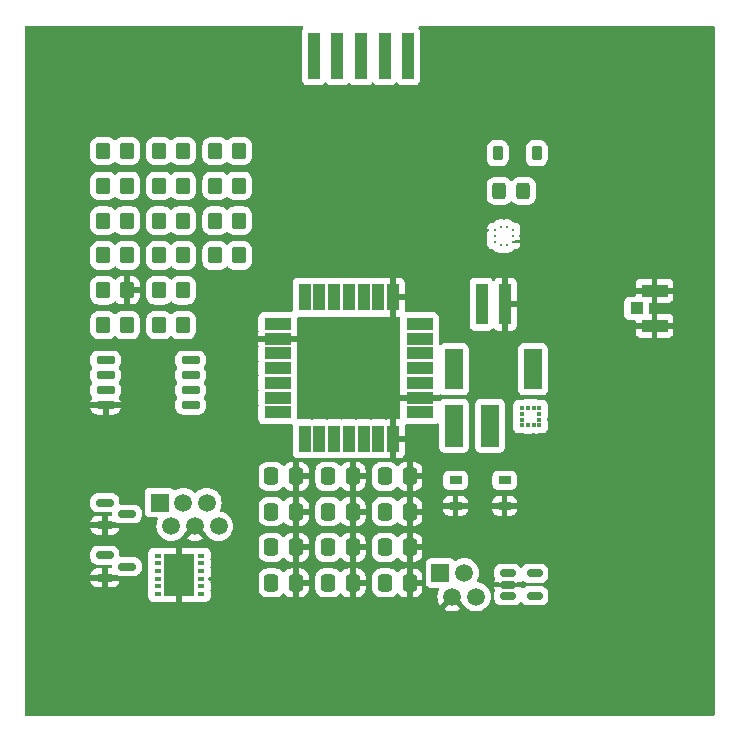
<source format=gbr>
%TF.GenerationSoftware,KiCad,Pcbnew,7.0.8-7.0.8~ubuntu22.04.1*%
%TF.CreationDate,2023-10-21T10:39:39-04:00*%
%TF.ProjectId,DDRN_Hardware,4444524e-5f48-4617-9264-776172652e6b,rev?*%
%TF.SameCoordinates,Original*%
%TF.FileFunction,Copper,L1,Top*%
%TF.FilePolarity,Positive*%
%FSLAX46Y46*%
G04 Gerber Fmt 4.6, Leading zero omitted, Abs format (unit mm)*
G04 Created by KiCad (PCBNEW 7.0.8-7.0.8~ubuntu22.04.1) date 2023-10-21 10:39:39*
%MOMM*%
%LPD*%
G01*
G04 APERTURE LIST*
G04 Aperture macros list*
%AMRoundRect*
0 Rectangle with rounded corners*
0 $1 Rounding radius*
0 $2 $3 $4 $5 $6 $7 $8 $9 X,Y pos of 4 corners*
0 Add a 4 corners polygon primitive as box body*
4,1,4,$2,$3,$4,$5,$6,$7,$8,$9,$2,$3,0*
0 Add four circle primitives for the rounded corners*
1,1,$1+$1,$2,$3*
1,1,$1+$1,$4,$5*
1,1,$1+$1,$6,$7*
1,1,$1+$1,$8,$9*
0 Add four rect primitives between the rounded corners*
20,1,$1+$1,$2,$3,$4,$5,0*
20,1,$1+$1,$4,$5,$6,$7,0*
20,1,$1+$1,$6,$7,$8,$9,0*
20,1,$1+$1,$8,$9,$2,$3,0*%
G04 Aperture macros list end*
%TA.AperFunction,SMDPad,CuDef*%
%ADD10R,1.000000X4.000000*%
%TD*%
%TA.AperFunction,SMDPad,CuDef*%
%ADD11R,1.050000X0.650000*%
%TD*%
%TA.AperFunction,SMDPad,CuDef*%
%ADD12R,1.050000X1.000000*%
%TD*%
%TA.AperFunction,SMDPad,CuDef*%
%ADD13R,2.200000X1.050000*%
%TD*%
%TA.AperFunction,SMDPad,CuDef*%
%ADD14RoundRect,0.150000X-0.512500X-0.150000X0.512500X-0.150000X0.512500X0.150000X-0.512500X0.150000X0*%
%TD*%
%TA.AperFunction,SMDPad,CuDef*%
%ADD15R,0.430000X0.350000*%
%TD*%
%TA.AperFunction,SMDPad,CuDef*%
%ADD16R,0.350000X0.430000*%
%TD*%
%TA.AperFunction,SMDPad,CuDef*%
%ADD17RoundRect,0.150000X-0.650000X-0.150000X0.650000X-0.150000X0.650000X0.150000X-0.650000X0.150000X0*%
%TD*%
%TA.AperFunction,SMDPad,CuDef*%
%ADD18R,0.275000X0.250000*%
%TD*%
%TA.AperFunction,SMDPad,CuDef*%
%ADD19R,0.250000X0.275000*%
%TD*%
%TA.AperFunction,SMDPad,CuDef*%
%ADD20R,0.630000X0.360000*%
%TD*%
%TA.AperFunction,SMDPad,CuDef*%
%ADD21R,2.640000X3.540000*%
%TD*%
%TA.AperFunction,SMDPad,CuDef*%
%ADD22R,2.300000X1.000000*%
%TD*%
%TA.AperFunction,SMDPad,CuDef*%
%ADD23R,1.000000X2.300000*%
%TD*%
%TA.AperFunction,SMDPad,CuDef*%
%ADD24RoundRect,0.250000X-0.350000X-0.450000X0.350000X-0.450000X0.350000X0.450000X-0.350000X0.450000X0*%
%TD*%
%TA.AperFunction,SMDPad,CuDef*%
%ADD25RoundRect,0.150000X-0.587500X-0.150000X0.587500X-0.150000X0.587500X0.150000X-0.587500X0.150000X0*%
%TD*%
%TA.AperFunction,SMDPad,CuDef*%
%ADD26R,1.500000X3.600000*%
%TD*%
%TA.AperFunction,ComponentPad*%
%ADD27R,1.500000X1.500000*%
%TD*%
%TA.AperFunction,ComponentPad*%
%ADD28C,1.500000*%
%TD*%
%TA.AperFunction,SMDPad,CuDef*%
%ADD29R,1.500000X3.400000*%
%TD*%
%TA.AperFunction,SMDPad,CuDef*%
%ADD30R,1.000000X3.500000*%
%TD*%
%TA.AperFunction,SMDPad,CuDef*%
%ADD31RoundRect,0.250000X-0.325000X-0.450000X0.325000X-0.450000X0.325000X0.450000X-0.325000X0.450000X0*%
%TD*%
%TA.AperFunction,SMDPad,CuDef*%
%ADD32RoundRect,0.225000X-0.225000X-0.375000X0.225000X-0.375000X0.225000X0.375000X-0.225000X0.375000X0*%
%TD*%
%TA.AperFunction,SMDPad,CuDef*%
%ADD33RoundRect,0.250000X-0.337500X-0.475000X0.337500X-0.475000X0.337500X0.475000X-0.337500X0.475000X0*%
%TD*%
G04 APERTURE END LIST*
D10*
%TO.P,J8,1,Pin_1*%
%TO.N,unconnected-(J8-Pin_1-Pad1)*%
X141700000Y-76200000D03*
%TO.P,J8,2,Pin_2*%
%TO.N,unconnected-(J8-Pin_2-Pad2)*%
X139700000Y-76200000D03*
%TO.P,J8,3,Pin_3*%
%TO.N,/SWDIO*%
X137700000Y-76200000D03*
%TO.P,J8,4,Pin_4*%
%TO.N,/SWCLK*%
X135700000Y-76200000D03*
%TO.P,J8,5,Pin_5*%
%TO.N,unconnected-(J8-Pin_5-Pad5)*%
X133700000Y-76200000D03*
%TD*%
D11*
%TO.P,SW1,1,1*%
%TO.N,/RST*%
X145710000Y-112150000D03*
X149860000Y-112150000D03*
%TO.P,SW1,2,2*%
%TO.N,GND*%
X149860000Y-114300000D03*
X145710000Y-114300000D03*
%TD*%
D12*
%TO.P,J2,1,In*%
%TO.N,Net-(J2-In)*%
X161035000Y-97585000D03*
D13*
%TO.P,J2,2,Ext*%
%TO.N,GND*%
X162560000Y-99060000D03*
X162560000Y-96110000D03*
%TD*%
D14*
%TO.P,U6,1,VIN*%
%TO.N,/V_BAT*%
X150125000Y-120020000D03*
%TO.P,U6,2,GND*%
%TO.N,GND*%
X150125000Y-120970000D03*
%TO.P,U6,3,EN*%
%TO.N,/V_BAT*%
X150125000Y-121920000D03*
%TO.P,U6,4,NC*%
%TO.N,unconnected-(U6-NC-Pad4)*%
X152400000Y-121920000D03*
%TO.P,U6,5,VOUT*%
%TO.N,/3v3*%
X152400000Y-120020000D03*
%TD*%
D15*
%TO.P,U5,1,SCL/SPC*%
%TO.N,/SCL*%
X151322500Y-105997500D03*
%TO.P,U5,2,CS_XL*%
%TO.N,Net-(U5-CS_MAG)*%
X151322500Y-106497500D03*
%TO.P,U5,3,CS_MAG*%
X151322500Y-106997500D03*
%TO.P,U5,4,SDA/SDI/SDO*%
%TO.N,/SDA*%
X151322500Y-107497500D03*
D16*
%TO.P,U5,5,C1*%
%TO.N,Net-(U5-C1)*%
X151817500Y-107492500D03*
%TO.P,U5,6,GND*%
%TO.N,GND*%
X152317500Y-107492500D03*
D15*
%TO.P,U5,7,INT_MAG/DRDY*%
%TO.N,unconnected-(U5-INT_MAG{slash}DRDY-Pad7)*%
X152812500Y-107497500D03*
%TO.P,U5,8,GND*%
%TO.N,GND*%
X152812500Y-106997500D03*
%TO.P,U5,9,VDD*%
%TO.N,/3v3*%
X152812500Y-106497500D03*
%TO.P,U5,10,VDD_IO*%
X152812500Y-105997500D03*
D16*
%TO.P,U5,11,INT_2_XL*%
%TO.N,unconnected-(U5-INT_2_XL-Pad11)*%
X152317500Y-106002500D03*
%TO.P,U5,12,INT_1_XL*%
%TO.N,/ACCEL_INT*%
X151817500Y-106002500D03*
%TD*%
D17*
%TO.P,U4,1,~{CS}*%
%TO.N,/Memory_CS*%
X116082500Y-101965000D03*
%TO.P,U4,2,DO(IO1)*%
%TO.N,/MISO*%
X116082500Y-103235000D03*
%TO.P,U4,3,IO2*%
%TO.N,unconnected-(U4-IO2-Pad3)*%
X116082500Y-104505000D03*
%TO.P,U4,4,GND*%
%TO.N,GND*%
X116082500Y-105775000D03*
%TO.P,U4,5,DI(IO0)*%
%TO.N,/MOSI*%
X123282500Y-105775000D03*
%TO.P,U4,6,CLK*%
%TO.N,/SCK*%
X123282500Y-104505000D03*
%TO.P,U4,7,IO3*%
%TO.N,unconnected-(U4-IO3-Pad7)*%
X123282500Y-103235000D03*
%TO.P,U4,8,VCC*%
%TO.N,/3v3*%
X123282500Y-101965000D03*
%TD*%
D18*
%TO.P,U3,3,VSS/GND*%
%TO.N,GND*%
X149030000Y-90962500D03*
%TO.P,U3,4,SDI/SDO/SDA*%
%TO.N,/SDA*%
X149030000Y-91462500D03*
%TO.P,U3,10,VDD*%
%TO.N,/3v3*%
X150555000Y-90962500D03*
%TO.P,U3,9,VSS/GND*%
%TO.N,GND*%
X150555000Y-91462500D03*
%TO.P,U3,5,SDO/DNC/SA0*%
%TO.N,Net-(U3-SDO{slash}DNC{slash}SA0)*%
X149030000Y-91962500D03*
%TO.P,U3,8,VSS/GND*%
%TO.N,GND*%
X150555000Y-91962500D03*
D19*
%TO.P,U3,1,VDDIO*%
%TO.N,/3v3*%
X150042500Y-90700000D03*
%TO.P,U3,2,SCK/SCL*%
%TO.N,/SCL*%
X149542500Y-90700000D03*
%TO.P,U3,7,INT/DNC*%
%TO.N,unconnected-(U3-INT{slash}DNC-Pad7)*%
X150042500Y-92225000D03*
%TO.P,U3,6,~{CS}*%
%TO.N,Net-(U3-~{CS})*%
X149542500Y-92225000D03*
%TD*%
D20*
%TO.P,U2,1,SCLK*%
%TO.N,/SCK*%
X120487500Y-118525000D03*
%TO.P,U2,2,MOSI*%
%TO.N,/MOSI*%
X120487500Y-119175000D03*
%TO.P,U2,3,CL*%
%TO.N,unconnected-(U2-CL-Pad3)*%
X120487500Y-119825000D03*
%TO.P,U2,4,CS+*%
%TO.N,Net-(D1-K)*%
X120487500Y-120475000D03*
%TO.P,U2,5,CS-*%
%TO.N,/SiPM_Bias*%
X120487500Y-121125000D03*
%TO.P,U2,6,DACOUT*%
%TO.N,Net-(U2-DACOUT)*%
X120487500Y-121775000D03*
%TO.P,U2,7,FB*%
%TO.N,Net-(U2-FB)*%
X124157500Y-121775000D03*
%TO.P,U2,8,COMP*%
%TO.N,Net-(U2-COMP)*%
X124157500Y-121125000D03*
%TO.P,U2,9,GND*%
%TO.N,GND*%
X124157500Y-120475000D03*
%TO.P,U2,10,GATE*%
%TO.N,Net-(Q1-G)*%
X124157500Y-119825000D03*
%TO.P,U2,11,VIN*%
%TO.N,/V_BAT*%
X124157500Y-119175000D03*
%TO.P,U2,12,CS*%
%TO.N,/Bias_CS*%
X124157500Y-118525000D03*
D21*
%TO.P,U2,13,PAN*%
%TO.N,GND*%
X122322500Y-120150000D03*
%TD*%
D22*
%TO.P,U1,4,PA14*%
%TO.N,/SWCLK*%
X130674853Y-102645000D03*
%TO.P,U1,3,PA13*%
%TO.N,/SWDIO*%
X130674853Y-101395000D03*
%TO.P,U1,2,GND*%
%TO.N,GND*%
X130674853Y-100145000D03*
%TO.P,U1,1,VCC*%
%TO.N,/3v3*%
X130674853Y-98895000D03*
%TO.P,U1,5,PB15*%
%TO.N,/SCL*%
X130674853Y-103895000D03*
%TO.P,U1,6,PA15*%
%TO.N,/SDA*%
X130674853Y-105145000D03*
%TO.P,U1,7,PB4*%
%TO.N,/SiPM_Signal*%
X130674853Y-106395000D03*
D23*
%TO.P,U1,11,PB5*%
%TO.N,/Status_LED*%
X136674853Y-108645000D03*
%TO.P,U1,10,PB6*%
%TO.N,/USB_TX*%
X135424853Y-108645000D03*
%TO.P,U1,9,PB7*%
%TO.N,/USB_RX*%
X134174853Y-108645000D03*
%TO.P,U1,8,PB3*%
%TO.N,/SiPM_Temp*%
X132924853Y-108645000D03*
%TO.P,U1,12,PC1*%
%TO.N,/MOSI*%
X137924853Y-108645000D03*
%TO.P,U1,13,PC0*%
%TO.N,/ACCEL_INT*%
X139174853Y-108645000D03*
%TO.P,U1,14,GND*%
%TO.N,GND*%
X140424853Y-108645000D03*
D22*
%TO.P,U1,18,PA3*%
%TO.N,/Bias_Enable*%
X142674853Y-102645000D03*
%TO.P,U1,17,RST*%
%TO.N,/RST*%
X142674853Y-103895000D03*
%TO.P,U1,16,GND*%
%TO.N,GND*%
X142674853Y-105145000D03*
%TO.P,U1,15,RFIO*%
%TO.N,/ANT*%
X142674853Y-106395000D03*
%TO.P,U1,19,PA2*%
%TO.N,/Stim_Enable*%
X142674853Y-101395000D03*
%TO.P,U1,20,PB10*%
%TO.N,/Battery_Monitor_Enable*%
X142674853Y-100145000D03*
%TO.P,U1,21,PA9*%
%TO.N,/SCK*%
X142674853Y-98895000D03*
D23*
%TO.P,U1,25,PB9*%
%TO.N,/Memory_CS*%
X136674853Y-96645000D03*
%TO.P,U1,24,PB13~{}*%
%TO.N,/Battery_Monitor*%
X137924853Y-96645000D03*
%TO.P,U1,23,PA0*%
%TO.N,/Anneal_Enable*%
X139174853Y-96645000D03*
%TO.P,U1,22,GND*%
%TO.N,GND*%
X140424853Y-96645000D03*
%TO.P,U1,26,PB14*%
%TO.N,/MISO*%
X135424853Y-96645000D03*
%TO.P,U1,27,PA10*%
%TO.N,/Bias_CS*%
X134174853Y-96645000D03*
%TO.P,U1,28,PB0*%
%TO.N,unconnected-(U1-PB0-Pad28)*%
X132924853Y-96645000D03*
%TD*%
D24*
%TO.P,R16,1*%
%TO.N,Net-(J2-In)*%
X125382500Y-93110000D03*
%TO.P,R16,2*%
%TO.N,/ANT*%
X127382500Y-93110000D03*
%TD*%
%TO.P,R15,1*%
%TO.N,Net-(D2-A)*%
X125382500Y-90160000D03*
%TO.P,R15,2*%
%TO.N,/3v3*%
X127382500Y-90160000D03*
%TD*%
%TO.P,R14,1*%
%TO.N,/RST*%
X125382500Y-87210000D03*
%TO.P,R14,2*%
%TO.N,/3v3*%
X127382500Y-87210000D03*
%TD*%
%TO.P,R13,1*%
%TO.N,/Battery_Monitor*%
X125382500Y-84260000D03*
%TO.P,R13,2*%
%TO.N,Net-(R11-Pad2)*%
X127382500Y-84260000D03*
%TD*%
%TO.P,R12,1*%
%TO.N,Net-(R11-Pad2)*%
X120632500Y-99010000D03*
%TO.P,R12,2*%
%TO.N,Net-(Q2-D)*%
X122632500Y-99010000D03*
%TD*%
%TO.P,R11,1*%
%TO.N,/V_BAT*%
X120632500Y-96060000D03*
%TO.P,R11,2*%
%TO.N,Net-(R11-Pad2)*%
X122632500Y-96060000D03*
%TD*%
%TO.P,R10,1*%
%TO.N,/SDA*%
X120632500Y-93110000D03*
%TO.P,R10,2*%
%TO.N,/3v3*%
X122632500Y-93110000D03*
%TD*%
%TO.P,R9,1*%
%TO.N,/SCL*%
X120632500Y-90160000D03*
%TO.P,R9,2*%
%TO.N,/3v3*%
X122632500Y-90160000D03*
%TD*%
%TO.P,R8,1*%
%TO.N,Net-(U5-CS_MAG)*%
X120632500Y-87210000D03*
%TO.P,R8,2*%
%TO.N,/3v3*%
X122632500Y-87210000D03*
%TD*%
%TO.P,R7,1*%
%TO.N,Net-(U3-SDO{slash}DNC{slash}SA0)*%
X120632500Y-84260000D03*
%TO.P,R7,2*%
%TO.N,/3v3*%
X122632500Y-84260000D03*
%TD*%
%TO.P,R6,1*%
%TO.N,Net-(U3-~{CS})*%
X115882500Y-99010000D03*
%TO.P,R6,2*%
%TO.N,/3v3*%
X117882500Y-99010000D03*
%TD*%
%TO.P,R5,1*%
%TO.N,Net-(U2-FB)*%
X115882500Y-96060000D03*
%TO.P,R5,2*%
%TO.N,GND*%
X117882500Y-96060000D03*
%TD*%
%TO.P,R4,1*%
%TO.N,/SiPM_Bias*%
X115882500Y-93110000D03*
%TO.P,R4,2*%
%TO.N,Net-(U2-FB)*%
X117882500Y-93110000D03*
%TD*%
%TO.P,R3,1*%
%TO.N,Net-(D1-K)*%
X115882500Y-90160000D03*
%TO.P,R3,2*%
%TO.N,/SiPM_Bias*%
X117882500Y-90160000D03*
%TD*%
%TO.P,R2,1*%
%TO.N,Net-(U2-DACOUT)*%
X115882500Y-87210000D03*
%TO.P,R2,2*%
%TO.N,Net-(U2-FB)*%
X117882500Y-87210000D03*
%TD*%
%TO.P,R1,1*%
%TO.N,Net-(C3-Pad1)*%
X115882500Y-84260000D03*
%TO.P,R1,2*%
%TO.N,Net-(U2-COMP)*%
X117882500Y-84260000D03*
%TD*%
D25*
%TO.P,Q2,1,G*%
%TO.N,/Battery_Monitor_Enable*%
X116015000Y-118500000D03*
%TO.P,Q2,2,S*%
%TO.N,GND*%
X116015000Y-120400000D03*
%TO.P,Q2,3,D*%
%TO.N,Net-(Q2-D)*%
X117890000Y-119450000D03*
%TD*%
%TO.P,Q1,1,G*%
%TO.N,Net-(Q1-G)*%
X116015000Y-114050000D03*
%TO.P,Q1,2,S*%
%TO.N,GND*%
X116015000Y-115950000D03*
%TO.P,Q1,3,D*%
%TO.N,Net-(D1-A)*%
X117890000Y-115000000D03*
%TD*%
D26*
%TO.P,L1,1,1*%
%TO.N,/V_BAT*%
X145567500Y-107527000D03*
%TO.P,L1,2,2*%
%TO.N,Net-(D1-A)*%
X148617500Y-107527000D03*
%TD*%
D27*
%TO.P,J5,1,Pin_1*%
%TO.N,/3v3*%
X120647500Y-114025000D03*
D28*
%TO.P,J5,2,Pin_2*%
%TO.N,/SiPM_Temp*%
X121647500Y-116025000D03*
%TO.P,J5,3,Pin_3*%
%TO.N,/SiPM_Bias*%
X122647500Y-114025000D03*
%TO.P,J5,4,Pin_4*%
%TO.N,GND*%
X123647500Y-116025000D03*
%TO.P,J5,5,Pin_5*%
%TO.N,/SiPM_Signal*%
X124647500Y-114025000D03*
%TO.P,J5,6,Pin_6*%
%TO.N,/V_BAT*%
X125647500Y-116025000D03*
%TD*%
D27*
%TO.P,J4,1,Pin_1*%
%TO.N,/V_BAT*%
X144437500Y-119995000D03*
D28*
%TO.P,J4,2,Pin_2*%
%TO.N,GND*%
X145437500Y-121995000D03*
%TO.P,J4,3,Pin_3*%
%TO.N,/Stim_Enable*%
X146437500Y-119995000D03*
%TO.P,J4,4,Pin_4*%
%TO.N,/Anneal_Enable*%
X147437500Y-121995000D03*
%TD*%
D29*
%TO.P,J3,*%
%TO.N,*%
X145567500Y-102745000D03*
X152267500Y-102745000D03*
D30*
%TO.P,J3,1,Pin_1*%
%TO.N,/V_BAT*%
X147917500Y-97245000D03*
%TO.P,J3,2,Pin_2*%
%TO.N,GND*%
X149917500Y-97245000D03*
%TD*%
D31*
%TO.P,D2,1,K*%
%TO.N,/Status_LED*%
X149412500Y-87655000D03*
%TO.P,D2,2,A*%
%TO.N,Net-(D2-A)*%
X151462500Y-87655000D03*
%TD*%
D32*
%TO.P,D1,1,K*%
%TO.N,Net-(D1-K)*%
X149287500Y-84460000D03*
%TO.P,D1,2,A*%
%TO.N,Net-(D1-A)*%
X152587500Y-84460000D03*
%TD*%
D33*
%TO.P,C12,1*%
%TO.N,Net-(J2-In)*%
X139745000Y-120830000D03*
%TO.P,C12,2*%
%TO.N,GND*%
X141820000Y-120830000D03*
%TD*%
%TO.P,C11,1*%
%TO.N,/ANT*%
X139745000Y-117820000D03*
%TO.P,C11,2*%
%TO.N,GND*%
X141820000Y-117820000D03*
%TD*%
%TO.P,C10,1*%
%TO.N,/3v3*%
X139745000Y-114810000D03*
%TO.P,C10,2*%
%TO.N,GND*%
X141820000Y-114810000D03*
%TD*%
%TO.P,C9,1*%
%TO.N,/3v3*%
X139745000Y-111800000D03*
%TO.P,C9,2*%
%TO.N,GND*%
X141820000Y-111800000D03*
%TD*%
%TO.P,C8,1*%
%TO.N,/V_BAT*%
X134935000Y-120830000D03*
%TO.P,C8,2*%
%TO.N,GND*%
X137010000Y-120830000D03*
%TD*%
%TO.P,C7,1*%
%TO.N,/V_BAT*%
X134935000Y-117820000D03*
%TO.P,C7,2*%
%TO.N,GND*%
X137010000Y-117820000D03*
%TD*%
%TO.P,C6,1*%
%TO.N,Net-(U5-C1)*%
X134935000Y-114810000D03*
%TO.P,C6,2*%
%TO.N,GND*%
X137010000Y-114810000D03*
%TD*%
%TO.P,C5,1*%
%TO.N,/SiPM_Bias*%
X134935000Y-111800000D03*
%TO.P,C5,2*%
%TO.N,GND*%
X137010000Y-111800000D03*
%TD*%
%TO.P,C4,1*%
%TO.N,Net-(D1-K)*%
X130125000Y-120830000D03*
%TO.P,C4,2*%
%TO.N,GND*%
X132200000Y-120830000D03*
%TD*%
%TO.P,C3,1*%
%TO.N,Net-(C3-Pad1)*%
X130125000Y-117820000D03*
%TO.P,C3,2*%
%TO.N,GND*%
X132200000Y-117820000D03*
%TD*%
%TO.P,C2,1*%
%TO.N,/V_BAT*%
X130125000Y-114810000D03*
%TO.P,C2,2*%
%TO.N,GND*%
X132200000Y-114810000D03*
%TD*%
%TO.P,C1,1*%
%TO.N,/3v3*%
X130125000Y-111800000D03*
%TO.P,C1,2*%
%TO.N,GND*%
X132200000Y-111800000D03*
%TD*%
%TA.AperFunction,Conductor*%
%TO.N,GND*%
G36*
X167582372Y-73680276D02*
G01*
X167628212Y-73733007D01*
X167639500Y-73784699D01*
X167639500Y-131955500D01*
X167619815Y-132022539D01*
X167567011Y-132068294D01*
X167515500Y-132079500D01*
X109344500Y-132079500D01*
X109277461Y-132059815D01*
X109231706Y-132007011D01*
X109220500Y-131955500D01*
X109220500Y-122002870D01*
X119672000Y-122002870D01*
X119672001Y-122002876D01*
X119678408Y-122062483D01*
X119728702Y-122197328D01*
X119728706Y-122197335D01*
X119814952Y-122312544D01*
X119814955Y-122312547D01*
X119930164Y-122398793D01*
X119930171Y-122398797D01*
X119963860Y-122411362D01*
X120065017Y-122449091D01*
X120124627Y-122455500D01*
X120850372Y-122455499D01*
X120909983Y-122449091D01*
X120967019Y-122427818D01*
X121010352Y-122420000D01*
X122072500Y-122420000D01*
X122572500Y-122420000D01*
X123634648Y-122420000D01*
X123677981Y-122427818D01*
X123735017Y-122449091D01*
X123794627Y-122455500D01*
X124520372Y-122455499D01*
X124579983Y-122449091D01*
X124714831Y-122398796D01*
X124830046Y-122312546D01*
X124916296Y-122197331D01*
X124966591Y-122062483D01*
X124973000Y-122002873D01*
X124972999Y-121547128D01*
X124966591Y-121487517D01*
X124966590Y-121487515D01*
X124966590Y-121487512D01*
X124964808Y-121479969D01*
X124967760Y-121479271D01*
X124963769Y-121423674D01*
X124964834Y-121420044D01*
X124964806Y-121420038D01*
X124966589Y-121412488D01*
X124966588Y-121412488D01*
X124966591Y-121412483D01*
X124972771Y-121355001D01*
X129037000Y-121355001D01*
X129037001Y-121355019D01*
X129047500Y-121457796D01*
X129047501Y-121457799D01*
X129083249Y-121565677D01*
X129102686Y-121624334D01*
X129194788Y-121773656D01*
X129318844Y-121897712D01*
X129468166Y-121989814D01*
X129634703Y-122044999D01*
X129737491Y-122055500D01*
X130512508Y-122055499D01*
X130512516Y-122055498D01*
X130512519Y-122055498D01*
X130568802Y-122049748D01*
X130615297Y-122044999D01*
X130781834Y-121989814D01*
X130931156Y-121897712D01*
X131055212Y-121773656D01*
X131057252Y-121770347D01*
X131059245Y-121768555D01*
X131059693Y-121767989D01*
X131059789Y-121768065D01*
X131109194Y-121723623D01*
X131178156Y-121712395D01*
X131242240Y-121740234D01*
X131268329Y-121770339D01*
X131270181Y-121773341D01*
X131270183Y-121773344D01*
X131394154Y-121897315D01*
X131543375Y-121989356D01*
X131543380Y-121989358D01*
X131709802Y-122044505D01*
X131709809Y-122044506D01*
X131812519Y-122054999D01*
X131949999Y-122054999D01*
X131950000Y-122054998D01*
X131950000Y-121080000D01*
X132450000Y-121080000D01*
X132450000Y-122054999D01*
X132587472Y-122054999D01*
X132587486Y-122054998D01*
X132690197Y-122044505D01*
X132856619Y-121989358D01*
X132856624Y-121989356D01*
X133005845Y-121897315D01*
X133129815Y-121773345D01*
X133221856Y-121624124D01*
X133221858Y-121624119D01*
X133277005Y-121457697D01*
X133277006Y-121457690D01*
X133287497Y-121355001D01*
X133847000Y-121355001D01*
X133847001Y-121355019D01*
X133857500Y-121457796D01*
X133857501Y-121457799D01*
X133893249Y-121565677D01*
X133912686Y-121624334D01*
X134004788Y-121773656D01*
X134128844Y-121897712D01*
X134278166Y-121989814D01*
X134444703Y-122044999D01*
X134547491Y-122055500D01*
X135322508Y-122055499D01*
X135322516Y-122055498D01*
X135322519Y-122055498D01*
X135378802Y-122049748D01*
X135425297Y-122044999D01*
X135591834Y-121989814D01*
X135741156Y-121897712D01*
X135865212Y-121773656D01*
X135867252Y-121770347D01*
X135869245Y-121768555D01*
X135869693Y-121767989D01*
X135869789Y-121768065D01*
X135919194Y-121723623D01*
X135988156Y-121712395D01*
X136052240Y-121740234D01*
X136078329Y-121770339D01*
X136080181Y-121773341D01*
X136080183Y-121773344D01*
X136204154Y-121897315D01*
X136353375Y-121989356D01*
X136353380Y-121989358D01*
X136519802Y-122044505D01*
X136519809Y-122044506D01*
X136622519Y-122054999D01*
X136759999Y-122054999D01*
X136760000Y-122054998D01*
X136760000Y-121080000D01*
X137260000Y-121080000D01*
X137260000Y-122054999D01*
X137397472Y-122054999D01*
X137397486Y-122054998D01*
X137500197Y-122044505D01*
X137666619Y-121989358D01*
X137666624Y-121989356D01*
X137815845Y-121897315D01*
X137939815Y-121773345D01*
X138031856Y-121624124D01*
X138031858Y-121624119D01*
X138087005Y-121457697D01*
X138087006Y-121457690D01*
X138097497Y-121355001D01*
X138657000Y-121355001D01*
X138657001Y-121355019D01*
X138667500Y-121457796D01*
X138667501Y-121457799D01*
X138703249Y-121565677D01*
X138722686Y-121624334D01*
X138814788Y-121773656D01*
X138938844Y-121897712D01*
X139088166Y-121989814D01*
X139254703Y-122044999D01*
X139357491Y-122055500D01*
X140132508Y-122055499D01*
X140132516Y-122055498D01*
X140132519Y-122055498D01*
X140188802Y-122049748D01*
X140235297Y-122044999D01*
X140401834Y-121989814D01*
X140551156Y-121897712D01*
X140675212Y-121773656D01*
X140677252Y-121770347D01*
X140679245Y-121768555D01*
X140679693Y-121767989D01*
X140679789Y-121768065D01*
X140729194Y-121723623D01*
X140798156Y-121712395D01*
X140862240Y-121740234D01*
X140888329Y-121770339D01*
X140890181Y-121773341D01*
X140890183Y-121773344D01*
X141014154Y-121897315D01*
X141163375Y-121989356D01*
X141163380Y-121989358D01*
X141329802Y-122044505D01*
X141329809Y-122044506D01*
X141432519Y-122054999D01*
X141569999Y-122054999D01*
X141570000Y-122054998D01*
X141570000Y-121080000D01*
X142070000Y-121080000D01*
X142070000Y-122054999D01*
X142207472Y-122054999D01*
X142207486Y-122054998D01*
X142310197Y-122044505D01*
X142476619Y-121989358D01*
X142476624Y-121989356D01*
X142625845Y-121897315D01*
X142749815Y-121773345D01*
X142841856Y-121624124D01*
X142841858Y-121624119D01*
X142897005Y-121457697D01*
X142897006Y-121457690D01*
X142907499Y-121354986D01*
X142907500Y-121354973D01*
X142907500Y-121080000D01*
X142070000Y-121080000D01*
X141570000Y-121080000D01*
X141570000Y-120792870D01*
X143187000Y-120792870D01*
X143187001Y-120792876D01*
X143193408Y-120852483D01*
X143243702Y-120987328D01*
X143243706Y-120987335D01*
X143329952Y-121102544D01*
X143329955Y-121102547D01*
X143445164Y-121188793D01*
X143445171Y-121188797D01*
X143580017Y-121239091D01*
X143580016Y-121239091D01*
X143586944Y-121239835D01*
X143639627Y-121245500D01*
X144213136Y-121245499D01*
X144280173Y-121265183D01*
X144325928Y-121317987D01*
X144335872Y-121387146D01*
X144325516Y-121421903D01*
X144258399Y-121565835D01*
X144258394Y-121565849D01*
X144201789Y-121777105D01*
X144201787Y-121777115D01*
X144182725Y-121994999D01*
X144182725Y-121995000D01*
X144201787Y-122212884D01*
X144201789Y-122212894D01*
X144258394Y-122424150D01*
X144258398Y-122424159D01*
X144350835Y-122622391D01*
X144394373Y-122684571D01*
X144394374Y-122684572D01*
X145039546Y-122039400D01*
X145052335Y-122120148D01*
X145109859Y-122233045D01*
X145199455Y-122322641D01*
X145312352Y-122380165D01*
X145393099Y-122392953D01*
X144747926Y-123038124D01*
X144810111Y-123081666D01*
X144810113Y-123081667D01*
X145008340Y-123174101D01*
X145008349Y-123174105D01*
X145219605Y-123230710D01*
X145219615Y-123230712D01*
X145437499Y-123249775D01*
X145437501Y-123249775D01*
X145655384Y-123230712D01*
X145655394Y-123230710D01*
X145866650Y-123174105D01*
X145866659Y-123174101D01*
X146064887Y-123081666D01*
X146127072Y-123038124D01*
X145481901Y-122392953D01*
X145562648Y-122380165D01*
X145675545Y-122322641D01*
X145765141Y-122233045D01*
X145822665Y-122120148D01*
X145835453Y-122039400D01*
X146275264Y-122479211D01*
X146299965Y-122514487D01*
X146350396Y-122622636D01*
X146350397Y-122622638D01*
X146350398Y-122622639D01*
X146475902Y-122801877D01*
X146630623Y-122956598D01*
X146809861Y-123082102D01*
X147008170Y-123174575D01*
X147219523Y-123231207D01*
X147402426Y-123247208D01*
X147437498Y-123250277D01*
X147437500Y-123250277D01*
X147437502Y-123250277D01*
X147465754Y-123247805D01*
X147655477Y-123231207D01*
X147866830Y-123174575D01*
X148065139Y-123082102D01*
X148244377Y-122956598D01*
X148399098Y-122801877D01*
X148524602Y-122622639D01*
X148617075Y-122424330D01*
X148673707Y-122212977D01*
X148680468Y-122135696D01*
X148962000Y-122135696D01*
X148964901Y-122172567D01*
X148964902Y-122172573D01*
X149010754Y-122330393D01*
X149010755Y-122330396D01*
X149094232Y-122471550D01*
X149094418Y-122471864D01*
X149094423Y-122471870D01*
X149210629Y-122588076D01*
X149210633Y-122588079D01*
X149210635Y-122588081D01*
X149352102Y-122671744D01*
X149393724Y-122683836D01*
X149509926Y-122717597D01*
X149509929Y-122717597D01*
X149509931Y-122717598D01*
X149522222Y-122718565D01*
X149546804Y-122720500D01*
X149546806Y-122720500D01*
X150703196Y-122720500D01*
X150721631Y-122719049D01*
X150740069Y-122717598D01*
X150740071Y-122717597D01*
X150740073Y-122717597D01*
X150781691Y-122705505D01*
X150897898Y-122671744D01*
X151039365Y-122588081D01*
X151155581Y-122471865D01*
X151155767Y-122471549D01*
X151155977Y-122471353D01*
X151160361Y-122465702D01*
X151161272Y-122466409D01*
X151206836Y-122423866D01*
X151275577Y-122411362D01*
X151340167Y-122438006D01*
X151364355Y-122465921D01*
X151364639Y-122465702D01*
X151368679Y-122470911D01*
X151369232Y-122471548D01*
X151369419Y-122471865D01*
X151369421Y-122471867D01*
X151369423Y-122471870D01*
X151485629Y-122588076D01*
X151485633Y-122588079D01*
X151485635Y-122588081D01*
X151627102Y-122671744D01*
X151668724Y-122683836D01*
X151784926Y-122717597D01*
X151784929Y-122717597D01*
X151784931Y-122717598D01*
X151797222Y-122718565D01*
X151821804Y-122720500D01*
X151821806Y-122720500D01*
X152978196Y-122720500D01*
X152996631Y-122719049D01*
X153015069Y-122717598D01*
X153015071Y-122717597D01*
X153015073Y-122717597D01*
X153056691Y-122705505D01*
X153172898Y-122671744D01*
X153314365Y-122588081D01*
X153430581Y-122471865D01*
X153514244Y-122330398D01*
X153560098Y-122172569D01*
X153563000Y-122135694D01*
X153563000Y-121704306D01*
X153562710Y-121700627D01*
X153560098Y-121667432D01*
X153560097Y-121667426D01*
X153514245Y-121509606D01*
X153514244Y-121509603D01*
X153514244Y-121509602D01*
X153430581Y-121368135D01*
X153430579Y-121368133D01*
X153430576Y-121368129D01*
X153314370Y-121251923D01*
X153314362Y-121251917D01*
X153172896Y-121168255D01*
X153172893Y-121168254D01*
X153015073Y-121122402D01*
X153015067Y-121122401D01*
X152978196Y-121119500D01*
X152978194Y-121119500D01*
X151821806Y-121119500D01*
X151821804Y-121119500D01*
X151784932Y-121122401D01*
X151784926Y-121122402D01*
X151627106Y-121168254D01*
X151627103Y-121168255D01*
X151485637Y-121251917D01*
X151479469Y-121256702D01*
X151478164Y-121255019D01*
X151426454Y-121283246D01*
X151356763Y-121278251D01*
X151309058Y-121246247D01*
X151284796Y-121220000D01*
X151019315Y-121220000D01*
X150956194Y-121202732D01*
X150897896Y-121168255D01*
X150897893Y-121168254D01*
X150740073Y-121122402D01*
X150740067Y-121122401D01*
X150703196Y-121119500D01*
X150703194Y-121119500D01*
X149546806Y-121119500D01*
X149546804Y-121119500D01*
X149509932Y-121122401D01*
X149509926Y-121122402D01*
X149352106Y-121168254D01*
X149352103Y-121168255D01*
X149293806Y-121202732D01*
X149230685Y-121220000D01*
X148965205Y-121220000D01*
X148965204Y-121220001D01*
X148965399Y-121222488D01*
X148965400Y-121222494D01*
X149011216Y-121380193D01*
X149011220Y-121380203D01*
X149011927Y-121381398D01*
X149012195Y-121382454D01*
X149014316Y-121387356D01*
X149013524Y-121387698D01*
X149029103Y-121449123D01*
X149013493Y-121502284D01*
X149013855Y-121502441D01*
X149012587Y-121505369D01*
X149011927Y-121507620D01*
X149010759Y-121509594D01*
X149010754Y-121509607D01*
X148964902Y-121667426D01*
X148964901Y-121667432D01*
X148962000Y-121704304D01*
X148962000Y-122135696D01*
X148680468Y-122135696D01*
X148692088Y-122002872D01*
X148692777Y-121995002D01*
X148692777Y-121994997D01*
X148689069Y-121952618D01*
X148673707Y-121777023D01*
X148617075Y-121565670D01*
X148524602Y-121367362D01*
X148524600Y-121367359D01*
X148524599Y-121367357D01*
X148399099Y-121188124D01*
X148330475Y-121119500D01*
X148244377Y-121033402D01*
X148065139Y-120907898D01*
X148065140Y-120907898D01*
X148065138Y-120907897D01*
X147946301Y-120852483D01*
X147866830Y-120815425D01*
X147866826Y-120815424D01*
X147866822Y-120815422D01*
X147655482Y-120758794D01*
X147655473Y-120758792D01*
X147645144Y-120757889D01*
X147580076Y-120732435D01*
X147539098Y-120675843D01*
X147535222Y-120606081D01*
X147543569Y-120581962D01*
X147617075Y-120424330D01*
X147667619Y-120235696D01*
X148962000Y-120235696D01*
X148964901Y-120272567D01*
X148964902Y-120272573D01*
X149010754Y-120430393D01*
X149010756Y-120430399D01*
X149011926Y-120432377D01*
X149012369Y-120434126D01*
X149013853Y-120437554D01*
X149013299Y-120437793D01*
X149029103Y-120500102D01*
X149013749Y-120552395D01*
X149014317Y-120552641D01*
X149012327Y-120557239D01*
X149011928Y-120558599D01*
X149011222Y-120559791D01*
X149011216Y-120559806D01*
X148965400Y-120717505D01*
X148965399Y-120717511D01*
X148965204Y-120719998D01*
X148965205Y-120720000D01*
X149230685Y-120720000D01*
X149293806Y-120737268D01*
X149352102Y-120771744D01*
X149393724Y-120783836D01*
X149509926Y-120817597D01*
X149509929Y-120817597D01*
X149509931Y-120817598D01*
X149522222Y-120818565D01*
X149546804Y-120820500D01*
X149546806Y-120820500D01*
X150703196Y-120820500D01*
X150721631Y-120819049D01*
X150740069Y-120817598D01*
X150740071Y-120817597D01*
X150740073Y-120817597D01*
X150800641Y-120800000D01*
X150897898Y-120771744D01*
X150956194Y-120737268D01*
X151019315Y-120720000D01*
X151284794Y-120720000D01*
X151309057Y-120693752D01*
X151369018Y-120657885D01*
X151438852Y-120660129D01*
X151478512Y-120684530D01*
X151479469Y-120683298D01*
X151485632Y-120688078D01*
X151485635Y-120688081D01*
X151627102Y-120771744D01*
X151668724Y-120783836D01*
X151784926Y-120817597D01*
X151784929Y-120817597D01*
X151784931Y-120817598D01*
X151797222Y-120818565D01*
X151821804Y-120820500D01*
X151821806Y-120820500D01*
X152978196Y-120820500D01*
X152996631Y-120819049D01*
X153015069Y-120817598D01*
X153015071Y-120817597D01*
X153015073Y-120817597D01*
X153075641Y-120800000D01*
X153172898Y-120771744D01*
X153314365Y-120688081D01*
X153430581Y-120571865D01*
X153514244Y-120430398D01*
X153560098Y-120272569D01*
X153563000Y-120235694D01*
X153563000Y-119804306D01*
X153560098Y-119767431D01*
X153558604Y-119762289D01*
X153515956Y-119615494D01*
X153514244Y-119609602D01*
X153430581Y-119468135D01*
X153430579Y-119468133D01*
X153430576Y-119468129D01*
X153314370Y-119351923D01*
X153314362Y-119351917D01*
X153172896Y-119268255D01*
X153172893Y-119268254D01*
X153015073Y-119222402D01*
X153015067Y-119222401D01*
X152978196Y-119219500D01*
X152978194Y-119219500D01*
X151821806Y-119219500D01*
X151821804Y-119219500D01*
X151784932Y-119222401D01*
X151784926Y-119222402D01*
X151627106Y-119268254D01*
X151627103Y-119268255D01*
X151485637Y-119351917D01*
X151485629Y-119351923D01*
X151369423Y-119468129D01*
X151369414Y-119468140D01*
X151369229Y-119468455D01*
X151369019Y-119468650D01*
X151364639Y-119474298D01*
X151363727Y-119473591D01*
X151318157Y-119516136D01*
X151249415Y-119528637D01*
X151184827Y-119501988D01*
X151160643Y-119474078D01*
X151160361Y-119474298D01*
X151156323Y-119469092D01*
X151155771Y-119468455D01*
X151155585Y-119468140D01*
X151155576Y-119468129D01*
X151039370Y-119351923D01*
X151039362Y-119351917D01*
X150897896Y-119268255D01*
X150897893Y-119268254D01*
X150740073Y-119222402D01*
X150740067Y-119222401D01*
X150703196Y-119219500D01*
X150703194Y-119219500D01*
X149546806Y-119219500D01*
X149546804Y-119219500D01*
X149509932Y-119222401D01*
X149509926Y-119222402D01*
X149352106Y-119268254D01*
X149352103Y-119268255D01*
X149210637Y-119351917D01*
X149210629Y-119351923D01*
X149094423Y-119468129D01*
X149094417Y-119468137D01*
X149010755Y-119609603D01*
X149010754Y-119609606D01*
X148964902Y-119767426D01*
X148964901Y-119767432D01*
X148962000Y-119804304D01*
X148962000Y-120235696D01*
X147667619Y-120235696D01*
X147673707Y-120212977D01*
X147692176Y-120001870D01*
X147692777Y-119995002D01*
X147692777Y-119994997D01*
X147683782Y-119892183D01*
X147673707Y-119777023D01*
X147627614Y-119605001D01*
X147617077Y-119565677D01*
X147617076Y-119565676D01*
X147617075Y-119565670D01*
X147524602Y-119367362D01*
X147524600Y-119367359D01*
X147524599Y-119367357D01*
X147399099Y-119188124D01*
X147348492Y-119137517D01*
X147244377Y-119033402D01*
X147091503Y-118926358D01*
X147065138Y-118907897D01*
X146940976Y-118850000D01*
X146866830Y-118815425D01*
X146866826Y-118815424D01*
X146866822Y-118815422D01*
X146655477Y-118758793D01*
X146437502Y-118739723D01*
X146437498Y-118739723D01*
X146309651Y-118750908D01*
X146219523Y-118758793D01*
X146219520Y-118758793D01*
X146008177Y-118815422D01*
X146008170Y-118815424D01*
X146008170Y-118815425D01*
X145990480Y-118823674D01*
X145809863Y-118907897D01*
X145809857Y-118907901D01*
X145744557Y-118953623D01*
X145678351Y-118975950D01*
X145610584Y-118958938D01*
X145574170Y-118926359D01*
X145545046Y-118887454D01*
X145495014Y-118850000D01*
X145429835Y-118801206D01*
X145429828Y-118801202D01*
X145294982Y-118750908D01*
X145294983Y-118750908D01*
X145235383Y-118744501D01*
X145235381Y-118744500D01*
X145235373Y-118744500D01*
X145235364Y-118744500D01*
X143639629Y-118744500D01*
X143639623Y-118744501D01*
X143580016Y-118750908D01*
X143445171Y-118801202D01*
X143445164Y-118801206D01*
X143329955Y-118887452D01*
X143329952Y-118887455D01*
X143243706Y-119002664D01*
X143243702Y-119002671D01*
X143193408Y-119137517D01*
X143187001Y-119197116D01*
X143187000Y-119197135D01*
X143187000Y-120792870D01*
X141570000Y-120792870D01*
X141570000Y-119605000D01*
X142070000Y-119605000D01*
X142070000Y-120580000D01*
X142907499Y-120580000D01*
X142907499Y-120305028D01*
X142907498Y-120305013D01*
X142897005Y-120202302D01*
X142841858Y-120035880D01*
X142841856Y-120035875D01*
X142749815Y-119886654D01*
X142625845Y-119762684D01*
X142476624Y-119670643D01*
X142476619Y-119670641D01*
X142310197Y-119615494D01*
X142310190Y-119615493D01*
X142207486Y-119605000D01*
X142070000Y-119605000D01*
X141570000Y-119605000D01*
X141432527Y-119605000D01*
X141432512Y-119605001D01*
X141329802Y-119615494D01*
X141163380Y-119670641D01*
X141163375Y-119670643D01*
X141014154Y-119762684D01*
X140890183Y-119886655D01*
X140890179Y-119886660D01*
X140888326Y-119889665D01*
X140886518Y-119891290D01*
X140885702Y-119892323D01*
X140885525Y-119892183D01*
X140836374Y-119936385D01*
X140767411Y-119947601D01*
X140703331Y-119919752D01*
X140677253Y-119889653D01*
X140677237Y-119889628D01*
X140675212Y-119886344D01*
X140551156Y-119762288D01*
X140401834Y-119670186D01*
X140235297Y-119615001D01*
X140235295Y-119615000D01*
X140132510Y-119604500D01*
X139357498Y-119604500D01*
X139357480Y-119604501D01*
X139254703Y-119615000D01*
X139254700Y-119615001D01*
X139088168Y-119670185D01*
X139088163Y-119670187D01*
X138938842Y-119762289D01*
X138814789Y-119886342D01*
X138722687Y-120035663D01*
X138722685Y-120035668D01*
X138722615Y-120035880D01*
X138667501Y-120202203D01*
X138667501Y-120202204D01*
X138667500Y-120202204D01*
X138657000Y-120304983D01*
X138657000Y-121355001D01*
X138097497Y-121355001D01*
X138097499Y-121354986D01*
X138097500Y-121354973D01*
X138097500Y-121080000D01*
X137260000Y-121080000D01*
X136760000Y-121080000D01*
X136760000Y-119605000D01*
X137260000Y-119605000D01*
X137260000Y-120580000D01*
X138097499Y-120580000D01*
X138097499Y-120305028D01*
X138097498Y-120305013D01*
X138087005Y-120202302D01*
X138031858Y-120035880D01*
X138031856Y-120035875D01*
X137939815Y-119886654D01*
X137815845Y-119762684D01*
X137666624Y-119670643D01*
X137666619Y-119670641D01*
X137500197Y-119615494D01*
X137500190Y-119615493D01*
X137397486Y-119605000D01*
X137260000Y-119605000D01*
X136760000Y-119605000D01*
X136622527Y-119605000D01*
X136622512Y-119605001D01*
X136519802Y-119615494D01*
X136353380Y-119670641D01*
X136353375Y-119670643D01*
X136204154Y-119762684D01*
X136080183Y-119886655D01*
X136080179Y-119886660D01*
X136078326Y-119889665D01*
X136076518Y-119891290D01*
X136075702Y-119892323D01*
X136075525Y-119892183D01*
X136026374Y-119936385D01*
X135957411Y-119947601D01*
X135893331Y-119919752D01*
X135867253Y-119889653D01*
X135867237Y-119889628D01*
X135865212Y-119886344D01*
X135741156Y-119762288D01*
X135591834Y-119670186D01*
X135425297Y-119615001D01*
X135425295Y-119615000D01*
X135322510Y-119604500D01*
X134547498Y-119604500D01*
X134547480Y-119604501D01*
X134444703Y-119615000D01*
X134444700Y-119615001D01*
X134278168Y-119670185D01*
X134278163Y-119670187D01*
X134128842Y-119762289D01*
X134004789Y-119886342D01*
X133912687Y-120035663D01*
X133912685Y-120035668D01*
X133912615Y-120035880D01*
X133857501Y-120202203D01*
X133857501Y-120202204D01*
X133857500Y-120202204D01*
X133847000Y-120304983D01*
X133847000Y-121355001D01*
X133287497Y-121355001D01*
X133287499Y-121354986D01*
X133287500Y-121354973D01*
X133287500Y-121080000D01*
X132450000Y-121080000D01*
X131950000Y-121080000D01*
X131950000Y-119605000D01*
X132450000Y-119605000D01*
X132450000Y-120580000D01*
X133287499Y-120580000D01*
X133287499Y-120305028D01*
X133287498Y-120305013D01*
X133277005Y-120202302D01*
X133221858Y-120035880D01*
X133221856Y-120035875D01*
X133129815Y-119886654D01*
X133005845Y-119762684D01*
X132856624Y-119670643D01*
X132856619Y-119670641D01*
X132690197Y-119615494D01*
X132690190Y-119615493D01*
X132587486Y-119605000D01*
X132450000Y-119605000D01*
X131950000Y-119605000D01*
X131812527Y-119605000D01*
X131812512Y-119605001D01*
X131709802Y-119615494D01*
X131543380Y-119670641D01*
X131543375Y-119670643D01*
X131394154Y-119762684D01*
X131270183Y-119886655D01*
X131270179Y-119886660D01*
X131268326Y-119889665D01*
X131266518Y-119891290D01*
X131265702Y-119892323D01*
X131265525Y-119892183D01*
X131216374Y-119936385D01*
X131147411Y-119947601D01*
X131083331Y-119919752D01*
X131057253Y-119889653D01*
X131057237Y-119889628D01*
X131055212Y-119886344D01*
X130931156Y-119762288D01*
X130781834Y-119670186D01*
X130615297Y-119615001D01*
X130615295Y-119615000D01*
X130512510Y-119604500D01*
X129737498Y-119604500D01*
X129737480Y-119604501D01*
X129634703Y-119615000D01*
X129634700Y-119615001D01*
X129468168Y-119670185D01*
X129468163Y-119670187D01*
X129318842Y-119762289D01*
X129194789Y-119886342D01*
X129102687Y-120035663D01*
X129102685Y-120035668D01*
X129102615Y-120035880D01*
X129047501Y-120202203D01*
X129047501Y-120202204D01*
X129047500Y-120202204D01*
X129037000Y-120304983D01*
X129037000Y-121355001D01*
X124972771Y-121355001D01*
X124973000Y-121352873D01*
X124972999Y-120897128D01*
X124966591Y-120837517D01*
X124966591Y-120837516D01*
X124964807Y-120829966D01*
X124967540Y-120829319D01*
X124963512Y-120772914D01*
X124964385Y-120769942D01*
X124964314Y-120769926D01*
X124966098Y-120762375D01*
X124972499Y-120702844D01*
X124972500Y-120702827D01*
X124972500Y-120655000D01*
X124942680Y-120655000D01*
X124875641Y-120635315D01*
X124843415Y-120605313D01*
X124830046Y-120587454D01*
X124830044Y-120587453D01*
X124830044Y-120587452D01*
X124812430Y-120574267D01*
X124770558Y-120518334D01*
X124765574Y-120448642D01*
X124799058Y-120387319D01*
X124812430Y-120375733D01*
X124830046Y-120362546D01*
X124843414Y-120344687D01*
X124899347Y-120302818D01*
X124942680Y-120295000D01*
X124972500Y-120295000D01*
X124972500Y-120247172D01*
X124972499Y-120247155D01*
X124966098Y-120187627D01*
X124964314Y-120180076D01*
X124967444Y-120179336D01*
X124963503Y-120124382D01*
X124964916Y-120119570D01*
X124966589Y-120112489D01*
X124966589Y-120112488D01*
X124966591Y-120112483D01*
X124973000Y-120052873D01*
X124972999Y-119597128D01*
X124966591Y-119537517D01*
X124966590Y-119537515D01*
X124966590Y-119537512D01*
X124964808Y-119529969D01*
X124967760Y-119529271D01*
X124963769Y-119473674D01*
X124964834Y-119470044D01*
X124964806Y-119470038D01*
X124966589Y-119462488D01*
X124966588Y-119462488D01*
X124966591Y-119462483D01*
X124973000Y-119402873D01*
X124972999Y-118947128D01*
X124966591Y-118887517D01*
X124966590Y-118887515D01*
X124966590Y-118887512D01*
X124964808Y-118879969D01*
X124967760Y-118879271D01*
X124963769Y-118823674D01*
X124964834Y-118820044D01*
X124964806Y-118820038D01*
X124966589Y-118812488D01*
X124966588Y-118812488D01*
X124966591Y-118812483D01*
X124973000Y-118752873D01*
X124972999Y-118345001D01*
X129037000Y-118345001D01*
X129037001Y-118345019D01*
X129047500Y-118447796D01*
X129047501Y-118447799D01*
X129073249Y-118525500D01*
X129102686Y-118614334D01*
X129194788Y-118763656D01*
X129318844Y-118887712D01*
X129468166Y-118979814D01*
X129634703Y-119034999D01*
X129737491Y-119045500D01*
X130512508Y-119045499D01*
X130512516Y-119045498D01*
X130512519Y-119045498D01*
X130570236Y-119039602D01*
X130615297Y-119034999D01*
X130781834Y-118979814D01*
X130931156Y-118887712D01*
X131055212Y-118763656D01*
X131057252Y-118760347D01*
X131059245Y-118758555D01*
X131059693Y-118757989D01*
X131059789Y-118758065D01*
X131109194Y-118713623D01*
X131178156Y-118702395D01*
X131242240Y-118730234D01*
X131268329Y-118760339D01*
X131270181Y-118763341D01*
X131270183Y-118763344D01*
X131394154Y-118887315D01*
X131543375Y-118979356D01*
X131543380Y-118979358D01*
X131709802Y-119034505D01*
X131709809Y-119034506D01*
X131812519Y-119044999D01*
X131949999Y-119044999D01*
X131950000Y-119044998D01*
X131950000Y-118070000D01*
X132450000Y-118070000D01*
X132450000Y-119044999D01*
X132587472Y-119044999D01*
X132587486Y-119044998D01*
X132690197Y-119034505D01*
X132856619Y-118979358D01*
X132856624Y-118979356D01*
X133005845Y-118887315D01*
X133129815Y-118763345D01*
X133221856Y-118614124D01*
X133221858Y-118614119D01*
X133277005Y-118447697D01*
X133277006Y-118447690D01*
X133287497Y-118345001D01*
X133847000Y-118345001D01*
X133847001Y-118345019D01*
X133857500Y-118447796D01*
X133857501Y-118447799D01*
X133883249Y-118525500D01*
X133912686Y-118614334D01*
X134004788Y-118763656D01*
X134128844Y-118887712D01*
X134278166Y-118979814D01*
X134444703Y-119034999D01*
X134547491Y-119045500D01*
X135322508Y-119045499D01*
X135322516Y-119045498D01*
X135322519Y-119045498D01*
X135380236Y-119039602D01*
X135425297Y-119034999D01*
X135591834Y-118979814D01*
X135741156Y-118887712D01*
X135865212Y-118763656D01*
X135867252Y-118760347D01*
X135869245Y-118758555D01*
X135869693Y-118757989D01*
X135869789Y-118758065D01*
X135919194Y-118713623D01*
X135988156Y-118702395D01*
X136052240Y-118730234D01*
X136078329Y-118760339D01*
X136080181Y-118763341D01*
X136080183Y-118763344D01*
X136204154Y-118887315D01*
X136353375Y-118979356D01*
X136353380Y-118979358D01*
X136519802Y-119034505D01*
X136519809Y-119034506D01*
X136622519Y-119044999D01*
X136759999Y-119044999D01*
X136760000Y-119044998D01*
X136760000Y-118070000D01*
X137260000Y-118070000D01*
X137260000Y-119044999D01*
X137397472Y-119044999D01*
X137397486Y-119044998D01*
X137500197Y-119034505D01*
X137666619Y-118979358D01*
X137666624Y-118979356D01*
X137815845Y-118887315D01*
X137939815Y-118763345D01*
X138031856Y-118614124D01*
X138031858Y-118614119D01*
X138087005Y-118447697D01*
X138087006Y-118447690D01*
X138097497Y-118345001D01*
X138657000Y-118345001D01*
X138657001Y-118345019D01*
X138667500Y-118447796D01*
X138667501Y-118447799D01*
X138693249Y-118525500D01*
X138722686Y-118614334D01*
X138814788Y-118763656D01*
X138938844Y-118887712D01*
X139088166Y-118979814D01*
X139254703Y-119034999D01*
X139357491Y-119045500D01*
X140132508Y-119045499D01*
X140132516Y-119045498D01*
X140132519Y-119045498D01*
X140190236Y-119039602D01*
X140235297Y-119034999D01*
X140401834Y-118979814D01*
X140551156Y-118887712D01*
X140675212Y-118763656D01*
X140677252Y-118760347D01*
X140679245Y-118758555D01*
X140679693Y-118757989D01*
X140679789Y-118758065D01*
X140729194Y-118713623D01*
X140798156Y-118702395D01*
X140862240Y-118730234D01*
X140888329Y-118760339D01*
X140890181Y-118763341D01*
X140890183Y-118763344D01*
X141014154Y-118887315D01*
X141163375Y-118979356D01*
X141163380Y-118979358D01*
X141329802Y-119034505D01*
X141329809Y-119034506D01*
X141432519Y-119044999D01*
X141569999Y-119044999D01*
X141570000Y-119044998D01*
X141570000Y-118070000D01*
X142070000Y-118070000D01*
X142070000Y-119044999D01*
X142207472Y-119044999D01*
X142207486Y-119044998D01*
X142310197Y-119034505D01*
X142476619Y-118979358D01*
X142476624Y-118979356D01*
X142625845Y-118887315D01*
X142749815Y-118763345D01*
X142841856Y-118614124D01*
X142841858Y-118614119D01*
X142897005Y-118447697D01*
X142897006Y-118447690D01*
X142907499Y-118344986D01*
X142907500Y-118344973D01*
X142907500Y-118070000D01*
X142070000Y-118070000D01*
X141570000Y-118070000D01*
X141570000Y-116595000D01*
X142070000Y-116595000D01*
X142070000Y-117570000D01*
X142907499Y-117570000D01*
X142907499Y-117295028D01*
X142907498Y-117295013D01*
X142897005Y-117192302D01*
X142841858Y-117025880D01*
X142841856Y-117025875D01*
X142749815Y-116876654D01*
X142625845Y-116752684D01*
X142476624Y-116660643D01*
X142476619Y-116660641D01*
X142310197Y-116605494D01*
X142310190Y-116605493D01*
X142207486Y-116595000D01*
X142070000Y-116595000D01*
X141570000Y-116595000D01*
X141432527Y-116595000D01*
X141432512Y-116595001D01*
X141329802Y-116605494D01*
X141163380Y-116660641D01*
X141163375Y-116660643D01*
X141014154Y-116752684D01*
X140890183Y-116876655D01*
X140890179Y-116876660D01*
X140888326Y-116879665D01*
X140886518Y-116881290D01*
X140885702Y-116882323D01*
X140885525Y-116882183D01*
X140836374Y-116926385D01*
X140767411Y-116937601D01*
X140703331Y-116909752D01*
X140677253Y-116879653D01*
X140677237Y-116879628D01*
X140675212Y-116876344D01*
X140551156Y-116752288D01*
X140401834Y-116660186D01*
X140235297Y-116605001D01*
X140235295Y-116605000D01*
X140132510Y-116594500D01*
X139357498Y-116594500D01*
X139357480Y-116594501D01*
X139254703Y-116605000D01*
X139254700Y-116605001D01*
X139088168Y-116660185D01*
X139088163Y-116660187D01*
X138938842Y-116752289D01*
X138814789Y-116876342D01*
X138722687Y-117025663D01*
X138722685Y-117025668D01*
X138722615Y-117025880D01*
X138667501Y-117192203D01*
X138667501Y-117192204D01*
X138667500Y-117192204D01*
X138657000Y-117294983D01*
X138657000Y-118345001D01*
X138097497Y-118345001D01*
X138097499Y-118344986D01*
X138097500Y-118344973D01*
X138097500Y-118070000D01*
X137260000Y-118070000D01*
X136760000Y-118070000D01*
X136760000Y-116595000D01*
X137260000Y-116595000D01*
X137260000Y-117570000D01*
X138097499Y-117570000D01*
X138097499Y-117295028D01*
X138097498Y-117295013D01*
X138087005Y-117192302D01*
X138031858Y-117025880D01*
X138031856Y-117025875D01*
X137939815Y-116876654D01*
X137815845Y-116752684D01*
X137666624Y-116660643D01*
X137666619Y-116660641D01*
X137500197Y-116605494D01*
X137500190Y-116605493D01*
X137397486Y-116595000D01*
X137260000Y-116595000D01*
X136760000Y-116595000D01*
X136622527Y-116595000D01*
X136622512Y-116595001D01*
X136519802Y-116605494D01*
X136353380Y-116660641D01*
X136353375Y-116660643D01*
X136204154Y-116752684D01*
X136080183Y-116876655D01*
X136080179Y-116876660D01*
X136078326Y-116879665D01*
X136076518Y-116881290D01*
X136075702Y-116882323D01*
X136075525Y-116882183D01*
X136026374Y-116926385D01*
X135957411Y-116937601D01*
X135893331Y-116909752D01*
X135867253Y-116879653D01*
X135867237Y-116879628D01*
X135865212Y-116876344D01*
X135741156Y-116752288D01*
X135591834Y-116660186D01*
X135425297Y-116605001D01*
X135425295Y-116605000D01*
X135322510Y-116594500D01*
X134547498Y-116594500D01*
X134547480Y-116594501D01*
X134444703Y-116605000D01*
X134444700Y-116605001D01*
X134278168Y-116660185D01*
X134278163Y-116660187D01*
X134128842Y-116752289D01*
X134004789Y-116876342D01*
X133912687Y-117025663D01*
X133912685Y-117025668D01*
X133912615Y-117025880D01*
X133857501Y-117192203D01*
X133857501Y-117192204D01*
X133857500Y-117192204D01*
X133847000Y-117294983D01*
X133847000Y-118345001D01*
X133287497Y-118345001D01*
X133287499Y-118344986D01*
X133287500Y-118344973D01*
X133287500Y-118070000D01*
X132450000Y-118070000D01*
X131950000Y-118070000D01*
X131950000Y-116595000D01*
X132450000Y-116595000D01*
X132450000Y-117570000D01*
X133287499Y-117570000D01*
X133287499Y-117295028D01*
X133287498Y-117295013D01*
X133277005Y-117192302D01*
X133221858Y-117025880D01*
X133221856Y-117025875D01*
X133129815Y-116876654D01*
X133005845Y-116752684D01*
X132856624Y-116660643D01*
X132856619Y-116660641D01*
X132690197Y-116605494D01*
X132690190Y-116605493D01*
X132587486Y-116595000D01*
X132450000Y-116595000D01*
X131950000Y-116595000D01*
X131812527Y-116595000D01*
X131812512Y-116595001D01*
X131709802Y-116605494D01*
X131543380Y-116660641D01*
X131543375Y-116660643D01*
X131394154Y-116752684D01*
X131270183Y-116876655D01*
X131270179Y-116876660D01*
X131268326Y-116879665D01*
X131266518Y-116881290D01*
X131265702Y-116882323D01*
X131265525Y-116882183D01*
X131216374Y-116926385D01*
X131147411Y-116937601D01*
X131083331Y-116909752D01*
X131057253Y-116879653D01*
X131057237Y-116879628D01*
X131055212Y-116876344D01*
X130931156Y-116752288D01*
X130781834Y-116660186D01*
X130615297Y-116605001D01*
X130615295Y-116605000D01*
X130512510Y-116594500D01*
X129737498Y-116594500D01*
X129737480Y-116594501D01*
X129634703Y-116605000D01*
X129634700Y-116605001D01*
X129468168Y-116660185D01*
X129468163Y-116660187D01*
X129318842Y-116752289D01*
X129194789Y-116876342D01*
X129102687Y-117025663D01*
X129102685Y-117025668D01*
X129102615Y-117025880D01*
X129047501Y-117192203D01*
X129047501Y-117192204D01*
X129047500Y-117192204D01*
X129037000Y-117294983D01*
X129037000Y-118345001D01*
X124972999Y-118345001D01*
X124972999Y-118297128D01*
X124966591Y-118237517D01*
X124916296Y-118102669D01*
X124916295Y-118102668D01*
X124916293Y-118102664D01*
X124830047Y-117987455D01*
X124830044Y-117987452D01*
X124714835Y-117901206D01*
X124714828Y-117901202D01*
X124579986Y-117850910D01*
X124579985Y-117850909D01*
X124579983Y-117850909D01*
X124520373Y-117844500D01*
X124520363Y-117844500D01*
X123794629Y-117844500D01*
X123794623Y-117844501D01*
X123735016Y-117850908D01*
X123677981Y-117872182D01*
X123634648Y-117880000D01*
X122572500Y-117880000D01*
X122572500Y-122420000D01*
X122072500Y-122420000D01*
X122072500Y-117880000D01*
X121010352Y-117880000D01*
X120967019Y-117872182D01*
X120909986Y-117850910D01*
X120909985Y-117850909D01*
X120909983Y-117850909D01*
X120850373Y-117844500D01*
X120850363Y-117844500D01*
X120124629Y-117844500D01*
X120124623Y-117844501D01*
X120065016Y-117850908D01*
X119930171Y-117901202D01*
X119930164Y-117901206D01*
X119814955Y-117987452D01*
X119814952Y-117987455D01*
X119728706Y-118102664D01*
X119728702Y-118102671D01*
X119678410Y-118237513D01*
X119678409Y-118237517D01*
X119672000Y-118297127D01*
X119672000Y-118297134D01*
X119672000Y-118297135D01*
X119672000Y-118752870D01*
X119672001Y-118752874D01*
X119678409Y-118812484D01*
X119680192Y-118820028D01*
X119677249Y-118820723D01*
X119681219Y-118876381D01*
X119680167Y-118879961D01*
X119680193Y-118879968D01*
X119678408Y-118887520D01*
X119674233Y-118926358D01*
X119672001Y-118947123D01*
X119672000Y-118947136D01*
X119672000Y-119402870D01*
X119672001Y-119402874D01*
X119678409Y-119462484D01*
X119680192Y-119470028D01*
X119677249Y-119470723D01*
X119681219Y-119526381D01*
X119680167Y-119529961D01*
X119680193Y-119529968D01*
X119678408Y-119537520D01*
X119677815Y-119543039D01*
X119672001Y-119597123D01*
X119672000Y-119597136D01*
X119672000Y-120052870D01*
X119672001Y-120052874D01*
X119678409Y-120112484D01*
X119680192Y-120120028D01*
X119677249Y-120120723D01*
X119681219Y-120176381D01*
X119680167Y-120179961D01*
X119680193Y-120179968D01*
X119678408Y-120187520D01*
X119672001Y-120247117D01*
X119672000Y-120247136D01*
X119672000Y-120702870D01*
X119672001Y-120702874D01*
X119678409Y-120762484D01*
X119680192Y-120770028D01*
X119677249Y-120770723D01*
X119681219Y-120826381D01*
X119680167Y-120829961D01*
X119680193Y-120829968D01*
X119678408Y-120837520D01*
X119672001Y-120897117D01*
X119672001Y-120897123D01*
X119672000Y-120897136D01*
X119672000Y-121352870D01*
X119672001Y-121352874D01*
X119678409Y-121412484D01*
X119680192Y-121420028D01*
X119677249Y-121420723D01*
X119681219Y-121476381D01*
X119680167Y-121479961D01*
X119680193Y-121479968D01*
X119678408Y-121487520D01*
X119676034Y-121509603D01*
X119672001Y-121547123D01*
X119672000Y-121547136D01*
X119672000Y-122002870D01*
X109220500Y-122002870D01*
X109220500Y-120650001D01*
X114780204Y-120650001D01*
X114780399Y-120652486D01*
X114826218Y-120810198D01*
X114909814Y-120951552D01*
X114909821Y-120951561D01*
X115025938Y-121067678D01*
X115025947Y-121067685D01*
X115167303Y-121151282D01*
X115167306Y-121151283D01*
X115325004Y-121197099D01*
X115325010Y-121197100D01*
X115361856Y-121200000D01*
X115765000Y-121200000D01*
X115765000Y-120650000D01*
X116265000Y-120650000D01*
X116265000Y-121200000D01*
X116668144Y-121200000D01*
X116704989Y-121197100D01*
X116704995Y-121197099D01*
X116862693Y-121151283D01*
X116862696Y-121151282D01*
X117004052Y-121067685D01*
X117004061Y-121067678D01*
X117120178Y-120951561D01*
X117120185Y-120951552D01*
X117203781Y-120810198D01*
X117249600Y-120652486D01*
X117249795Y-120650001D01*
X117249795Y-120650000D01*
X116265000Y-120650000D01*
X115765000Y-120650000D01*
X114780205Y-120650000D01*
X114780204Y-120650001D01*
X109220500Y-120650001D01*
X109220500Y-120149998D01*
X114780204Y-120149998D01*
X114780205Y-120150000D01*
X115765000Y-120150000D01*
X115765000Y-119600000D01*
X115361856Y-119600000D01*
X115325010Y-119602899D01*
X115325004Y-119602900D01*
X115167306Y-119648716D01*
X115167303Y-119648717D01*
X115025947Y-119732314D01*
X115025938Y-119732321D01*
X114909821Y-119848438D01*
X114909814Y-119848447D01*
X114826218Y-119989801D01*
X114780399Y-120147513D01*
X114780204Y-120149998D01*
X109220500Y-120149998D01*
X109220500Y-118715696D01*
X114777000Y-118715696D01*
X114779901Y-118752567D01*
X114779902Y-118752573D01*
X114825754Y-118910393D01*
X114825755Y-118910396D01*
X114825756Y-118910398D01*
X114847475Y-118947123D01*
X114909417Y-119051862D01*
X114909423Y-119051870D01*
X115025629Y-119168076D01*
X115025633Y-119168079D01*
X115025635Y-119168081D01*
X115167102Y-119251744D01*
X115208724Y-119263836D01*
X115324926Y-119297597D01*
X115324929Y-119297597D01*
X115324931Y-119297598D01*
X115337222Y-119298565D01*
X115361804Y-119300500D01*
X115361806Y-119300500D01*
X116528000Y-119300500D01*
X116595039Y-119320185D01*
X116640794Y-119372989D01*
X116652000Y-119424500D01*
X116652000Y-119476000D01*
X116632315Y-119543039D01*
X116579511Y-119588794D01*
X116528000Y-119600000D01*
X116265000Y-119600000D01*
X116265000Y-120150000D01*
X116920685Y-120150000D01*
X116983806Y-120167268D01*
X117042102Y-120201744D01*
X117044023Y-120202302D01*
X117199926Y-120247597D01*
X117199929Y-120247597D01*
X117199931Y-120247598D01*
X117212222Y-120248565D01*
X117236804Y-120250500D01*
X117236806Y-120250500D01*
X118543196Y-120250500D01*
X118561631Y-120249049D01*
X118580069Y-120247598D01*
X118580071Y-120247597D01*
X118580073Y-120247597D01*
X118621691Y-120235505D01*
X118737898Y-120201744D01*
X118879365Y-120118081D01*
X118995581Y-120001865D01*
X119079244Y-119860398D01*
X119125098Y-119702569D01*
X119127611Y-119670641D01*
X119128000Y-119665696D01*
X119128000Y-119234304D01*
X119125098Y-119197432D01*
X119125097Y-119197426D01*
X119082806Y-119051862D01*
X119079244Y-119039602D01*
X118995581Y-118898135D01*
X118995579Y-118898133D01*
X118995576Y-118898129D01*
X118879370Y-118781923D01*
X118879362Y-118781917D01*
X118791970Y-118730234D01*
X118737898Y-118698256D01*
X118737897Y-118698255D01*
X118737896Y-118698255D01*
X118737893Y-118698254D01*
X118580073Y-118652402D01*
X118580067Y-118652401D01*
X118543196Y-118649500D01*
X118543194Y-118649500D01*
X117377000Y-118649500D01*
X117309961Y-118629815D01*
X117264206Y-118577011D01*
X117253000Y-118525500D01*
X117253000Y-118284304D01*
X117250098Y-118247432D01*
X117250097Y-118247426D01*
X117204245Y-118089606D01*
X117204244Y-118089603D01*
X117204244Y-118089602D01*
X117120581Y-117948135D01*
X117120579Y-117948133D01*
X117120576Y-117948129D01*
X117004370Y-117831923D01*
X117004362Y-117831917D01*
X116862896Y-117748255D01*
X116862893Y-117748254D01*
X116705073Y-117702402D01*
X116705067Y-117702401D01*
X116668196Y-117699500D01*
X116668194Y-117699500D01*
X115361806Y-117699500D01*
X115361804Y-117699500D01*
X115324932Y-117702401D01*
X115324926Y-117702402D01*
X115167106Y-117748254D01*
X115167103Y-117748255D01*
X115025637Y-117831917D01*
X115025629Y-117831923D01*
X114909423Y-117948129D01*
X114909417Y-117948137D01*
X114825755Y-118089603D01*
X114825754Y-118089606D01*
X114779902Y-118247426D01*
X114779901Y-118247432D01*
X114777000Y-118284304D01*
X114777000Y-118715696D01*
X109220500Y-118715696D01*
X109220500Y-116200001D01*
X114780204Y-116200001D01*
X114780399Y-116202486D01*
X114826218Y-116360198D01*
X114909814Y-116501552D01*
X114909821Y-116501561D01*
X115025938Y-116617678D01*
X115025947Y-116617685D01*
X115167303Y-116701282D01*
X115167306Y-116701283D01*
X115325004Y-116747099D01*
X115325010Y-116747100D01*
X115361856Y-116750000D01*
X115765000Y-116750000D01*
X115765000Y-116200000D01*
X116265000Y-116200000D01*
X116265000Y-116750000D01*
X116668144Y-116750000D01*
X116704989Y-116747100D01*
X116704995Y-116747099D01*
X116862693Y-116701283D01*
X116862696Y-116701282D01*
X117004052Y-116617685D01*
X117004061Y-116617678D01*
X117120178Y-116501561D01*
X117120185Y-116501552D01*
X117203781Y-116360198D01*
X117249600Y-116202486D01*
X117249795Y-116200001D01*
X117249795Y-116200000D01*
X116265000Y-116200000D01*
X115765000Y-116200000D01*
X114780205Y-116200000D01*
X114780204Y-116200001D01*
X109220500Y-116200001D01*
X109220500Y-115699998D01*
X114780204Y-115699998D01*
X114780205Y-115700000D01*
X115765000Y-115700000D01*
X115765000Y-115150000D01*
X115361856Y-115150000D01*
X115325010Y-115152899D01*
X115325004Y-115152900D01*
X115167306Y-115198716D01*
X115167303Y-115198717D01*
X115025947Y-115282314D01*
X115025938Y-115282321D01*
X114909821Y-115398438D01*
X114909814Y-115398447D01*
X114826218Y-115539801D01*
X114780399Y-115697513D01*
X114780204Y-115699998D01*
X109220500Y-115699998D01*
X109220500Y-114265696D01*
X114777000Y-114265696D01*
X114779901Y-114302567D01*
X114779902Y-114302573D01*
X114825754Y-114460393D01*
X114825755Y-114460396D01*
X114909417Y-114601862D01*
X114909423Y-114601870D01*
X115025629Y-114718076D01*
X115025633Y-114718079D01*
X115025635Y-114718081D01*
X115167102Y-114801744D01*
X115208724Y-114813836D01*
X115324926Y-114847597D01*
X115324929Y-114847597D01*
X115324931Y-114847598D01*
X115337222Y-114848565D01*
X115361804Y-114850500D01*
X115361806Y-114850500D01*
X116528000Y-114850500D01*
X116595039Y-114870185D01*
X116640794Y-114922989D01*
X116652000Y-114974500D01*
X116652000Y-115026000D01*
X116632315Y-115093039D01*
X116579511Y-115138794D01*
X116528000Y-115150000D01*
X116265000Y-115150000D01*
X116265000Y-115700000D01*
X116920685Y-115700000D01*
X116983806Y-115717268D01*
X117042102Y-115751744D01*
X117067514Y-115759127D01*
X117199926Y-115797597D01*
X117199929Y-115797597D01*
X117199931Y-115797598D01*
X117212222Y-115798565D01*
X117236804Y-115800500D01*
X117236806Y-115800500D01*
X118543196Y-115800500D01*
X118561631Y-115799049D01*
X118580069Y-115797598D01*
X118580071Y-115797597D01*
X118580073Y-115797597D01*
X118621691Y-115785505D01*
X118737898Y-115751744D01*
X118879365Y-115668081D01*
X118995581Y-115551865D01*
X119079244Y-115410398D01*
X119118436Y-115275499D01*
X119125097Y-115252573D01*
X119125098Y-115252567D01*
X119128000Y-115215696D01*
X119128000Y-114822870D01*
X119397000Y-114822870D01*
X119397001Y-114822876D01*
X119403408Y-114882483D01*
X119453702Y-115017328D01*
X119453706Y-115017335D01*
X119539952Y-115132544D01*
X119539955Y-115132547D01*
X119655164Y-115218793D01*
X119655171Y-115218797D01*
X119790017Y-115269091D01*
X119790016Y-115269091D01*
X119796944Y-115269835D01*
X119849627Y-115275500D01*
X120422582Y-115275499D01*
X120489621Y-115295183D01*
X120535376Y-115347987D01*
X120545320Y-115417146D01*
X120534964Y-115451903D01*
X120467927Y-115595663D01*
X120467922Y-115595677D01*
X120411293Y-115807020D01*
X120411293Y-115807024D01*
X120392223Y-116024997D01*
X120392223Y-116025002D01*
X120411293Y-116242975D01*
X120411293Y-116242979D01*
X120467922Y-116454322D01*
X120467924Y-116454326D01*
X120467925Y-116454330D01*
X120493517Y-116509212D01*
X120560397Y-116652638D01*
X120565682Y-116660185D01*
X120685902Y-116831877D01*
X120840623Y-116986598D01*
X121019861Y-117112102D01*
X121218170Y-117204575D01*
X121429523Y-117261207D01*
X121612426Y-117277208D01*
X121647498Y-117280277D01*
X121647500Y-117280277D01*
X121647502Y-117280277D01*
X121675754Y-117277805D01*
X121865477Y-117261207D01*
X122076830Y-117204575D01*
X122275139Y-117112102D01*
X122454377Y-116986598D01*
X122609098Y-116831877D01*
X122734602Y-116652639D01*
X122785037Y-116544479D01*
X122809733Y-116509212D01*
X123249545Y-116069399D01*
X123262335Y-116150148D01*
X123319859Y-116263045D01*
X123409455Y-116352641D01*
X123522352Y-116410165D01*
X123603099Y-116422953D01*
X122957926Y-117068124D01*
X123020111Y-117111666D01*
X123020113Y-117111667D01*
X123218340Y-117204101D01*
X123218349Y-117204105D01*
X123429605Y-117260710D01*
X123429615Y-117260712D01*
X123647499Y-117279775D01*
X123647501Y-117279775D01*
X123865384Y-117260712D01*
X123865394Y-117260710D01*
X124076650Y-117204105D01*
X124076659Y-117204101D01*
X124274887Y-117111666D01*
X124337072Y-117068124D01*
X123691901Y-116422953D01*
X123772648Y-116410165D01*
X123885545Y-116352641D01*
X123975141Y-116263045D01*
X124032665Y-116150148D01*
X124045453Y-116069400D01*
X124485264Y-116509211D01*
X124509965Y-116544487D01*
X124560396Y-116652636D01*
X124560397Y-116652638D01*
X124560398Y-116652639D01*
X124685902Y-116831877D01*
X124840623Y-116986598D01*
X125019861Y-117112102D01*
X125218170Y-117204575D01*
X125429523Y-117261207D01*
X125612426Y-117277208D01*
X125647498Y-117280277D01*
X125647500Y-117280277D01*
X125647502Y-117280277D01*
X125675754Y-117277805D01*
X125865477Y-117261207D01*
X126076830Y-117204575D01*
X126275139Y-117112102D01*
X126454377Y-116986598D01*
X126609098Y-116831877D01*
X126734602Y-116652639D01*
X126827075Y-116454330D01*
X126883707Y-116242977D01*
X126900305Y-116053254D01*
X126902777Y-116025002D01*
X126902777Y-116024997D01*
X126889891Y-115877712D01*
X126883707Y-115807023D01*
X126827075Y-115595670D01*
X126734602Y-115397362D01*
X126734600Y-115397359D01*
X126734599Y-115397357D01*
X126690937Y-115335001D01*
X129037000Y-115335001D01*
X129037001Y-115335019D01*
X129047500Y-115437796D01*
X129047501Y-115437799D01*
X129052175Y-115451903D01*
X129102686Y-115604334D01*
X129194788Y-115753656D01*
X129318844Y-115877712D01*
X129468166Y-115969814D01*
X129634703Y-116024999D01*
X129737491Y-116035500D01*
X130512508Y-116035499D01*
X130512516Y-116035498D01*
X130512519Y-116035498D01*
X130568802Y-116029748D01*
X130615297Y-116024999D01*
X130781834Y-115969814D01*
X130931156Y-115877712D01*
X131055212Y-115753656D01*
X131057252Y-115750347D01*
X131059245Y-115748555D01*
X131059693Y-115747989D01*
X131059789Y-115748065D01*
X131109194Y-115703623D01*
X131178156Y-115692395D01*
X131242240Y-115720234D01*
X131268329Y-115750339D01*
X131270181Y-115753341D01*
X131270183Y-115753344D01*
X131394154Y-115877315D01*
X131543375Y-115969356D01*
X131543380Y-115969358D01*
X131709802Y-116024505D01*
X131709809Y-116024506D01*
X131812519Y-116034999D01*
X131949999Y-116034999D01*
X131950000Y-116034998D01*
X131950000Y-115060000D01*
X132450000Y-115060000D01*
X132450000Y-116034999D01*
X132587472Y-116034999D01*
X132587486Y-116034998D01*
X132690197Y-116024505D01*
X132856619Y-115969358D01*
X132856624Y-115969356D01*
X133005845Y-115877315D01*
X133129815Y-115753345D01*
X133221856Y-115604124D01*
X133221858Y-115604119D01*
X133277005Y-115437697D01*
X133277006Y-115437690D01*
X133287497Y-115335001D01*
X133847000Y-115335001D01*
X133847001Y-115335019D01*
X133857500Y-115437796D01*
X133857501Y-115437799D01*
X133862175Y-115451903D01*
X133912686Y-115604334D01*
X134004788Y-115753656D01*
X134128844Y-115877712D01*
X134278166Y-115969814D01*
X134444703Y-116024999D01*
X134547491Y-116035500D01*
X135322508Y-116035499D01*
X135322516Y-116035498D01*
X135322519Y-116035498D01*
X135378802Y-116029748D01*
X135425297Y-116024999D01*
X135591834Y-115969814D01*
X135741156Y-115877712D01*
X135865212Y-115753656D01*
X135867252Y-115750347D01*
X135869245Y-115748555D01*
X135869693Y-115747989D01*
X135869789Y-115748065D01*
X135919194Y-115703623D01*
X135988156Y-115692395D01*
X136052240Y-115720234D01*
X136078329Y-115750339D01*
X136080181Y-115753341D01*
X136080183Y-115753344D01*
X136204154Y-115877315D01*
X136353375Y-115969356D01*
X136353380Y-115969358D01*
X136519802Y-116024505D01*
X136519809Y-116024506D01*
X136622519Y-116034999D01*
X136759999Y-116034999D01*
X136760000Y-116034998D01*
X136760000Y-115060000D01*
X137260000Y-115060000D01*
X137260000Y-116034999D01*
X137397472Y-116034999D01*
X137397486Y-116034998D01*
X137500197Y-116024505D01*
X137666619Y-115969358D01*
X137666624Y-115969356D01*
X137815845Y-115877315D01*
X137939815Y-115753345D01*
X138031856Y-115604124D01*
X138031858Y-115604119D01*
X138087005Y-115437697D01*
X138087006Y-115437690D01*
X138097497Y-115335001D01*
X138657000Y-115335001D01*
X138657001Y-115335019D01*
X138667500Y-115437796D01*
X138667501Y-115437799D01*
X138672175Y-115451903D01*
X138722686Y-115604334D01*
X138814788Y-115753656D01*
X138938844Y-115877712D01*
X139088166Y-115969814D01*
X139254703Y-116024999D01*
X139357491Y-116035500D01*
X140132508Y-116035499D01*
X140132516Y-116035498D01*
X140132519Y-116035498D01*
X140188802Y-116029748D01*
X140235297Y-116024999D01*
X140401834Y-115969814D01*
X140551156Y-115877712D01*
X140675212Y-115753656D01*
X140677252Y-115750347D01*
X140679245Y-115748555D01*
X140679693Y-115747989D01*
X140679789Y-115748065D01*
X140729194Y-115703623D01*
X140798156Y-115692395D01*
X140862240Y-115720234D01*
X140888329Y-115750339D01*
X140890181Y-115753341D01*
X140890183Y-115753344D01*
X141014154Y-115877315D01*
X141163375Y-115969356D01*
X141163380Y-115969358D01*
X141329802Y-116024505D01*
X141329809Y-116024506D01*
X141432519Y-116034999D01*
X141569999Y-116034999D01*
X141570000Y-116034998D01*
X141570000Y-115060000D01*
X142070000Y-115060000D01*
X142070000Y-116034999D01*
X142207472Y-116034999D01*
X142207486Y-116034998D01*
X142310197Y-116024505D01*
X142476619Y-115969358D01*
X142476624Y-115969356D01*
X142625845Y-115877315D01*
X142749815Y-115753345D01*
X142841856Y-115604124D01*
X142841858Y-115604119D01*
X142897005Y-115437697D01*
X142897006Y-115437690D01*
X142907499Y-115334986D01*
X142907500Y-115334973D01*
X142907500Y-115060000D01*
X142070000Y-115060000D01*
X141570000Y-115060000D01*
X141570000Y-113585000D01*
X142070000Y-113585000D01*
X142070000Y-114560000D01*
X142907499Y-114560000D01*
X142907499Y-114550000D01*
X144685000Y-114550000D01*
X144685000Y-114672844D01*
X144691401Y-114732372D01*
X144691403Y-114732379D01*
X144741645Y-114867086D01*
X144741649Y-114867093D01*
X144827809Y-114982187D01*
X144827812Y-114982190D01*
X144942906Y-115068350D01*
X144942913Y-115068354D01*
X145077620Y-115118596D01*
X145077627Y-115118598D01*
X145137155Y-115124999D01*
X145137172Y-115125000D01*
X145460000Y-115125000D01*
X145460000Y-114550000D01*
X145960000Y-114550000D01*
X145960000Y-115125000D01*
X146282828Y-115125000D01*
X146282844Y-115124999D01*
X146342372Y-115118598D01*
X146342379Y-115118596D01*
X146477086Y-115068354D01*
X146477093Y-115068350D01*
X146592187Y-114982190D01*
X146592190Y-114982187D01*
X146678350Y-114867093D01*
X146678354Y-114867086D01*
X146728596Y-114732379D01*
X146728598Y-114732372D01*
X146734999Y-114672844D01*
X146735000Y-114672827D01*
X146735000Y-114550000D01*
X148835000Y-114550000D01*
X148835000Y-114672844D01*
X148841401Y-114732372D01*
X148841403Y-114732379D01*
X148891645Y-114867086D01*
X148891649Y-114867093D01*
X148977809Y-114982187D01*
X148977812Y-114982190D01*
X149092906Y-115068350D01*
X149092913Y-115068354D01*
X149227620Y-115118596D01*
X149227627Y-115118598D01*
X149287155Y-115124999D01*
X149287172Y-115125000D01*
X149610000Y-115125000D01*
X149610000Y-114550000D01*
X150110000Y-114550000D01*
X150110000Y-115125000D01*
X150432828Y-115125000D01*
X150432844Y-115124999D01*
X150492372Y-115118598D01*
X150492379Y-115118596D01*
X150627086Y-115068354D01*
X150627093Y-115068350D01*
X150742187Y-114982190D01*
X150742190Y-114982187D01*
X150828350Y-114867093D01*
X150828354Y-114867086D01*
X150878596Y-114732379D01*
X150878598Y-114732372D01*
X150884999Y-114672844D01*
X150885000Y-114672827D01*
X150885000Y-114550000D01*
X150110000Y-114550000D01*
X149610000Y-114550000D01*
X148835000Y-114550000D01*
X146735000Y-114550000D01*
X145960000Y-114550000D01*
X145460000Y-114550000D01*
X144685000Y-114550000D01*
X142907499Y-114550000D01*
X142907499Y-114285028D01*
X142907498Y-114285013D01*
X142897005Y-114182302D01*
X142853164Y-114050000D01*
X144685000Y-114050000D01*
X145460000Y-114050000D01*
X145460000Y-113475000D01*
X145960000Y-113475000D01*
X145960000Y-114050000D01*
X146735000Y-114050000D01*
X148835000Y-114050000D01*
X149610000Y-114050000D01*
X149610000Y-113475000D01*
X150110000Y-113475000D01*
X150110000Y-114050000D01*
X150885000Y-114050000D01*
X150885000Y-113927172D01*
X150884999Y-113927155D01*
X150878598Y-113867627D01*
X150878596Y-113867620D01*
X150828354Y-113732913D01*
X150828350Y-113732906D01*
X150742190Y-113617812D01*
X150742187Y-113617809D01*
X150627093Y-113531649D01*
X150627086Y-113531645D01*
X150492379Y-113481403D01*
X150492372Y-113481401D01*
X150432844Y-113475000D01*
X150110000Y-113475000D01*
X149610000Y-113475000D01*
X149287155Y-113475000D01*
X149227627Y-113481401D01*
X149227620Y-113481403D01*
X149092913Y-113531645D01*
X149092906Y-113531649D01*
X148977812Y-113617809D01*
X148977809Y-113617812D01*
X148891649Y-113732906D01*
X148891645Y-113732913D01*
X148841403Y-113867620D01*
X148841401Y-113867627D01*
X148835000Y-113927155D01*
X148835000Y-114050000D01*
X146735000Y-114050000D01*
X146735000Y-113927172D01*
X146734999Y-113927155D01*
X146728598Y-113867627D01*
X146728596Y-113867620D01*
X146678354Y-113732913D01*
X146678350Y-113732906D01*
X146592190Y-113617812D01*
X146592187Y-113617809D01*
X146477093Y-113531649D01*
X146477086Y-113531645D01*
X146342379Y-113481403D01*
X146342372Y-113481401D01*
X146282844Y-113475000D01*
X145960000Y-113475000D01*
X145460000Y-113475000D01*
X145137155Y-113475000D01*
X145077627Y-113481401D01*
X145077620Y-113481403D01*
X144942913Y-113531645D01*
X144942906Y-113531649D01*
X144827812Y-113617809D01*
X144827809Y-113617812D01*
X144741649Y-113732906D01*
X144741645Y-113732913D01*
X144691403Y-113867620D01*
X144691401Y-113867627D01*
X144685000Y-113927155D01*
X144685000Y-114050000D01*
X142853164Y-114050000D01*
X142841858Y-114015880D01*
X142841856Y-114015875D01*
X142749815Y-113866654D01*
X142625845Y-113742684D01*
X142476624Y-113650643D01*
X142476619Y-113650641D01*
X142310197Y-113595494D01*
X142310190Y-113595493D01*
X142207486Y-113585000D01*
X142070000Y-113585000D01*
X141570000Y-113585000D01*
X141432527Y-113585000D01*
X141432512Y-113585001D01*
X141329802Y-113595494D01*
X141163380Y-113650641D01*
X141163375Y-113650643D01*
X141014154Y-113742684D01*
X140890183Y-113866655D01*
X140890179Y-113866660D01*
X140888326Y-113869665D01*
X140886518Y-113871290D01*
X140885702Y-113872323D01*
X140885525Y-113872183D01*
X140836374Y-113916385D01*
X140767411Y-113927601D01*
X140703331Y-113899752D01*
X140677253Y-113869653D01*
X140675999Y-113867620D01*
X140675212Y-113866344D01*
X140551156Y-113742288D01*
X140401834Y-113650186D01*
X140235297Y-113595001D01*
X140235295Y-113595000D01*
X140132510Y-113584500D01*
X139357498Y-113584500D01*
X139357480Y-113584501D01*
X139254703Y-113595000D01*
X139254700Y-113595001D01*
X139088168Y-113650185D01*
X139088163Y-113650187D01*
X138938842Y-113742289D01*
X138814789Y-113866342D01*
X138722687Y-114015663D01*
X138722685Y-114015668D01*
X138722615Y-114015880D01*
X138667501Y-114182203D01*
X138667501Y-114182204D01*
X138667500Y-114182204D01*
X138657000Y-114284983D01*
X138657000Y-115335001D01*
X138097497Y-115335001D01*
X138097499Y-115334986D01*
X138097500Y-115334973D01*
X138097500Y-115060000D01*
X137260000Y-115060000D01*
X136760000Y-115060000D01*
X136760000Y-113585000D01*
X137260000Y-113585000D01*
X137260000Y-114560000D01*
X138097499Y-114560000D01*
X138097499Y-114285028D01*
X138097498Y-114285013D01*
X138087005Y-114182302D01*
X138031858Y-114015880D01*
X138031856Y-114015875D01*
X137939815Y-113866654D01*
X137815845Y-113742684D01*
X137666624Y-113650643D01*
X137666619Y-113650641D01*
X137500197Y-113595494D01*
X137500190Y-113595493D01*
X137397486Y-113585000D01*
X137260000Y-113585000D01*
X136760000Y-113585000D01*
X136622527Y-113585000D01*
X136622512Y-113585001D01*
X136519802Y-113595494D01*
X136353380Y-113650641D01*
X136353375Y-113650643D01*
X136204154Y-113742684D01*
X136080183Y-113866655D01*
X136080179Y-113866660D01*
X136078326Y-113869665D01*
X136076518Y-113871290D01*
X136075702Y-113872323D01*
X136075525Y-113872183D01*
X136026374Y-113916385D01*
X135957411Y-113927601D01*
X135893331Y-113899752D01*
X135867253Y-113869653D01*
X135865999Y-113867620D01*
X135865212Y-113866344D01*
X135741156Y-113742288D01*
X135591834Y-113650186D01*
X135425297Y-113595001D01*
X135425295Y-113595000D01*
X135322510Y-113584500D01*
X134547498Y-113584500D01*
X134547480Y-113584501D01*
X134444703Y-113595000D01*
X134444700Y-113595001D01*
X134278168Y-113650185D01*
X134278163Y-113650187D01*
X134128842Y-113742289D01*
X134004789Y-113866342D01*
X133912687Y-114015663D01*
X133912685Y-114015668D01*
X133912615Y-114015880D01*
X133857501Y-114182203D01*
X133857501Y-114182204D01*
X133857500Y-114182204D01*
X133847000Y-114284983D01*
X133847000Y-115335001D01*
X133287497Y-115335001D01*
X133287499Y-115334986D01*
X133287500Y-115334973D01*
X133287500Y-115060000D01*
X132450000Y-115060000D01*
X131950000Y-115060000D01*
X131950000Y-113585000D01*
X132450000Y-113585000D01*
X132450000Y-114560000D01*
X133287499Y-114560000D01*
X133287499Y-114285028D01*
X133287498Y-114285013D01*
X133277005Y-114182302D01*
X133221858Y-114015880D01*
X133221856Y-114015875D01*
X133129815Y-113866654D01*
X133005845Y-113742684D01*
X132856624Y-113650643D01*
X132856619Y-113650641D01*
X132690197Y-113595494D01*
X132690190Y-113595493D01*
X132587486Y-113585000D01*
X132450000Y-113585000D01*
X131950000Y-113585000D01*
X131812527Y-113585000D01*
X131812512Y-113585001D01*
X131709802Y-113595494D01*
X131543380Y-113650641D01*
X131543375Y-113650643D01*
X131394154Y-113742684D01*
X131270183Y-113866655D01*
X131270179Y-113866660D01*
X131268326Y-113869665D01*
X131266518Y-113871290D01*
X131265702Y-113872323D01*
X131265525Y-113872183D01*
X131216374Y-113916385D01*
X131147411Y-113927601D01*
X131083331Y-113899752D01*
X131057253Y-113869653D01*
X131055999Y-113867620D01*
X131055212Y-113866344D01*
X130931156Y-113742288D01*
X130781834Y-113650186D01*
X130615297Y-113595001D01*
X130615295Y-113595000D01*
X130512510Y-113584500D01*
X129737498Y-113584500D01*
X129737480Y-113584501D01*
X129634703Y-113595000D01*
X129634700Y-113595001D01*
X129468168Y-113650185D01*
X129468163Y-113650187D01*
X129318842Y-113742289D01*
X129194789Y-113866342D01*
X129102687Y-114015663D01*
X129102685Y-114015668D01*
X129102615Y-114015880D01*
X129047501Y-114182203D01*
X129047501Y-114182204D01*
X129047500Y-114182204D01*
X129037000Y-114284983D01*
X129037000Y-115335001D01*
X126690937Y-115335001D01*
X126609099Y-115218124D01*
X126540975Y-115150000D01*
X126454377Y-115063402D01*
X126275139Y-114937898D01*
X126275140Y-114937898D01*
X126275138Y-114937897D01*
X126156301Y-114882483D01*
X126076830Y-114845425D01*
X126076826Y-114845424D01*
X126076822Y-114845422D01*
X125865482Y-114788794D01*
X125865473Y-114788792D01*
X125855144Y-114787889D01*
X125790076Y-114762435D01*
X125749098Y-114705843D01*
X125745222Y-114636081D01*
X125753569Y-114611962D01*
X125827075Y-114454330D01*
X125883707Y-114242977D01*
X125902777Y-114025000D01*
X125901960Y-114015666D01*
X125894217Y-113927155D01*
X125883707Y-113807023D01*
X125841805Y-113650643D01*
X125827077Y-113595677D01*
X125827076Y-113595676D01*
X125827075Y-113595670D01*
X125734602Y-113397362D01*
X125734600Y-113397359D01*
X125734599Y-113397357D01*
X125609099Y-113218124D01*
X125558492Y-113167517D01*
X125454377Y-113063402D01*
X125301503Y-112956358D01*
X125275138Y-112937897D01*
X125175984Y-112891661D01*
X125076830Y-112845425D01*
X125076826Y-112845424D01*
X125076822Y-112845422D01*
X124865477Y-112788793D01*
X124647502Y-112769723D01*
X124647498Y-112769723D01*
X124519651Y-112780908D01*
X124429523Y-112788793D01*
X124429520Y-112788793D01*
X124218177Y-112845422D01*
X124218168Y-112845426D01*
X124019861Y-112937898D01*
X124019857Y-112937900D01*
X123840624Y-113063400D01*
X123735180Y-113168844D01*
X123673857Y-113202328D01*
X123604165Y-113197344D01*
X123559818Y-113168843D01*
X123454381Y-113063406D01*
X123454377Y-113063402D01*
X123301503Y-112956358D01*
X123275138Y-112937897D01*
X123175984Y-112891661D01*
X123076830Y-112845425D01*
X123076826Y-112845424D01*
X123076822Y-112845422D01*
X122865477Y-112788793D01*
X122647502Y-112769723D01*
X122647498Y-112769723D01*
X122519651Y-112780908D01*
X122429523Y-112788793D01*
X122429520Y-112788793D01*
X122218177Y-112845422D01*
X122218168Y-112845426D01*
X122019863Y-112937897D01*
X122019857Y-112937901D01*
X121954557Y-112983623D01*
X121888351Y-113005950D01*
X121820584Y-112988938D01*
X121784170Y-112956359D01*
X121755046Y-112917454D01*
X121732209Y-112900358D01*
X121639835Y-112831206D01*
X121639828Y-112831202D01*
X121504982Y-112780908D01*
X121504983Y-112780908D01*
X121445383Y-112774501D01*
X121445381Y-112774500D01*
X121445373Y-112774500D01*
X121445364Y-112774500D01*
X119849629Y-112774500D01*
X119849623Y-112774501D01*
X119790016Y-112780908D01*
X119655171Y-112831202D01*
X119655164Y-112831206D01*
X119539955Y-112917452D01*
X119539952Y-112917455D01*
X119453706Y-113032664D01*
X119453702Y-113032671D01*
X119403408Y-113167517D01*
X119397001Y-113227116D01*
X119397000Y-113227135D01*
X119397000Y-114822870D01*
X119128000Y-114822870D01*
X119128000Y-114784304D01*
X119125098Y-114747432D01*
X119125097Y-114747426D01*
X119079245Y-114589606D01*
X119079244Y-114589603D01*
X119079244Y-114589602D01*
X118995581Y-114448135D01*
X118995579Y-114448133D01*
X118995576Y-114448129D01*
X118879370Y-114331923D01*
X118879362Y-114331917D01*
X118800000Y-114284983D01*
X118737898Y-114248256D01*
X118737897Y-114248255D01*
X118737896Y-114248255D01*
X118737893Y-114248254D01*
X118580073Y-114202402D01*
X118580067Y-114202401D01*
X118543196Y-114199500D01*
X118543194Y-114199500D01*
X117377000Y-114199500D01*
X117309961Y-114179815D01*
X117264206Y-114127011D01*
X117253000Y-114075500D01*
X117253000Y-113834304D01*
X117250098Y-113797432D01*
X117250097Y-113797426D01*
X117204245Y-113639606D01*
X117204244Y-113639603D01*
X117204244Y-113639602D01*
X117120581Y-113498135D01*
X117120579Y-113498133D01*
X117120576Y-113498129D01*
X117004370Y-113381923D01*
X117004362Y-113381917D01*
X116862896Y-113298255D01*
X116862893Y-113298254D01*
X116705073Y-113252402D01*
X116705067Y-113252401D01*
X116668196Y-113249500D01*
X116668194Y-113249500D01*
X115361806Y-113249500D01*
X115361804Y-113249500D01*
X115324932Y-113252401D01*
X115324926Y-113252402D01*
X115167106Y-113298254D01*
X115167103Y-113298255D01*
X115025637Y-113381917D01*
X115025629Y-113381923D01*
X114909423Y-113498129D01*
X114909417Y-113498137D01*
X114825755Y-113639603D01*
X114825754Y-113639606D01*
X114779902Y-113797426D01*
X114779901Y-113797432D01*
X114777000Y-113834304D01*
X114777000Y-114265696D01*
X109220500Y-114265696D01*
X109220500Y-112325001D01*
X129037000Y-112325001D01*
X129037001Y-112325019D01*
X129047500Y-112427796D01*
X129047501Y-112427799D01*
X129079003Y-112522864D01*
X129102686Y-112594334D01*
X129194788Y-112743656D01*
X129318844Y-112867712D01*
X129468166Y-112959814D01*
X129634703Y-113014999D01*
X129737491Y-113025500D01*
X130512508Y-113025499D01*
X130512516Y-113025498D01*
X130512519Y-113025498D01*
X130568802Y-113019748D01*
X130615297Y-113014999D01*
X130781834Y-112959814D01*
X130931156Y-112867712D01*
X131055212Y-112743656D01*
X131057252Y-112740347D01*
X131059245Y-112738555D01*
X131059693Y-112737989D01*
X131059789Y-112738065D01*
X131109194Y-112693623D01*
X131178156Y-112682395D01*
X131242240Y-112710234D01*
X131268329Y-112740339D01*
X131270181Y-112743341D01*
X131270183Y-112743344D01*
X131394154Y-112867315D01*
X131543375Y-112959356D01*
X131543380Y-112959358D01*
X131709802Y-113014505D01*
X131709809Y-113014506D01*
X131812519Y-113024999D01*
X131949999Y-113024999D01*
X131950000Y-113024998D01*
X131950000Y-112050000D01*
X132450000Y-112050000D01*
X132450000Y-113024999D01*
X132587472Y-113024999D01*
X132587486Y-113024998D01*
X132690197Y-113014505D01*
X132856619Y-112959358D01*
X132856624Y-112959356D01*
X133005845Y-112867315D01*
X133129815Y-112743345D01*
X133221856Y-112594124D01*
X133221858Y-112594119D01*
X133277005Y-112427697D01*
X133277006Y-112427690D01*
X133287497Y-112325001D01*
X133847000Y-112325001D01*
X133847001Y-112325019D01*
X133857500Y-112427796D01*
X133857501Y-112427799D01*
X133889003Y-112522864D01*
X133912686Y-112594334D01*
X134004788Y-112743656D01*
X134128844Y-112867712D01*
X134278166Y-112959814D01*
X134444703Y-113014999D01*
X134547491Y-113025500D01*
X135322508Y-113025499D01*
X135322516Y-113025498D01*
X135322519Y-113025498D01*
X135378802Y-113019748D01*
X135425297Y-113014999D01*
X135591834Y-112959814D01*
X135741156Y-112867712D01*
X135865212Y-112743656D01*
X135867252Y-112740347D01*
X135869245Y-112738555D01*
X135869693Y-112737989D01*
X135869789Y-112738065D01*
X135919194Y-112693623D01*
X135988156Y-112682395D01*
X136052240Y-112710234D01*
X136078329Y-112740339D01*
X136080181Y-112743341D01*
X136080183Y-112743344D01*
X136204154Y-112867315D01*
X136353375Y-112959356D01*
X136353380Y-112959358D01*
X136519802Y-113014505D01*
X136519809Y-113014506D01*
X136622519Y-113024999D01*
X136759999Y-113024999D01*
X136760000Y-113024998D01*
X136760000Y-112050000D01*
X137260000Y-112050000D01*
X137260000Y-113024999D01*
X137397472Y-113024999D01*
X137397486Y-113024998D01*
X137500197Y-113014505D01*
X137666619Y-112959358D01*
X137666624Y-112959356D01*
X137815845Y-112867315D01*
X137939815Y-112743345D01*
X138031856Y-112594124D01*
X138031858Y-112594119D01*
X138087005Y-112427697D01*
X138087006Y-112427690D01*
X138097497Y-112325001D01*
X138657000Y-112325001D01*
X138657001Y-112325019D01*
X138667500Y-112427796D01*
X138667501Y-112427799D01*
X138699003Y-112522864D01*
X138722686Y-112594334D01*
X138814788Y-112743656D01*
X138938844Y-112867712D01*
X139088166Y-112959814D01*
X139254703Y-113014999D01*
X139357491Y-113025500D01*
X140132508Y-113025499D01*
X140132516Y-113025498D01*
X140132519Y-113025498D01*
X140188802Y-113019748D01*
X140235297Y-113014999D01*
X140401834Y-112959814D01*
X140551156Y-112867712D01*
X140675212Y-112743656D01*
X140677252Y-112740347D01*
X140679245Y-112738555D01*
X140679693Y-112737989D01*
X140679789Y-112738065D01*
X140729194Y-112693623D01*
X140798156Y-112682395D01*
X140862240Y-112710234D01*
X140888329Y-112740339D01*
X140890181Y-112743341D01*
X140890183Y-112743344D01*
X141014154Y-112867315D01*
X141163375Y-112959356D01*
X141163380Y-112959358D01*
X141329802Y-113014505D01*
X141329809Y-113014506D01*
X141432519Y-113024999D01*
X141569999Y-113024999D01*
X141570000Y-113024998D01*
X141570000Y-112050000D01*
X142070000Y-112050000D01*
X142070000Y-113024999D01*
X142207472Y-113024999D01*
X142207486Y-113024998D01*
X142310197Y-113014505D01*
X142476619Y-112959358D01*
X142476624Y-112959356D01*
X142625845Y-112867315D01*
X142749815Y-112743345D01*
X142841856Y-112594124D01*
X142841858Y-112594119D01*
X142865468Y-112522870D01*
X144684500Y-112522870D01*
X144684501Y-112522876D01*
X144690908Y-112582483D01*
X144741202Y-112717328D01*
X144741206Y-112717335D01*
X144827452Y-112832544D01*
X144827455Y-112832547D01*
X144942664Y-112918793D01*
X144942671Y-112918797D01*
X145077517Y-112969091D01*
X145077516Y-112969091D01*
X145084444Y-112969835D01*
X145137127Y-112975500D01*
X146282872Y-112975499D01*
X146342483Y-112969091D01*
X146477331Y-112918796D01*
X146592546Y-112832546D01*
X146678796Y-112717331D01*
X146729091Y-112582483D01*
X146735500Y-112522873D01*
X146735500Y-112522870D01*
X148834500Y-112522870D01*
X148834501Y-112522876D01*
X148840908Y-112582483D01*
X148891202Y-112717328D01*
X148891206Y-112717335D01*
X148977452Y-112832544D01*
X148977455Y-112832547D01*
X149092664Y-112918793D01*
X149092671Y-112918797D01*
X149227517Y-112969091D01*
X149227516Y-112969091D01*
X149234444Y-112969835D01*
X149287127Y-112975500D01*
X150432872Y-112975499D01*
X150492483Y-112969091D01*
X150627331Y-112918796D01*
X150742546Y-112832546D01*
X150828796Y-112717331D01*
X150879091Y-112582483D01*
X150885500Y-112522873D01*
X150885499Y-111777128D01*
X150879091Y-111717517D01*
X150828796Y-111582669D01*
X150828795Y-111582668D01*
X150828793Y-111582664D01*
X150742547Y-111467455D01*
X150742544Y-111467452D01*
X150627335Y-111381206D01*
X150627328Y-111381202D01*
X150492482Y-111330908D01*
X150492483Y-111330908D01*
X150432883Y-111324501D01*
X150432881Y-111324500D01*
X150432873Y-111324500D01*
X150432864Y-111324500D01*
X149287129Y-111324500D01*
X149287123Y-111324501D01*
X149227516Y-111330908D01*
X149092671Y-111381202D01*
X149092664Y-111381206D01*
X148977455Y-111467452D01*
X148977452Y-111467455D01*
X148891206Y-111582664D01*
X148891202Y-111582671D01*
X148840910Y-111717513D01*
X148840909Y-111717517D01*
X148834500Y-111777127D01*
X148834500Y-111777134D01*
X148834500Y-111777135D01*
X148834500Y-112522870D01*
X146735500Y-112522870D01*
X146735499Y-111777128D01*
X146729091Y-111717517D01*
X146678796Y-111582669D01*
X146678795Y-111582668D01*
X146678793Y-111582664D01*
X146592547Y-111467455D01*
X146592544Y-111467452D01*
X146477335Y-111381206D01*
X146477328Y-111381202D01*
X146342482Y-111330908D01*
X146342483Y-111330908D01*
X146282883Y-111324501D01*
X146282881Y-111324500D01*
X146282873Y-111324500D01*
X146282864Y-111324500D01*
X145137129Y-111324500D01*
X145137123Y-111324501D01*
X145077516Y-111330908D01*
X144942671Y-111381202D01*
X144942664Y-111381206D01*
X144827455Y-111467452D01*
X144827452Y-111467455D01*
X144741206Y-111582664D01*
X144741202Y-111582671D01*
X144690910Y-111717513D01*
X144690909Y-111717517D01*
X144684500Y-111777127D01*
X144684500Y-111777134D01*
X144684500Y-111777135D01*
X144684500Y-112522870D01*
X142865468Y-112522870D01*
X142897005Y-112427697D01*
X142897006Y-112427690D01*
X142907499Y-112324986D01*
X142907500Y-112324973D01*
X142907500Y-112050000D01*
X142070000Y-112050000D01*
X141570000Y-112050000D01*
X141570000Y-110575000D01*
X142070000Y-110575000D01*
X142070000Y-111550000D01*
X142907499Y-111550000D01*
X142907499Y-111275028D01*
X142907498Y-111275013D01*
X142897005Y-111172302D01*
X142841858Y-111005880D01*
X142841856Y-111005875D01*
X142749815Y-110856654D01*
X142625845Y-110732684D01*
X142476624Y-110640643D01*
X142476619Y-110640641D01*
X142310197Y-110585494D01*
X142310190Y-110585493D01*
X142207486Y-110575000D01*
X142070000Y-110575000D01*
X141570000Y-110575000D01*
X141432527Y-110575000D01*
X141432512Y-110575001D01*
X141329802Y-110585494D01*
X141163380Y-110640641D01*
X141163375Y-110640643D01*
X141014154Y-110732684D01*
X140890183Y-110856655D01*
X140890179Y-110856660D01*
X140888326Y-110859665D01*
X140886518Y-110861290D01*
X140885702Y-110862323D01*
X140885525Y-110862183D01*
X140836374Y-110906385D01*
X140767411Y-110917601D01*
X140703331Y-110889752D01*
X140677253Y-110859653D01*
X140677237Y-110859628D01*
X140675212Y-110856344D01*
X140551156Y-110732288D01*
X140401834Y-110640186D01*
X140235297Y-110585001D01*
X140235295Y-110585000D01*
X140132510Y-110574500D01*
X139357498Y-110574500D01*
X139357480Y-110574501D01*
X139254703Y-110585000D01*
X139254700Y-110585001D01*
X139088168Y-110640185D01*
X139088163Y-110640187D01*
X138938842Y-110732289D01*
X138814789Y-110856342D01*
X138722687Y-111005663D01*
X138722685Y-111005668D01*
X138722615Y-111005880D01*
X138667501Y-111172203D01*
X138667501Y-111172204D01*
X138667500Y-111172204D01*
X138657000Y-111274983D01*
X138657000Y-112325001D01*
X138097497Y-112325001D01*
X138097499Y-112324986D01*
X138097500Y-112324973D01*
X138097500Y-112050000D01*
X137260000Y-112050000D01*
X136760000Y-112050000D01*
X136760000Y-110575000D01*
X137260000Y-110575000D01*
X137260000Y-111550000D01*
X138097499Y-111550000D01*
X138097499Y-111275028D01*
X138097498Y-111275013D01*
X138087005Y-111172302D01*
X138031858Y-111005880D01*
X138031856Y-111005875D01*
X137939815Y-110856654D01*
X137815845Y-110732684D01*
X137666624Y-110640643D01*
X137666619Y-110640641D01*
X137500197Y-110585494D01*
X137500190Y-110585493D01*
X137397486Y-110575000D01*
X137260000Y-110575000D01*
X136760000Y-110575000D01*
X136622527Y-110575000D01*
X136622512Y-110575001D01*
X136519802Y-110585494D01*
X136353380Y-110640641D01*
X136353375Y-110640643D01*
X136204154Y-110732684D01*
X136080183Y-110856655D01*
X136080179Y-110856660D01*
X136078326Y-110859665D01*
X136076518Y-110861290D01*
X136075702Y-110862323D01*
X136075525Y-110862183D01*
X136026374Y-110906385D01*
X135957411Y-110917601D01*
X135893331Y-110889752D01*
X135867253Y-110859653D01*
X135867237Y-110859628D01*
X135865212Y-110856344D01*
X135741156Y-110732288D01*
X135591834Y-110640186D01*
X135425297Y-110585001D01*
X135425295Y-110585000D01*
X135322510Y-110574500D01*
X134547498Y-110574500D01*
X134547480Y-110574501D01*
X134444703Y-110585000D01*
X134444700Y-110585001D01*
X134278168Y-110640185D01*
X134278163Y-110640187D01*
X134128842Y-110732289D01*
X134004789Y-110856342D01*
X133912687Y-111005663D01*
X133912685Y-111005668D01*
X133912615Y-111005880D01*
X133857501Y-111172203D01*
X133857501Y-111172204D01*
X133857500Y-111172204D01*
X133847000Y-111274983D01*
X133847000Y-112325001D01*
X133287497Y-112325001D01*
X133287499Y-112324986D01*
X133287500Y-112324973D01*
X133287500Y-112050000D01*
X132450000Y-112050000D01*
X131950000Y-112050000D01*
X131950000Y-110575000D01*
X132450000Y-110575000D01*
X132450000Y-111550000D01*
X133287499Y-111550000D01*
X133287499Y-111275028D01*
X133287498Y-111275013D01*
X133277005Y-111172302D01*
X133221858Y-111005880D01*
X133221856Y-111005875D01*
X133129815Y-110856654D01*
X133005845Y-110732684D01*
X132856624Y-110640643D01*
X132856619Y-110640641D01*
X132690197Y-110585494D01*
X132690190Y-110585493D01*
X132587486Y-110575000D01*
X132450000Y-110575000D01*
X131950000Y-110575000D01*
X131812527Y-110575000D01*
X131812512Y-110575001D01*
X131709802Y-110585494D01*
X131543380Y-110640641D01*
X131543375Y-110640643D01*
X131394154Y-110732684D01*
X131270183Y-110856655D01*
X131270179Y-110856660D01*
X131268326Y-110859665D01*
X131266518Y-110861290D01*
X131265702Y-110862323D01*
X131265525Y-110862183D01*
X131216374Y-110906385D01*
X131147411Y-110917601D01*
X131083331Y-110889752D01*
X131057253Y-110859653D01*
X131057237Y-110859628D01*
X131055212Y-110856344D01*
X130931156Y-110732288D01*
X130781834Y-110640186D01*
X130615297Y-110585001D01*
X130615295Y-110585000D01*
X130512510Y-110574500D01*
X129737498Y-110574500D01*
X129737480Y-110574501D01*
X129634703Y-110585000D01*
X129634700Y-110585001D01*
X129468168Y-110640185D01*
X129468163Y-110640187D01*
X129318842Y-110732289D01*
X129194789Y-110856342D01*
X129102687Y-111005663D01*
X129102685Y-111005668D01*
X129102615Y-111005880D01*
X129047501Y-111172203D01*
X129047501Y-111172204D01*
X129047500Y-111172204D01*
X129037000Y-111274983D01*
X129037000Y-112325001D01*
X109220500Y-112325001D01*
X109220500Y-106942870D01*
X129024353Y-106942870D01*
X129024354Y-106942876D01*
X129030761Y-107002483D01*
X129081055Y-107137328D01*
X129081059Y-107137335D01*
X129167305Y-107252544D01*
X129167308Y-107252547D01*
X129282517Y-107338793D01*
X129282524Y-107338797D01*
X129417370Y-107389091D01*
X129417369Y-107389091D01*
X129424297Y-107389835D01*
X129476980Y-107395500D01*
X131800353Y-107395499D01*
X131867392Y-107415184D01*
X131913147Y-107467987D01*
X131924353Y-107519499D01*
X131924353Y-109842870D01*
X131924354Y-109842876D01*
X131930761Y-109902483D01*
X131981055Y-110037328D01*
X131981059Y-110037335D01*
X132067305Y-110152544D01*
X132067308Y-110152547D01*
X132182517Y-110238793D01*
X132182524Y-110238797D01*
X132317370Y-110289091D01*
X132317369Y-110289091D01*
X132324297Y-110289835D01*
X132376980Y-110295500D01*
X133472725Y-110295499D01*
X133532336Y-110289091D01*
X133532340Y-110289089D01*
X133536596Y-110288632D01*
X133563106Y-110288632D01*
X133567367Y-110289090D01*
X133567370Y-110289091D01*
X133626980Y-110295500D01*
X134722725Y-110295499D01*
X134782336Y-110289091D01*
X134782340Y-110289089D01*
X134786596Y-110288632D01*
X134813106Y-110288632D01*
X134817367Y-110289090D01*
X134817370Y-110289091D01*
X134876980Y-110295500D01*
X135972725Y-110295499D01*
X136032336Y-110289091D01*
X136032340Y-110289089D01*
X136036596Y-110288632D01*
X136063106Y-110288632D01*
X136067367Y-110289090D01*
X136067370Y-110289091D01*
X136126980Y-110295500D01*
X137222725Y-110295499D01*
X137282336Y-110289091D01*
X137282340Y-110289089D01*
X137286596Y-110288632D01*
X137313106Y-110288632D01*
X137317367Y-110289090D01*
X137317370Y-110289091D01*
X137376980Y-110295500D01*
X138472725Y-110295499D01*
X138532336Y-110289091D01*
X138532340Y-110289089D01*
X138536596Y-110288632D01*
X138563106Y-110288632D01*
X138567367Y-110289090D01*
X138567370Y-110289091D01*
X138626980Y-110295500D01*
X139722725Y-110295499D01*
X139782336Y-110289091D01*
X139782336Y-110289090D01*
X139788949Y-110288380D01*
X139815460Y-110288381D01*
X139877010Y-110294999D01*
X139877025Y-110295000D01*
X140174853Y-110295000D01*
X140174853Y-109850845D01*
X140175209Y-109844211D01*
X140175353Y-109842873D01*
X140175352Y-108895000D01*
X140674853Y-108895000D01*
X140674853Y-110295000D01*
X140972681Y-110295000D01*
X140972697Y-110294999D01*
X141032225Y-110288598D01*
X141032232Y-110288596D01*
X141166939Y-110238354D01*
X141166946Y-110238350D01*
X141282040Y-110152190D01*
X141282043Y-110152187D01*
X141368203Y-110037093D01*
X141368207Y-110037086D01*
X141418449Y-109902379D01*
X141418451Y-109902372D01*
X141424852Y-109842844D01*
X141424853Y-109842827D01*
X141424853Y-108895000D01*
X140674853Y-108895000D01*
X140175352Y-108895000D01*
X140175352Y-108395000D01*
X140674853Y-108395000D01*
X141424853Y-108395000D01*
X141424853Y-107519499D01*
X141444538Y-107452460D01*
X141497342Y-107406705D01*
X141548848Y-107395499D01*
X143872725Y-107395499D01*
X143932336Y-107389091D01*
X144067184Y-107338796D01*
X144118690Y-107300237D01*
X144184151Y-107275821D01*
X144252425Y-107290672D01*
X144301831Y-107340076D01*
X144317000Y-107399505D01*
X144317000Y-109374870D01*
X144317001Y-109374876D01*
X144323408Y-109434483D01*
X144373702Y-109569328D01*
X144373706Y-109569335D01*
X144459952Y-109684544D01*
X144459955Y-109684547D01*
X144575164Y-109770793D01*
X144575171Y-109770797D01*
X144710017Y-109821091D01*
X144710016Y-109821091D01*
X144716944Y-109821835D01*
X144769627Y-109827500D01*
X146365372Y-109827499D01*
X146424983Y-109821091D01*
X146559831Y-109770796D01*
X146675046Y-109684546D01*
X146761296Y-109569331D01*
X146811591Y-109434483D01*
X146818000Y-109374873D01*
X146818000Y-109374870D01*
X147367000Y-109374870D01*
X147367001Y-109374876D01*
X147373408Y-109434483D01*
X147423702Y-109569328D01*
X147423706Y-109569335D01*
X147509952Y-109684544D01*
X147509955Y-109684547D01*
X147625164Y-109770793D01*
X147625171Y-109770797D01*
X147760017Y-109821091D01*
X147760016Y-109821091D01*
X147766944Y-109821835D01*
X147819627Y-109827500D01*
X149415372Y-109827499D01*
X149474983Y-109821091D01*
X149609831Y-109770796D01*
X149725046Y-109684546D01*
X149811296Y-109569331D01*
X149861591Y-109434483D01*
X149868000Y-109374873D01*
X149868000Y-107720370D01*
X150607000Y-107720370D01*
X150607001Y-107720376D01*
X150613408Y-107779983D01*
X150663702Y-107914828D01*
X150663706Y-107914835D01*
X150749952Y-108030044D01*
X150749955Y-108030047D01*
X150865164Y-108116293D01*
X150865171Y-108116297D01*
X150879494Y-108121639D01*
X151000017Y-108166591D01*
X151059627Y-108173000D01*
X151435986Y-108172999D01*
X151479319Y-108180817D01*
X151535017Y-108201591D01*
X151594627Y-108208000D01*
X152040372Y-108207999D01*
X152056596Y-108206255D01*
X152083104Y-108206255D01*
X152094677Y-108207499D01*
X152094678Y-108207500D01*
X152142499Y-108207500D01*
X152158138Y-108191861D01*
X152202486Y-108163359D01*
X152234831Y-108151296D01*
X152251848Y-108138556D01*
X152317310Y-108114137D01*
X152369493Y-108121639D01*
X152411832Y-108137430D01*
X152467766Y-108179300D01*
X152469827Y-108184827D01*
X152492500Y-108207500D01*
X152540328Y-108207500D01*
X152540344Y-108207499D01*
X152599875Y-108201098D01*
X152654247Y-108180818D01*
X152697578Y-108172999D01*
X153075372Y-108172999D01*
X153134983Y-108166591D01*
X153269831Y-108116296D01*
X153385046Y-108030046D01*
X153471296Y-107914831D01*
X153521591Y-107779983D01*
X153528000Y-107720373D01*
X153527999Y-107274628D01*
X153526255Y-107258404D01*
X153526255Y-107231894D01*
X153527500Y-107220320D01*
X153527500Y-107172500D01*
X153511860Y-107156860D01*
X153483359Y-107112513D01*
X153471296Y-107080169D01*
X153465039Y-107071812D01*
X153440621Y-107006351D01*
X153455470Y-106938078D01*
X153465034Y-106923195D01*
X153471296Y-106914831D01*
X153483359Y-106882486D01*
X153511861Y-106838138D01*
X153527500Y-106822499D01*
X153527500Y-106774682D01*
X153527499Y-106774664D01*
X153526256Y-106763103D01*
X153526256Y-106736590D01*
X153527999Y-106720378D01*
X153528000Y-106720373D01*
X153527999Y-106274628D01*
X153526508Y-106260758D01*
X153526508Y-106234248D01*
X153528000Y-106220373D01*
X153527999Y-105774628D01*
X153521591Y-105715017D01*
X153513331Y-105692872D01*
X153471297Y-105580171D01*
X153471293Y-105580164D01*
X153385047Y-105464955D01*
X153385044Y-105464952D01*
X153269835Y-105378706D01*
X153269828Y-105378702D01*
X153134982Y-105328408D01*
X153134983Y-105328408D01*
X153075383Y-105322001D01*
X153075381Y-105322000D01*
X153075373Y-105322000D01*
X153075365Y-105322000D01*
X152699012Y-105322000D01*
X152655679Y-105314182D01*
X152599986Y-105293410D01*
X152599985Y-105293409D01*
X152599983Y-105293409D01*
X152540373Y-105287000D01*
X152540363Y-105287000D01*
X152094633Y-105287000D01*
X152094621Y-105287001D01*
X152080748Y-105288492D01*
X152054256Y-105288491D01*
X152040389Y-105287001D01*
X152040375Y-105287000D01*
X152040373Y-105287000D01*
X152040370Y-105287000D01*
X151594629Y-105287000D01*
X151594623Y-105287001D01*
X151535016Y-105293408D01*
X151479320Y-105314182D01*
X151435988Y-105322000D01*
X151059630Y-105322000D01*
X151059623Y-105322001D01*
X151000016Y-105328408D01*
X150865171Y-105378702D01*
X150865164Y-105378706D01*
X150749955Y-105464952D01*
X150749952Y-105464955D01*
X150663706Y-105580164D01*
X150663702Y-105580171D01*
X150621664Y-105692883D01*
X150613409Y-105715017D01*
X150607000Y-105774627D01*
X150607000Y-105774634D01*
X150607000Y-105774635D01*
X150607000Y-106220366D01*
X150607001Y-106220373D01*
X150608492Y-106234248D01*
X150608492Y-106260739D01*
X150607000Y-106274622D01*
X150607000Y-106720366D01*
X150607001Y-106720373D01*
X150608492Y-106734248D01*
X150608492Y-106760739D01*
X150607000Y-106774622D01*
X150607000Y-107220366D01*
X150607001Y-107220373D01*
X150608492Y-107234248D01*
X150608492Y-107260739D01*
X150607000Y-107274622D01*
X150607000Y-107720370D01*
X149868000Y-107720370D01*
X149867999Y-105679128D01*
X149861591Y-105619517D01*
X149846913Y-105580164D01*
X149811297Y-105484671D01*
X149811293Y-105484664D01*
X149725047Y-105369455D01*
X149725044Y-105369452D01*
X149609835Y-105283206D01*
X149609828Y-105283202D01*
X149474982Y-105232908D01*
X149474983Y-105232908D01*
X149415383Y-105226501D01*
X149415381Y-105226500D01*
X149415373Y-105226500D01*
X149415364Y-105226500D01*
X147819629Y-105226500D01*
X147819623Y-105226501D01*
X147760016Y-105232908D01*
X147625171Y-105283202D01*
X147625164Y-105283206D01*
X147509955Y-105369452D01*
X147509952Y-105369455D01*
X147423706Y-105484664D01*
X147423702Y-105484671D01*
X147373408Y-105619517D01*
X147367001Y-105679116D01*
X147367001Y-105679123D01*
X147367000Y-105679135D01*
X147367000Y-109374870D01*
X146818000Y-109374870D01*
X146817999Y-105679128D01*
X146811591Y-105619517D01*
X146796913Y-105580164D01*
X146761297Y-105484671D01*
X146761293Y-105484664D01*
X146675047Y-105369455D01*
X146675044Y-105369452D01*
X146559835Y-105283206D01*
X146559828Y-105283202D01*
X146424982Y-105232908D01*
X146424983Y-105232908D01*
X146365383Y-105226501D01*
X146365381Y-105226500D01*
X146365373Y-105226500D01*
X146365364Y-105226500D01*
X144769629Y-105226500D01*
X144769623Y-105226501D01*
X144710016Y-105232908D01*
X144575171Y-105283202D01*
X144575168Y-105283204D01*
X144454097Y-105373838D01*
X144388632Y-105398255D01*
X144373669Y-105395000D01*
X143880698Y-105395000D01*
X143874066Y-105394644D01*
X143872726Y-105394500D01*
X143872724Y-105394500D01*
X141476982Y-105394500D01*
X141476970Y-105394501D01*
X141475646Y-105394644D01*
X141469012Y-105395000D01*
X141024853Y-105395000D01*
X141024853Y-105692844D01*
X141031472Y-105754398D01*
X141031473Y-105780909D01*
X141030762Y-105787514D01*
X141030762Y-105787517D01*
X141024353Y-105847127D01*
X141024353Y-105847132D01*
X141024353Y-105847135D01*
X141024354Y-106871000D01*
X141004670Y-106938039D01*
X140951866Y-106983794D01*
X140900354Y-106995000D01*
X140674853Y-106995000D01*
X140674853Y-108395000D01*
X140175352Y-108395000D01*
X140175352Y-107447128D01*
X140175208Y-107445785D01*
X140174853Y-107439155D01*
X140174853Y-106995000D01*
X139877019Y-106995000D01*
X139815448Y-107001619D01*
X139788941Y-107001619D01*
X139779671Y-107000622D01*
X139722726Y-106994500D01*
X139722718Y-106994500D01*
X138626982Y-106994500D01*
X138626973Y-106994501D01*
X138563101Y-107001367D01*
X138536595Y-107001367D01*
X138532336Y-107000909D01*
X138472726Y-106994500D01*
X138472718Y-106994500D01*
X137376982Y-106994500D01*
X137376973Y-106994501D01*
X137313101Y-107001367D01*
X137286595Y-107001367D01*
X137282336Y-107000909D01*
X137222726Y-106994500D01*
X137222718Y-106994500D01*
X136126982Y-106994500D01*
X136126973Y-106994501D01*
X136063101Y-107001367D01*
X136036595Y-107001367D01*
X136032336Y-107000909D01*
X135972726Y-106994500D01*
X135972718Y-106994500D01*
X134876982Y-106994500D01*
X134876973Y-106994501D01*
X134813101Y-107001367D01*
X134786595Y-107001367D01*
X134782336Y-107000909D01*
X134722726Y-106994500D01*
X134722718Y-106994500D01*
X133626982Y-106994500D01*
X133626973Y-106994501D01*
X133563101Y-107001367D01*
X133536595Y-107001367D01*
X133532336Y-107000909D01*
X133472726Y-106994500D01*
X133472720Y-106994500D01*
X132449352Y-106994500D01*
X132382313Y-106974815D01*
X132336558Y-106922011D01*
X132325352Y-106870504D01*
X132325352Y-105847128D01*
X132318944Y-105787517D01*
X132318942Y-105787513D01*
X132318485Y-105783255D01*
X132318486Y-105756745D01*
X132322972Y-105715016D01*
X132325353Y-105692873D01*
X132325352Y-104597128D01*
X132318944Y-104537517D01*
X132318942Y-104537513D01*
X132318485Y-104533255D01*
X132318486Y-104506745D01*
X132319978Y-104492864D01*
X132325353Y-104442873D01*
X132325352Y-103347128D01*
X132318944Y-103287517D01*
X132318942Y-103287513D01*
X132318485Y-103283255D01*
X132318486Y-103256745D01*
X132319858Y-103243975D01*
X132325353Y-103192873D01*
X132325352Y-102097128D01*
X132318944Y-102037517D01*
X132318942Y-102037513D01*
X132318485Y-102033255D01*
X132318486Y-102006745D01*
X132319858Y-101993975D01*
X132325353Y-101942873D01*
X132325352Y-100847128D01*
X132318944Y-100787517D01*
X132318943Y-100787516D01*
X132318233Y-100780904D01*
X132318234Y-100754393D01*
X132324852Y-100692842D01*
X132324853Y-100692827D01*
X132324853Y-100395000D01*
X131880698Y-100395000D01*
X131874066Y-100394644D01*
X131872726Y-100394500D01*
X131872724Y-100394500D01*
X129476982Y-100394500D01*
X129476970Y-100394501D01*
X129475646Y-100394644D01*
X129469012Y-100395000D01*
X129024853Y-100395000D01*
X129024853Y-100692844D01*
X129031472Y-100754398D01*
X129031473Y-100780909D01*
X129030762Y-100787514D01*
X129030762Y-100787517D01*
X129024353Y-100847127D01*
X129024353Y-100847132D01*
X129024353Y-100847135D01*
X129024353Y-101942870D01*
X129024354Y-101942879D01*
X129031220Y-102006751D01*
X129031220Y-102033257D01*
X129030762Y-102037516D01*
X129030762Y-102037517D01*
X129024353Y-102097127D01*
X129024353Y-102097128D01*
X129024353Y-102097132D01*
X129024353Y-103192870D01*
X129024354Y-103192879D01*
X129031220Y-103256751D01*
X129031220Y-103283257D01*
X129030762Y-103287516D01*
X129030762Y-103287517D01*
X129024353Y-103347127D01*
X129024353Y-103347128D01*
X129024353Y-103347132D01*
X129024353Y-104442870D01*
X129024354Y-104442879D01*
X129031220Y-104506751D01*
X129031220Y-104533257D01*
X129030762Y-104537516D01*
X129030762Y-104537517D01*
X129024353Y-104597127D01*
X129024353Y-104597128D01*
X129024353Y-104597132D01*
X129024353Y-105692870D01*
X129024354Y-105692879D01*
X129031220Y-105756751D01*
X129031220Y-105783257D01*
X129030762Y-105787516D01*
X129030762Y-105787517D01*
X129024353Y-105847127D01*
X129024353Y-105847128D01*
X129024353Y-105847132D01*
X129024353Y-106942870D01*
X109220500Y-106942870D01*
X109220500Y-106025001D01*
X114785204Y-106025001D01*
X114785399Y-106027486D01*
X114831218Y-106185198D01*
X114914814Y-106326552D01*
X114914821Y-106326561D01*
X115030938Y-106442678D01*
X115030947Y-106442685D01*
X115172303Y-106526282D01*
X115172306Y-106526283D01*
X115330004Y-106572099D01*
X115330010Y-106572100D01*
X115366856Y-106575000D01*
X115832500Y-106575000D01*
X115832500Y-106025000D01*
X116332500Y-106025000D01*
X116332500Y-106575000D01*
X116798144Y-106575000D01*
X116834989Y-106572100D01*
X116834995Y-106572099D01*
X116992693Y-106526283D01*
X116992696Y-106526282D01*
X117134052Y-106442685D01*
X117134061Y-106442678D01*
X117250178Y-106326561D01*
X117250185Y-106326552D01*
X117333781Y-106185198D01*
X117379600Y-106027486D01*
X117379795Y-106025001D01*
X117379795Y-106025000D01*
X116332500Y-106025000D01*
X115832500Y-106025000D01*
X114785205Y-106025000D01*
X114785204Y-106025001D01*
X109220500Y-106025001D01*
X109220500Y-105990696D01*
X121982000Y-105990696D01*
X121984901Y-106027567D01*
X121984902Y-106027573D01*
X122030754Y-106185393D01*
X122030755Y-106185396D01*
X122030756Y-106185398D01*
X122051440Y-106220373D01*
X122114417Y-106326862D01*
X122114423Y-106326870D01*
X122230629Y-106443076D01*
X122230633Y-106443079D01*
X122230635Y-106443081D01*
X122372102Y-106526744D01*
X122413724Y-106538836D01*
X122529926Y-106572597D01*
X122529929Y-106572597D01*
X122529931Y-106572598D01*
X122542222Y-106573565D01*
X122566804Y-106575500D01*
X122566806Y-106575500D01*
X123998196Y-106575500D01*
X124016631Y-106574049D01*
X124035069Y-106572598D01*
X124035071Y-106572597D01*
X124035073Y-106572597D01*
X124076691Y-106560505D01*
X124192898Y-106526744D01*
X124334365Y-106443081D01*
X124450581Y-106326865D01*
X124534244Y-106185398D01*
X124580098Y-106027569D01*
X124583000Y-105990694D01*
X124583000Y-105559306D01*
X124580098Y-105522431D01*
X124559404Y-105451204D01*
X124544021Y-105398255D01*
X124534244Y-105364602D01*
X124450581Y-105223135D01*
X124450578Y-105223132D01*
X124445798Y-105216969D01*
X124448250Y-105215066D01*
X124421655Y-105166421D01*
X124426604Y-105096726D01*
X124447440Y-105064304D01*
X124445798Y-105063031D01*
X124450575Y-105056870D01*
X124450581Y-105056865D01*
X124534244Y-104915398D01*
X124580098Y-104757569D01*
X124583000Y-104720694D01*
X124583000Y-104289306D01*
X124580098Y-104252431D01*
X124534244Y-104094602D01*
X124450581Y-103953135D01*
X124450578Y-103953132D01*
X124445798Y-103946969D01*
X124448250Y-103945066D01*
X124421655Y-103896421D01*
X124426604Y-103826726D01*
X124447440Y-103794304D01*
X124445798Y-103793031D01*
X124450575Y-103786870D01*
X124450581Y-103786865D01*
X124534244Y-103645398D01*
X124580098Y-103487569D01*
X124583000Y-103450694D01*
X124583000Y-103019306D01*
X124580098Y-102982431D01*
X124534244Y-102824602D01*
X124450581Y-102683135D01*
X124450578Y-102683132D01*
X124445798Y-102676969D01*
X124448250Y-102675066D01*
X124421655Y-102626421D01*
X124426604Y-102556726D01*
X124447440Y-102524304D01*
X124445798Y-102523031D01*
X124450575Y-102516870D01*
X124450581Y-102516865D01*
X124534244Y-102375398D01*
X124580098Y-102217569D01*
X124583000Y-102180694D01*
X124583000Y-101749306D01*
X124580098Y-101712431D01*
X124534244Y-101554602D01*
X124450581Y-101413135D01*
X124450579Y-101413133D01*
X124450576Y-101413129D01*
X124334370Y-101296923D01*
X124334362Y-101296917D01*
X124192896Y-101213255D01*
X124192893Y-101213254D01*
X124035073Y-101167402D01*
X124035067Y-101167401D01*
X123998196Y-101164500D01*
X123998194Y-101164500D01*
X122566806Y-101164500D01*
X122566804Y-101164500D01*
X122529932Y-101167401D01*
X122529926Y-101167402D01*
X122372106Y-101213254D01*
X122372103Y-101213255D01*
X122230637Y-101296917D01*
X122230629Y-101296923D01*
X122114423Y-101413129D01*
X122114417Y-101413137D01*
X122030755Y-101554603D01*
X122030754Y-101554606D01*
X121984902Y-101712426D01*
X121984901Y-101712432D01*
X121982000Y-101749304D01*
X121982000Y-102180696D01*
X121984901Y-102217567D01*
X121984902Y-102217573D01*
X122030754Y-102375393D01*
X122030755Y-102375396D01*
X122114417Y-102516862D01*
X122119202Y-102523031D01*
X122116756Y-102524927D01*
X122143357Y-102573642D01*
X122138373Y-102643334D01*
X122117569Y-102675703D01*
X122119202Y-102676969D01*
X122114417Y-102683137D01*
X122030755Y-102824603D01*
X122030754Y-102824606D01*
X121984902Y-102982426D01*
X121984901Y-102982432D01*
X121982000Y-103019304D01*
X121982000Y-103450696D01*
X121984901Y-103487567D01*
X121984902Y-103487573D01*
X122030754Y-103645393D01*
X122030755Y-103645396D01*
X122114417Y-103786862D01*
X122119202Y-103793031D01*
X122116756Y-103794927D01*
X122143357Y-103843642D01*
X122138373Y-103913334D01*
X122117569Y-103945703D01*
X122119202Y-103946969D01*
X122114417Y-103953137D01*
X122030755Y-104094603D01*
X122030754Y-104094606D01*
X121984902Y-104252426D01*
X121984901Y-104252432D01*
X121982000Y-104289304D01*
X121982000Y-104720696D01*
X121984901Y-104757567D01*
X121984902Y-104757573D01*
X122030754Y-104915393D01*
X122030755Y-104915396D01*
X122114417Y-105056862D01*
X122119202Y-105063031D01*
X122116756Y-105064927D01*
X122143357Y-105113642D01*
X122138373Y-105183334D01*
X122117569Y-105215703D01*
X122119202Y-105216969D01*
X122114417Y-105223137D01*
X122030755Y-105364603D01*
X122030754Y-105364606D01*
X121984902Y-105522426D01*
X121984901Y-105522432D01*
X121982000Y-105559304D01*
X121982000Y-105990696D01*
X109220500Y-105990696D01*
X109220500Y-104720696D01*
X114782000Y-104720696D01*
X114784901Y-104757567D01*
X114784902Y-104757573D01*
X114830754Y-104915393D01*
X114830755Y-104915396D01*
X114914417Y-105056862D01*
X114919202Y-105063031D01*
X114916869Y-105064840D01*
X114943710Y-105113995D01*
X114938726Y-105183687D01*
X114917970Y-105216021D01*
X114919597Y-105217283D01*
X114914813Y-105223449D01*
X114831218Y-105364801D01*
X114785399Y-105522513D01*
X114785204Y-105524998D01*
X114785205Y-105525000D01*
X117379795Y-105525000D01*
X117379795Y-105524998D01*
X117379600Y-105522513D01*
X117333781Y-105364801D01*
X117250185Y-105223447D01*
X117245400Y-105217278D01*
X117247866Y-105215364D01*
X117221302Y-105166776D01*
X117226249Y-105097082D01*
X117247356Y-105064232D01*
X117245801Y-105063026D01*
X117250577Y-105056868D01*
X117250581Y-105056865D01*
X117334244Y-104915398D01*
X117380098Y-104757569D01*
X117383000Y-104720694D01*
X117383000Y-104289306D01*
X117380098Y-104252431D01*
X117334244Y-104094602D01*
X117250581Y-103953135D01*
X117250578Y-103953132D01*
X117245798Y-103946969D01*
X117248250Y-103945066D01*
X117221655Y-103896421D01*
X117226604Y-103826726D01*
X117247440Y-103794304D01*
X117245798Y-103793031D01*
X117250575Y-103786870D01*
X117250581Y-103786865D01*
X117334244Y-103645398D01*
X117380098Y-103487569D01*
X117383000Y-103450694D01*
X117383000Y-103019306D01*
X117380098Y-102982431D01*
X117334244Y-102824602D01*
X117250581Y-102683135D01*
X117250578Y-102683132D01*
X117245798Y-102676969D01*
X117248250Y-102675066D01*
X117221655Y-102626421D01*
X117226604Y-102556726D01*
X117247440Y-102524304D01*
X117245798Y-102523031D01*
X117250575Y-102516870D01*
X117250581Y-102516865D01*
X117334244Y-102375398D01*
X117380098Y-102217569D01*
X117383000Y-102180694D01*
X117383000Y-101749306D01*
X117380098Y-101712431D01*
X117334244Y-101554602D01*
X117250581Y-101413135D01*
X117250579Y-101413133D01*
X117250576Y-101413129D01*
X117134370Y-101296923D01*
X117134362Y-101296917D01*
X116992896Y-101213255D01*
X116992893Y-101213254D01*
X116835073Y-101167402D01*
X116835067Y-101167401D01*
X116798196Y-101164500D01*
X116798194Y-101164500D01*
X115366806Y-101164500D01*
X115366804Y-101164500D01*
X115329932Y-101167401D01*
X115329926Y-101167402D01*
X115172106Y-101213254D01*
X115172103Y-101213255D01*
X115030637Y-101296917D01*
X115030629Y-101296923D01*
X114914423Y-101413129D01*
X114914417Y-101413137D01*
X114830755Y-101554603D01*
X114830754Y-101554606D01*
X114784902Y-101712426D01*
X114784901Y-101712432D01*
X114782000Y-101749304D01*
X114782000Y-102180696D01*
X114784901Y-102217567D01*
X114784902Y-102217573D01*
X114830754Y-102375393D01*
X114830755Y-102375396D01*
X114914417Y-102516862D01*
X114919202Y-102523031D01*
X114916756Y-102524927D01*
X114943357Y-102573642D01*
X114938373Y-102643334D01*
X114917569Y-102675703D01*
X114919202Y-102676969D01*
X114914417Y-102683137D01*
X114830755Y-102824603D01*
X114830754Y-102824606D01*
X114784902Y-102982426D01*
X114784901Y-102982432D01*
X114782000Y-103019304D01*
X114782000Y-103450696D01*
X114784901Y-103487567D01*
X114784902Y-103487573D01*
X114830754Y-103645393D01*
X114830755Y-103645396D01*
X114914417Y-103786862D01*
X114919202Y-103793031D01*
X114916756Y-103794927D01*
X114943357Y-103843642D01*
X114938373Y-103913334D01*
X114917569Y-103945703D01*
X114919202Y-103946969D01*
X114914417Y-103953137D01*
X114830755Y-104094603D01*
X114830754Y-104094606D01*
X114784902Y-104252426D01*
X114784901Y-104252432D01*
X114782000Y-104289304D01*
X114782000Y-104720696D01*
X109220500Y-104720696D01*
X109220500Y-99510001D01*
X114782000Y-99510001D01*
X114782001Y-99510019D01*
X114792500Y-99612796D01*
X114792501Y-99612799D01*
X114818872Y-99692379D01*
X114847686Y-99779334D01*
X114939788Y-99928656D01*
X115063844Y-100052712D01*
X115213166Y-100144814D01*
X115379703Y-100199999D01*
X115482491Y-100210500D01*
X116282508Y-100210499D01*
X116282516Y-100210498D01*
X116282519Y-100210498D01*
X116338802Y-100204748D01*
X116385297Y-100199999D01*
X116551834Y-100144814D01*
X116701156Y-100052712D01*
X116794819Y-99959049D01*
X116856142Y-99925564D01*
X116925834Y-99930548D01*
X116970181Y-99959049D01*
X117063844Y-100052712D01*
X117213166Y-100144814D01*
X117379703Y-100199999D01*
X117482491Y-100210500D01*
X118282508Y-100210499D01*
X118282516Y-100210498D01*
X118282519Y-100210498D01*
X118338802Y-100204748D01*
X118385297Y-100199999D01*
X118551834Y-100144814D01*
X118701156Y-100052712D01*
X118825212Y-99928656D01*
X118917314Y-99779334D01*
X118972499Y-99612797D01*
X118983000Y-99510009D01*
X118983000Y-99510001D01*
X119532000Y-99510001D01*
X119532001Y-99510019D01*
X119542500Y-99612796D01*
X119542501Y-99612799D01*
X119568872Y-99692379D01*
X119597686Y-99779334D01*
X119689788Y-99928656D01*
X119813844Y-100052712D01*
X119963166Y-100144814D01*
X120129703Y-100199999D01*
X120232491Y-100210500D01*
X121032508Y-100210499D01*
X121032516Y-100210498D01*
X121032519Y-100210498D01*
X121088802Y-100204748D01*
X121135297Y-100199999D01*
X121301834Y-100144814D01*
X121451156Y-100052712D01*
X121544819Y-99959049D01*
X121606142Y-99925564D01*
X121675834Y-99930548D01*
X121720181Y-99959049D01*
X121813844Y-100052712D01*
X121963166Y-100144814D01*
X122129703Y-100199999D01*
X122232491Y-100210500D01*
X123032508Y-100210499D01*
X123032516Y-100210498D01*
X123032519Y-100210498D01*
X123088802Y-100204748D01*
X123135297Y-100199999D01*
X123301834Y-100144814D01*
X123451156Y-100052712D01*
X123575212Y-99928656D01*
X123667314Y-99779334D01*
X123722499Y-99612797D01*
X123733000Y-99510009D01*
X123733000Y-99442870D01*
X129024353Y-99442870D01*
X129024354Y-99442876D01*
X129031472Y-99509092D01*
X129031472Y-99535599D01*
X129024853Y-99597169D01*
X129024853Y-99895000D01*
X129469008Y-99895000D01*
X129475639Y-99895355D01*
X129476980Y-99895500D01*
X131872725Y-99895499D01*
X131872731Y-99895498D01*
X131872735Y-99895498D01*
X131874060Y-99895356D01*
X131880694Y-99895000D01*
X132324853Y-99895000D01*
X132324853Y-99597172D01*
X132324852Y-99597160D01*
X132318233Y-99535604D01*
X132318233Y-99509089D01*
X132318942Y-99502485D01*
X132318944Y-99502483D01*
X132325353Y-99442873D01*
X132325352Y-98419498D01*
X132345036Y-98352460D01*
X132397840Y-98306705D01*
X132449347Y-98295499D01*
X133472725Y-98295499D01*
X133532336Y-98289091D01*
X133532340Y-98289089D01*
X133536596Y-98288632D01*
X133563106Y-98288632D01*
X133567367Y-98289090D01*
X133567370Y-98289091D01*
X133626980Y-98295500D01*
X134722725Y-98295499D01*
X134782336Y-98289091D01*
X134782340Y-98289089D01*
X134786596Y-98288632D01*
X134813106Y-98288632D01*
X134817367Y-98289090D01*
X134817370Y-98289091D01*
X134876980Y-98295500D01*
X135972725Y-98295499D01*
X136032336Y-98289091D01*
X136032340Y-98289089D01*
X136036596Y-98288632D01*
X136063106Y-98288632D01*
X136067367Y-98289090D01*
X136067370Y-98289091D01*
X136126980Y-98295500D01*
X137222725Y-98295499D01*
X137282336Y-98289091D01*
X137282340Y-98289089D01*
X137286596Y-98288632D01*
X137313106Y-98288632D01*
X137317367Y-98289090D01*
X137317370Y-98289091D01*
X137376980Y-98295500D01*
X138472725Y-98295499D01*
X138532336Y-98289091D01*
X138532340Y-98289089D01*
X138536596Y-98288632D01*
X138563106Y-98288632D01*
X138567367Y-98289090D01*
X138567370Y-98289091D01*
X138626980Y-98295500D01*
X139722725Y-98295499D01*
X139782336Y-98289091D01*
X139782336Y-98289090D01*
X139788949Y-98288380D01*
X139815460Y-98288381D01*
X139877010Y-98294999D01*
X139877025Y-98295000D01*
X140174853Y-98295000D01*
X140174853Y-97850845D01*
X140175209Y-97844211D01*
X140175353Y-97842873D01*
X140175353Y-96895000D01*
X140674853Y-96895000D01*
X140674853Y-98295000D01*
X140900353Y-98295000D01*
X140967392Y-98314685D01*
X141013147Y-98367489D01*
X141024353Y-98419000D01*
X141024353Y-99442870D01*
X141024354Y-99442879D01*
X141031220Y-99506751D01*
X141031220Y-99533257D01*
X141030762Y-99537516D01*
X141030762Y-99537517D01*
X141024353Y-99597127D01*
X141024353Y-99597128D01*
X141024353Y-99597132D01*
X141024353Y-100692870D01*
X141024354Y-100692879D01*
X141031220Y-100756751D01*
X141031220Y-100783257D01*
X141030762Y-100787516D01*
X141030762Y-100787517D01*
X141024353Y-100847127D01*
X141024353Y-100847128D01*
X141024353Y-100847132D01*
X141024353Y-101942870D01*
X141024354Y-101942879D01*
X141031220Y-102006751D01*
X141031220Y-102033257D01*
X141030762Y-102037516D01*
X141030762Y-102037517D01*
X141024353Y-102097127D01*
X141024353Y-102097128D01*
X141024353Y-102097132D01*
X141024353Y-103192870D01*
X141024354Y-103192879D01*
X141031220Y-103256751D01*
X141031220Y-103283257D01*
X141030762Y-103287516D01*
X141030762Y-103287517D01*
X141024353Y-103347127D01*
X141024353Y-103347128D01*
X141024353Y-103347132D01*
X141024353Y-104442870D01*
X141024354Y-104442876D01*
X141031472Y-104509092D01*
X141031472Y-104535599D01*
X141024853Y-104597169D01*
X141024853Y-104895000D01*
X141469008Y-104895000D01*
X141475639Y-104895355D01*
X141476980Y-104895500D01*
X143872725Y-104895499D01*
X143872731Y-104895498D01*
X143872735Y-104895498D01*
X143874060Y-104895356D01*
X143880694Y-104895000D01*
X144324851Y-104895000D01*
X144359587Y-104860264D01*
X144420910Y-104826779D01*
X144490602Y-104831763D01*
X144521576Y-104848676D01*
X144575165Y-104888793D01*
X144575168Y-104888795D01*
X144575171Y-104888797D01*
X144710017Y-104939091D01*
X144710016Y-104939091D01*
X144716944Y-104939835D01*
X144769627Y-104945500D01*
X146365372Y-104945499D01*
X146424983Y-104939091D01*
X146559831Y-104888796D01*
X146675046Y-104802546D01*
X146761296Y-104687331D01*
X146811591Y-104552483D01*
X146818000Y-104492873D01*
X146818000Y-104492870D01*
X151017000Y-104492870D01*
X151017001Y-104492876D01*
X151023408Y-104552483D01*
X151073702Y-104687328D01*
X151073706Y-104687335D01*
X151159952Y-104802544D01*
X151159955Y-104802547D01*
X151275164Y-104888793D01*
X151275171Y-104888797D01*
X151410017Y-104939091D01*
X151410016Y-104939091D01*
X151416944Y-104939835D01*
X151469627Y-104945500D01*
X153065372Y-104945499D01*
X153124983Y-104939091D01*
X153259831Y-104888796D01*
X153375046Y-104802546D01*
X153461296Y-104687331D01*
X153511591Y-104552483D01*
X153518000Y-104492873D01*
X153517999Y-100997128D01*
X153511591Y-100937517D01*
X153477878Y-100847129D01*
X153461297Y-100802671D01*
X153461293Y-100802664D01*
X153375047Y-100687455D01*
X153375044Y-100687452D01*
X153259835Y-100601206D01*
X153259828Y-100601202D01*
X153124982Y-100550908D01*
X153124983Y-100550908D01*
X153065383Y-100544501D01*
X153065381Y-100544500D01*
X153065373Y-100544500D01*
X153065364Y-100544500D01*
X151469629Y-100544500D01*
X151469623Y-100544501D01*
X151410016Y-100550908D01*
X151275171Y-100601202D01*
X151275164Y-100601206D01*
X151159955Y-100687452D01*
X151159952Y-100687455D01*
X151073706Y-100802664D01*
X151073702Y-100802671D01*
X151023408Y-100937517D01*
X151017001Y-100997116D01*
X151017001Y-100997123D01*
X151017000Y-100997135D01*
X151017000Y-104492870D01*
X146818000Y-104492870D01*
X146817999Y-100997128D01*
X146811591Y-100937517D01*
X146777878Y-100847129D01*
X146761297Y-100802671D01*
X146761293Y-100802664D01*
X146675047Y-100687455D01*
X146675044Y-100687452D01*
X146559835Y-100601206D01*
X146559828Y-100601202D01*
X146424982Y-100550908D01*
X146424983Y-100550908D01*
X146365383Y-100544501D01*
X146365381Y-100544500D01*
X146365373Y-100544500D01*
X146365364Y-100544500D01*
X144769629Y-100544500D01*
X144769623Y-100544501D01*
X144710016Y-100550908D01*
X144575171Y-100601202D01*
X144575168Y-100601204D01*
X144523663Y-100639761D01*
X144458198Y-100664178D01*
X144389925Y-100649326D01*
X144340520Y-100599921D01*
X144325352Y-100540497D01*
X144325352Y-99597128D01*
X144318944Y-99537517D01*
X144318942Y-99537513D01*
X144318485Y-99533255D01*
X144318486Y-99506745D01*
X144320437Y-99488596D01*
X144325353Y-99442873D01*
X144325353Y-99042870D01*
X146917000Y-99042870D01*
X146917001Y-99042876D01*
X146923408Y-99102483D01*
X146973702Y-99237328D01*
X146973706Y-99237335D01*
X147059952Y-99352544D01*
X147059955Y-99352547D01*
X147175164Y-99438793D01*
X147175171Y-99438797D01*
X147310017Y-99489091D01*
X147310016Y-99489091D01*
X147316944Y-99489835D01*
X147369627Y-99495500D01*
X148465372Y-99495499D01*
X148524983Y-99489091D01*
X148659831Y-99438796D01*
X148775046Y-99352546D01*
X148818546Y-99294436D01*
X148874479Y-99252567D01*
X148944171Y-99247583D01*
X149005494Y-99281068D01*
X149017078Y-99294438D01*
X149060309Y-99352187D01*
X149060312Y-99352190D01*
X149175406Y-99438350D01*
X149175413Y-99438354D01*
X149310120Y-99488596D01*
X149310127Y-99488598D01*
X149369655Y-99494999D01*
X149369672Y-99495000D01*
X149667500Y-99495000D01*
X149667500Y-97495000D01*
X150167500Y-97495000D01*
X150167500Y-99495000D01*
X150465328Y-99495000D01*
X150465344Y-99494999D01*
X150524872Y-99488598D01*
X150524879Y-99488596D01*
X150659586Y-99438354D01*
X150659593Y-99438350D01*
X150774687Y-99352190D01*
X150774690Y-99352187D01*
X150806271Y-99310000D01*
X160960000Y-99310000D01*
X160960000Y-99632844D01*
X160966401Y-99692372D01*
X160966403Y-99692379D01*
X161016645Y-99827086D01*
X161016649Y-99827093D01*
X161102809Y-99942187D01*
X161102812Y-99942190D01*
X161217906Y-100028350D01*
X161217913Y-100028354D01*
X161352620Y-100078596D01*
X161352627Y-100078598D01*
X161412155Y-100084999D01*
X161412172Y-100085000D01*
X162310000Y-100085000D01*
X162310000Y-99310000D01*
X162810000Y-99310000D01*
X162810000Y-100085000D01*
X163707828Y-100085000D01*
X163707844Y-100084999D01*
X163767372Y-100078598D01*
X163767379Y-100078596D01*
X163902086Y-100028354D01*
X163902093Y-100028350D01*
X164017187Y-99942190D01*
X164017190Y-99942187D01*
X164103350Y-99827093D01*
X164103354Y-99827086D01*
X164153596Y-99692379D01*
X164153598Y-99692372D01*
X164159999Y-99632844D01*
X164160000Y-99632827D01*
X164160000Y-99310000D01*
X162810000Y-99310000D01*
X162310000Y-99310000D01*
X160960000Y-99310000D01*
X150806271Y-99310000D01*
X150860850Y-99237093D01*
X150860854Y-99237086D01*
X150911096Y-99102379D01*
X150911098Y-99102372D01*
X150917499Y-99042844D01*
X150917500Y-99042827D01*
X150917500Y-98132870D01*
X160009500Y-98132870D01*
X160009501Y-98132876D01*
X160015908Y-98192483D01*
X160066202Y-98327328D01*
X160066206Y-98327335D01*
X160152452Y-98442544D01*
X160152455Y-98442547D01*
X160267664Y-98528793D01*
X160267671Y-98528797D01*
X160312618Y-98545561D01*
X160402517Y-98579091D01*
X160462127Y-98585500D01*
X160836002Y-98585499D01*
X160903039Y-98605183D01*
X160948794Y-98657987D01*
X160960000Y-98709499D01*
X160960000Y-98810000D01*
X162310000Y-98810000D01*
X162310000Y-98035000D01*
X162810000Y-98035000D01*
X162810000Y-98810000D01*
X164160000Y-98810000D01*
X164160000Y-98487172D01*
X164159999Y-98487155D01*
X164153598Y-98427627D01*
X164153596Y-98427620D01*
X164103354Y-98292913D01*
X164103350Y-98292906D01*
X164017190Y-98177812D01*
X164017187Y-98177809D01*
X163902093Y-98091649D01*
X163902086Y-98091645D01*
X163767379Y-98041403D01*
X163767372Y-98041401D01*
X163707844Y-98035000D01*
X162810000Y-98035000D01*
X162310000Y-98035000D01*
X162184500Y-98035000D01*
X162117461Y-98015315D01*
X162071706Y-97962511D01*
X162060500Y-97911000D01*
X162060499Y-97259000D01*
X162080183Y-97191961D01*
X162132987Y-97146206D01*
X162184499Y-97135000D01*
X162310000Y-97135000D01*
X162310000Y-96360000D01*
X162810000Y-96360000D01*
X162810000Y-97135000D01*
X163707828Y-97135000D01*
X163707844Y-97134999D01*
X163767372Y-97128598D01*
X163767379Y-97128596D01*
X163902086Y-97078354D01*
X163902093Y-97078350D01*
X164017187Y-96992190D01*
X164017190Y-96992187D01*
X164103350Y-96877093D01*
X164103354Y-96877086D01*
X164153596Y-96742379D01*
X164153598Y-96742372D01*
X164159999Y-96682844D01*
X164160000Y-96682827D01*
X164160000Y-96360000D01*
X162810000Y-96360000D01*
X162310000Y-96360000D01*
X160960000Y-96360000D01*
X160960000Y-96460500D01*
X160940315Y-96527539D01*
X160887511Y-96573294D01*
X160836000Y-96584500D01*
X160462130Y-96584500D01*
X160462123Y-96584501D01*
X160402516Y-96590908D01*
X160267671Y-96641202D01*
X160267664Y-96641206D01*
X160152455Y-96727452D01*
X160152452Y-96727455D01*
X160066206Y-96842664D01*
X160066202Y-96842671D01*
X160015908Y-96977517D01*
X160009501Y-97037116D01*
X160009500Y-97037135D01*
X160009500Y-98132870D01*
X150917500Y-98132870D01*
X150917500Y-97495000D01*
X150167500Y-97495000D01*
X149667500Y-97495000D01*
X149667500Y-94995000D01*
X150167500Y-94995000D01*
X150167500Y-96995000D01*
X150917500Y-96995000D01*
X150917500Y-95860000D01*
X160960000Y-95860000D01*
X162310000Y-95860000D01*
X162310000Y-95085000D01*
X162810000Y-95085000D01*
X162810000Y-95860000D01*
X164160000Y-95860000D01*
X164160000Y-95537172D01*
X164159999Y-95537155D01*
X164153598Y-95477627D01*
X164153596Y-95477620D01*
X164103354Y-95342913D01*
X164103350Y-95342906D01*
X164017190Y-95227812D01*
X164017187Y-95227809D01*
X163902093Y-95141649D01*
X163902086Y-95141645D01*
X163767379Y-95091403D01*
X163767372Y-95091401D01*
X163707844Y-95085000D01*
X162810000Y-95085000D01*
X162310000Y-95085000D01*
X161412155Y-95085000D01*
X161352627Y-95091401D01*
X161352620Y-95091403D01*
X161217913Y-95141645D01*
X161217906Y-95141649D01*
X161102812Y-95227809D01*
X161102809Y-95227812D01*
X161016649Y-95342906D01*
X161016645Y-95342913D01*
X160966403Y-95477620D01*
X160966401Y-95477627D01*
X160960000Y-95537155D01*
X160960000Y-95860000D01*
X150917500Y-95860000D01*
X150917500Y-95447172D01*
X150917499Y-95447155D01*
X150911098Y-95387627D01*
X150911096Y-95387620D01*
X150860854Y-95252913D01*
X150860850Y-95252906D01*
X150774690Y-95137812D01*
X150774687Y-95137809D01*
X150659593Y-95051649D01*
X150659586Y-95051645D01*
X150524879Y-95001403D01*
X150524872Y-95001401D01*
X150465344Y-94995000D01*
X150167500Y-94995000D01*
X149667500Y-94995000D01*
X149369655Y-94995000D01*
X149310127Y-95001401D01*
X149310120Y-95001403D01*
X149175413Y-95051645D01*
X149175406Y-95051649D01*
X149060312Y-95137809D01*
X149017078Y-95195562D01*
X148961144Y-95237432D01*
X148891452Y-95242416D01*
X148830129Y-95208930D01*
X148818546Y-95195562D01*
X148780537Y-95144789D01*
X148775046Y-95137454D01*
X148775044Y-95137453D01*
X148775044Y-95137452D01*
X148659835Y-95051206D01*
X148659828Y-95051202D01*
X148524982Y-95000908D01*
X148524983Y-95000908D01*
X148465383Y-94994501D01*
X148465381Y-94994500D01*
X148465373Y-94994500D01*
X148465364Y-94994500D01*
X147369629Y-94994500D01*
X147369623Y-94994501D01*
X147310016Y-95000908D01*
X147175171Y-95051202D01*
X147175164Y-95051206D01*
X147059955Y-95137452D01*
X147059952Y-95137455D01*
X146973706Y-95252664D01*
X146973702Y-95252671D01*
X146923408Y-95387517D01*
X146917001Y-95447116D01*
X146917000Y-95447135D01*
X146917000Y-99042870D01*
X144325353Y-99042870D01*
X144325352Y-98347128D01*
X144318944Y-98287517D01*
X144301470Y-98240668D01*
X144268650Y-98152671D01*
X144268646Y-98152664D01*
X144182400Y-98037455D01*
X144182397Y-98037452D01*
X144067188Y-97951206D01*
X144067181Y-97951202D01*
X143932335Y-97900908D01*
X143932336Y-97900908D01*
X143872736Y-97894501D01*
X143872734Y-97894500D01*
X143872726Y-97894500D01*
X143872718Y-97894500D01*
X141548853Y-97894500D01*
X141481814Y-97874815D01*
X141436059Y-97822011D01*
X141424853Y-97770500D01*
X141424853Y-96895000D01*
X140674853Y-96895000D01*
X140175353Y-96895000D01*
X140175352Y-95447128D01*
X140175208Y-95445785D01*
X140174853Y-95439155D01*
X140174853Y-94995000D01*
X140674853Y-94995000D01*
X140674853Y-96395000D01*
X141424853Y-96395000D01*
X141424853Y-95447172D01*
X141424852Y-95447155D01*
X141418451Y-95387627D01*
X141418449Y-95387620D01*
X141368207Y-95252913D01*
X141368203Y-95252906D01*
X141282043Y-95137812D01*
X141282040Y-95137809D01*
X141166946Y-95051649D01*
X141166939Y-95051645D01*
X141032232Y-95001403D01*
X141032225Y-95001401D01*
X140972697Y-94995000D01*
X140674853Y-94995000D01*
X140174853Y-94995000D01*
X139877019Y-94995000D01*
X139815448Y-95001619D01*
X139788941Y-95001619D01*
X139779671Y-95000622D01*
X139722726Y-94994500D01*
X139722718Y-94994500D01*
X138626982Y-94994500D01*
X138626973Y-94994501D01*
X138563101Y-95001367D01*
X138536595Y-95001367D01*
X138532336Y-95000909D01*
X138472726Y-94994500D01*
X138472718Y-94994500D01*
X137376982Y-94994500D01*
X137376973Y-94994501D01*
X137313101Y-95001367D01*
X137286595Y-95001367D01*
X137282336Y-95000909D01*
X137222726Y-94994500D01*
X137222718Y-94994500D01*
X136126982Y-94994500D01*
X136126973Y-94994501D01*
X136063101Y-95001367D01*
X136036595Y-95001367D01*
X136032336Y-95000909D01*
X135972726Y-94994500D01*
X135972718Y-94994500D01*
X134876982Y-94994500D01*
X134876973Y-94994501D01*
X134813101Y-95001367D01*
X134786595Y-95001367D01*
X134782336Y-95000909D01*
X134722726Y-94994500D01*
X134722718Y-94994500D01*
X133626982Y-94994500D01*
X133626973Y-94994501D01*
X133563101Y-95001367D01*
X133536595Y-95001367D01*
X133532336Y-95000909D01*
X133472726Y-94994500D01*
X133472718Y-94994500D01*
X132376982Y-94994500D01*
X132376976Y-94994501D01*
X132317369Y-95000908D01*
X132182524Y-95051202D01*
X132182517Y-95051206D01*
X132067308Y-95137452D01*
X132067305Y-95137455D01*
X131981059Y-95252664D01*
X131981055Y-95252671D01*
X131930761Y-95387517D01*
X131924354Y-95447116D01*
X131924353Y-95447135D01*
X131924353Y-97770500D01*
X131904668Y-97837539D01*
X131851864Y-97883294D01*
X131800353Y-97894500D01*
X129476982Y-97894500D01*
X129476976Y-97894501D01*
X129417369Y-97900908D01*
X129282524Y-97951202D01*
X129282517Y-97951206D01*
X129167308Y-98037452D01*
X129167305Y-98037455D01*
X129081059Y-98152664D01*
X129081055Y-98152671D01*
X129030761Y-98287517D01*
X129024354Y-98347116D01*
X129024354Y-98347123D01*
X129024353Y-98347135D01*
X129024353Y-99442870D01*
X123733000Y-99442870D01*
X123732999Y-98509992D01*
X123726109Y-98442547D01*
X123722499Y-98407203D01*
X123722498Y-98407200D01*
X123696031Y-98327328D01*
X123667314Y-98240666D01*
X123575212Y-98091344D01*
X123451156Y-97967288D01*
X123333147Y-97894500D01*
X123301836Y-97875187D01*
X123301831Y-97875185D01*
X123300362Y-97874698D01*
X123135297Y-97820001D01*
X123135295Y-97820000D01*
X123032510Y-97809500D01*
X122232498Y-97809500D01*
X122232480Y-97809501D01*
X122129703Y-97820000D01*
X122129700Y-97820001D01*
X121963168Y-97875185D01*
X121963163Y-97875187D01*
X121813842Y-97967289D01*
X121720181Y-98060951D01*
X121658858Y-98094436D01*
X121589166Y-98089452D01*
X121544819Y-98060951D01*
X121451157Y-97967289D01*
X121451156Y-97967288D01*
X121333147Y-97894500D01*
X121301836Y-97875187D01*
X121301831Y-97875185D01*
X121300362Y-97874698D01*
X121135297Y-97820001D01*
X121135295Y-97820000D01*
X121032510Y-97809500D01*
X120232498Y-97809500D01*
X120232480Y-97809501D01*
X120129703Y-97820000D01*
X120129700Y-97820001D01*
X119963168Y-97875185D01*
X119963163Y-97875187D01*
X119813842Y-97967289D01*
X119689789Y-98091342D01*
X119597687Y-98240663D01*
X119597685Y-98240668D01*
X119581577Y-98289280D01*
X119542501Y-98407203D01*
X119542501Y-98407204D01*
X119542500Y-98407204D01*
X119532000Y-98509983D01*
X119532000Y-99510001D01*
X118983000Y-99510001D01*
X118982999Y-98509992D01*
X118976109Y-98442547D01*
X118972499Y-98407203D01*
X118972498Y-98407200D01*
X118946031Y-98327328D01*
X118917314Y-98240666D01*
X118825212Y-98091344D01*
X118701156Y-97967288D01*
X118583147Y-97894500D01*
X118551836Y-97875187D01*
X118551831Y-97875185D01*
X118550362Y-97874698D01*
X118385297Y-97820001D01*
X118385295Y-97820000D01*
X118282510Y-97809500D01*
X117482498Y-97809500D01*
X117482480Y-97809501D01*
X117379703Y-97820000D01*
X117379700Y-97820001D01*
X117213168Y-97875185D01*
X117213163Y-97875187D01*
X117063842Y-97967289D01*
X116970181Y-98060951D01*
X116908858Y-98094436D01*
X116839166Y-98089452D01*
X116794819Y-98060951D01*
X116701157Y-97967289D01*
X116701156Y-97967288D01*
X116583147Y-97894500D01*
X116551836Y-97875187D01*
X116551831Y-97875185D01*
X116550362Y-97874698D01*
X116385297Y-97820001D01*
X116385295Y-97820000D01*
X116282510Y-97809500D01*
X115482498Y-97809500D01*
X115482480Y-97809501D01*
X115379703Y-97820000D01*
X115379700Y-97820001D01*
X115213168Y-97875185D01*
X115213163Y-97875187D01*
X115063842Y-97967289D01*
X114939789Y-98091342D01*
X114847687Y-98240663D01*
X114847685Y-98240668D01*
X114831577Y-98289280D01*
X114792501Y-98407203D01*
X114792501Y-98407204D01*
X114792500Y-98407204D01*
X114782000Y-98509983D01*
X114782000Y-99510001D01*
X109220500Y-99510001D01*
X109220500Y-96560001D01*
X114782000Y-96560001D01*
X114782001Y-96560019D01*
X114792500Y-96662796D01*
X114792501Y-96662799D01*
X114818872Y-96742379D01*
X114847686Y-96829334D01*
X114939788Y-96978656D01*
X115063844Y-97102712D01*
X115213166Y-97194814D01*
X115379703Y-97249999D01*
X115482491Y-97260500D01*
X116282508Y-97260499D01*
X116282516Y-97260498D01*
X116282519Y-97260498D01*
X116338802Y-97254748D01*
X116385297Y-97249999D01*
X116551834Y-97194814D01*
X116701156Y-97102712D01*
X116795175Y-97008692D01*
X116856494Y-96975210D01*
X116926186Y-96980194D01*
X116970534Y-97008695D01*
X117064154Y-97102315D01*
X117213375Y-97194356D01*
X117213380Y-97194358D01*
X117379802Y-97249505D01*
X117379809Y-97249506D01*
X117482519Y-97259999D01*
X117632499Y-97259999D01*
X117632500Y-97259998D01*
X117632500Y-96310000D01*
X118132500Y-96310000D01*
X118132500Y-97259999D01*
X118282472Y-97259999D01*
X118282486Y-97259998D01*
X118385197Y-97249505D01*
X118551619Y-97194358D01*
X118551624Y-97194356D01*
X118700845Y-97102315D01*
X118824815Y-96978345D01*
X118916856Y-96829124D01*
X118916858Y-96829119D01*
X118972005Y-96662697D01*
X118972006Y-96662690D01*
X118982497Y-96560001D01*
X119532000Y-96560001D01*
X119532001Y-96560019D01*
X119542500Y-96662796D01*
X119542501Y-96662799D01*
X119568872Y-96742379D01*
X119597686Y-96829334D01*
X119689788Y-96978656D01*
X119813844Y-97102712D01*
X119963166Y-97194814D01*
X120129703Y-97249999D01*
X120232491Y-97260500D01*
X121032508Y-97260499D01*
X121032516Y-97260498D01*
X121032519Y-97260498D01*
X121088802Y-97254748D01*
X121135297Y-97249999D01*
X121301834Y-97194814D01*
X121451156Y-97102712D01*
X121544819Y-97009049D01*
X121606142Y-96975564D01*
X121675834Y-96980548D01*
X121720181Y-97009049D01*
X121813844Y-97102712D01*
X121963166Y-97194814D01*
X122129703Y-97249999D01*
X122232491Y-97260500D01*
X123032508Y-97260499D01*
X123032516Y-97260498D01*
X123032519Y-97260498D01*
X123088802Y-97254748D01*
X123135297Y-97249999D01*
X123301834Y-97194814D01*
X123451156Y-97102712D01*
X123575212Y-96978656D01*
X123667314Y-96829334D01*
X123722499Y-96662797D01*
X123733000Y-96560009D01*
X123732999Y-95559992D01*
X123722499Y-95457203D01*
X123667314Y-95290666D01*
X123575212Y-95141344D01*
X123451156Y-95017288D01*
X123301834Y-94925186D01*
X123135297Y-94870001D01*
X123135295Y-94870000D01*
X123032510Y-94859500D01*
X122232498Y-94859500D01*
X122232480Y-94859501D01*
X122129703Y-94870000D01*
X122129700Y-94870001D01*
X121963168Y-94925185D01*
X121963163Y-94925187D01*
X121813842Y-95017289D01*
X121720181Y-95110951D01*
X121658858Y-95144436D01*
X121589166Y-95139452D01*
X121544819Y-95110951D01*
X121451157Y-95017289D01*
X121451156Y-95017288D01*
X121301834Y-94925186D01*
X121135297Y-94870001D01*
X121135295Y-94870000D01*
X121032510Y-94859500D01*
X120232498Y-94859500D01*
X120232480Y-94859501D01*
X120129703Y-94870000D01*
X120129700Y-94870001D01*
X119963168Y-94925185D01*
X119963163Y-94925187D01*
X119813842Y-95017289D01*
X119689789Y-95141342D01*
X119597687Y-95290663D01*
X119597685Y-95290668D01*
X119597615Y-95290880D01*
X119542501Y-95457203D01*
X119542501Y-95457204D01*
X119542500Y-95457204D01*
X119532000Y-95559983D01*
X119532000Y-96560001D01*
X118982497Y-96560001D01*
X118982499Y-96559986D01*
X118982500Y-96559973D01*
X118982500Y-96310000D01*
X118132500Y-96310000D01*
X117632500Y-96310000D01*
X117632500Y-94860000D01*
X118132500Y-94860000D01*
X118132500Y-95810000D01*
X118982499Y-95810000D01*
X118982499Y-95560028D01*
X118982498Y-95560013D01*
X118972005Y-95457302D01*
X118916858Y-95290880D01*
X118916856Y-95290875D01*
X118824815Y-95141654D01*
X118700845Y-95017684D01*
X118551624Y-94925643D01*
X118551619Y-94925641D01*
X118385197Y-94870494D01*
X118385190Y-94870493D01*
X118282486Y-94860000D01*
X118132500Y-94860000D01*
X117632500Y-94860000D01*
X117482527Y-94860000D01*
X117482512Y-94860001D01*
X117379802Y-94870494D01*
X117213380Y-94925641D01*
X117213375Y-94925643D01*
X117064157Y-95017682D01*
X116970534Y-95111305D01*
X116909210Y-95144789D01*
X116839519Y-95139805D01*
X116795172Y-95111304D01*
X116701157Y-95017289D01*
X116701156Y-95017288D01*
X116551834Y-94925186D01*
X116385297Y-94870001D01*
X116385295Y-94870000D01*
X116282510Y-94859500D01*
X115482498Y-94859500D01*
X115482480Y-94859501D01*
X115379703Y-94870000D01*
X115379700Y-94870001D01*
X115213168Y-94925185D01*
X115213163Y-94925187D01*
X115063842Y-95017289D01*
X114939789Y-95141342D01*
X114847687Y-95290663D01*
X114847685Y-95290668D01*
X114847615Y-95290880D01*
X114792501Y-95457203D01*
X114792501Y-95457204D01*
X114792500Y-95457204D01*
X114782000Y-95559983D01*
X114782000Y-96560001D01*
X109220500Y-96560001D01*
X109220500Y-93610001D01*
X114782000Y-93610001D01*
X114782001Y-93610019D01*
X114792500Y-93712796D01*
X114792501Y-93712799D01*
X114847685Y-93879331D01*
X114847686Y-93879334D01*
X114939788Y-94028656D01*
X115063844Y-94152712D01*
X115213166Y-94244814D01*
X115379703Y-94299999D01*
X115482491Y-94310500D01*
X116282508Y-94310499D01*
X116282516Y-94310498D01*
X116282519Y-94310498D01*
X116338802Y-94304748D01*
X116385297Y-94299999D01*
X116551834Y-94244814D01*
X116701156Y-94152712D01*
X116794819Y-94059049D01*
X116856142Y-94025564D01*
X116925834Y-94030548D01*
X116970181Y-94059049D01*
X117063844Y-94152712D01*
X117213166Y-94244814D01*
X117379703Y-94299999D01*
X117482491Y-94310500D01*
X118282508Y-94310499D01*
X118282516Y-94310498D01*
X118282519Y-94310498D01*
X118338802Y-94304748D01*
X118385297Y-94299999D01*
X118551834Y-94244814D01*
X118701156Y-94152712D01*
X118825212Y-94028656D01*
X118917314Y-93879334D01*
X118972499Y-93712797D01*
X118983000Y-93610009D01*
X118983000Y-93610001D01*
X119532000Y-93610001D01*
X119532001Y-93610019D01*
X119542500Y-93712796D01*
X119542501Y-93712799D01*
X119597685Y-93879331D01*
X119597686Y-93879334D01*
X119689788Y-94028656D01*
X119813844Y-94152712D01*
X119963166Y-94244814D01*
X120129703Y-94299999D01*
X120232491Y-94310500D01*
X121032508Y-94310499D01*
X121032516Y-94310498D01*
X121032519Y-94310498D01*
X121088802Y-94304748D01*
X121135297Y-94299999D01*
X121301834Y-94244814D01*
X121451156Y-94152712D01*
X121544819Y-94059049D01*
X121606142Y-94025564D01*
X121675834Y-94030548D01*
X121720181Y-94059049D01*
X121813844Y-94152712D01*
X121963166Y-94244814D01*
X122129703Y-94299999D01*
X122232491Y-94310500D01*
X123032508Y-94310499D01*
X123032516Y-94310498D01*
X123032519Y-94310498D01*
X123088802Y-94304748D01*
X123135297Y-94299999D01*
X123301834Y-94244814D01*
X123451156Y-94152712D01*
X123575212Y-94028656D01*
X123667314Y-93879334D01*
X123722499Y-93712797D01*
X123733000Y-93610009D01*
X123733000Y-93610001D01*
X124282000Y-93610001D01*
X124282001Y-93610019D01*
X124292500Y-93712796D01*
X124292501Y-93712799D01*
X124347685Y-93879331D01*
X124347686Y-93879334D01*
X124439788Y-94028656D01*
X124563844Y-94152712D01*
X124713166Y-94244814D01*
X124879703Y-94299999D01*
X124982491Y-94310500D01*
X125782508Y-94310499D01*
X125782516Y-94310498D01*
X125782519Y-94310498D01*
X125838802Y-94304748D01*
X125885297Y-94299999D01*
X126051834Y-94244814D01*
X126201156Y-94152712D01*
X126294819Y-94059049D01*
X126356142Y-94025564D01*
X126425834Y-94030548D01*
X126470181Y-94059049D01*
X126563844Y-94152712D01*
X126713166Y-94244814D01*
X126879703Y-94299999D01*
X126982491Y-94310500D01*
X127782508Y-94310499D01*
X127782516Y-94310498D01*
X127782519Y-94310498D01*
X127838802Y-94304748D01*
X127885297Y-94299999D01*
X128051834Y-94244814D01*
X128201156Y-94152712D01*
X128325212Y-94028656D01*
X128417314Y-93879334D01*
X128472499Y-93712797D01*
X128483000Y-93610009D01*
X128482999Y-92609992D01*
X128480752Y-92588000D01*
X128472499Y-92507203D01*
X128472498Y-92507200D01*
X128460165Y-92469983D01*
X128417314Y-92340666D01*
X128325212Y-92191344D01*
X128269237Y-92135369D01*
X148392000Y-92135369D01*
X148392001Y-92135376D01*
X148398408Y-92194983D01*
X148448702Y-92329828D01*
X148448706Y-92329835D01*
X148534952Y-92445044D01*
X148534955Y-92445047D01*
X148650164Y-92531293D01*
X148650171Y-92531297D01*
X148785016Y-92581591D01*
X148810919Y-92584375D01*
X148844627Y-92588000D01*
X148899033Y-92587999D01*
X148966072Y-92607682D01*
X148998300Y-92637688D01*
X149059952Y-92720044D01*
X149059955Y-92720047D01*
X149175164Y-92806293D01*
X149175171Y-92806297D01*
X149220118Y-92823061D01*
X149310017Y-92856591D01*
X149369627Y-92863000D01*
X149715372Y-92862999D01*
X149774983Y-92856591D01*
X149774986Y-92856589D01*
X149779244Y-92856132D01*
X149805754Y-92856132D01*
X149810014Y-92856589D01*
X149810017Y-92856591D01*
X149869627Y-92863000D01*
X150215372Y-92862999D01*
X150274983Y-92856591D01*
X150409831Y-92806296D01*
X150525046Y-92720046D01*
X150570281Y-92659619D01*
X150587074Y-92637188D01*
X150643008Y-92595318D01*
X150686340Y-92587500D01*
X150740328Y-92587500D01*
X150740344Y-92587499D01*
X150799872Y-92581098D01*
X150799879Y-92581096D01*
X150934586Y-92530854D01*
X150934593Y-92530850D01*
X151049687Y-92444690D01*
X151049690Y-92444687D01*
X151135850Y-92329593D01*
X151135854Y-92329586D01*
X151186096Y-92194879D01*
X151186098Y-92194872D01*
X151192499Y-92135344D01*
X151192500Y-92135327D01*
X151192500Y-92087500D01*
X150784530Y-92087500D01*
X150717491Y-92067815D01*
X150671736Y-92015011D01*
X150661240Y-91976754D01*
X150661025Y-91974754D01*
X150673432Y-91905994D01*
X150721043Y-91854858D01*
X150784315Y-91837500D01*
X151192500Y-91837500D01*
X151192500Y-91789672D01*
X151192499Y-91789658D01*
X151185628Y-91725757D01*
X151185628Y-91699243D01*
X151192499Y-91635341D01*
X151192500Y-91635327D01*
X151192500Y-91587500D01*
X151191127Y-91587500D01*
X151124088Y-91567815D01*
X151078333Y-91515011D01*
X151068389Y-91445853D01*
X151091856Y-91389195D01*
X151093353Y-91387194D01*
X151149284Y-91345321D01*
X151192472Y-91337527D01*
X151192500Y-91337500D01*
X151192500Y-91289672D01*
X151192499Y-91289660D01*
X151185880Y-91228104D01*
X151185880Y-91201590D01*
X151186590Y-91194985D01*
X151186591Y-91194983D01*
X151193000Y-91135373D01*
X151192999Y-90789628D01*
X151186591Y-90730017D01*
X151160483Y-90660019D01*
X151136297Y-90595171D01*
X151136293Y-90595164D01*
X151050047Y-90479955D01*
X151050044Y-90479952D01*
X150934835Y-90393706D01*
X150934828Y-90393702D01*
X150799982Y-90343408D01*
X150799983Y-90343408D01*
X150740383Y-90337001D01*
X150740381Y-90337000D01*
X150740373Y-90337000D01*
X150740365Y-90337000D01*
X150685965Y-90337000D01*
X150618926Y-90317315D01*
X150586698Y-90287311D01*
X150525046Y-90204954D01*
X150502209Y-90187858D01*
X150409835Y-90118706D01*
X150409828Y-90118702D01*
X150274986Y-90068410D01*
X150274985Y-90068409D01*
X150274983Y-90068409D01*
X150215373Y-90062000D01*
X150215363Y-90062000D01*
X149869630Y-90062000D01*
X149869620Y-90062001D01*
X149805748Y-90068867D01*
X149779242Y-90068867D01*
X149774983Y-90068409D01*
X149715373Y-90062000D01*
X149715365Y-90062000D01*
X149369630Y-90062000D01*
X149369623Y-90062001D01*
X149310016Y-90068408D01*
X149175171Y-90118702D01*
X149175164Y-90118706D01*
X149059955Y-90204952D01*
X148997926Y-90287812D01*
X148941992Y-90329682D01*
X148898660Y-90337500D01*
X148844655Y-90337500D01*
X148785127Y-90343901D01*
X148785120Y-90343903D01*
X148650413Y-90394145D01*
X148650406Y-90394149D01*
X148535312Y-90480309D01*
X148535309Y-90480312D01*
X148449149Y-90595406D01*
X148449145Y-90595413D01*
X148398903Y-90730120D01*
X148398901Y-90730127D01*
X148392500Y-90789655D01*
X148392500Y-90837500D01*
X148393873Y-90837500D01*
X148460912Y-90857185D01*
X148506667Y-90909989D01*
X148516611Y-90979147D01*
X148493144Y-91035805D01*
X148491647Y-91037805D01*
X148435716Y-91079679D01*
X148392527Y-91087472D01*
X148392500Y-91087500D01*
X148392500Y-91135344D01*
X148399119Y-91196898D01*
X148399120Y-91223409D01*
X148398409Y-91230014D01*
X148398409Y-91230017D01*
X148392000Y-91289627D01*
X148392000Y-91289634D01*
X148392000Y-91289635D01*
X148392000Y-91635369D01*
X148392001Y-91635379D01*
X148398867Y-91699251D01*
X148398867Y-91725757D01*
X148398409Y-91730016D01*
X148398409Y-91730017D01*
X148392000Y-91789627D01*
X148392000Y-91789632D01*
X148392000Y-91789633D01*
X148392000Y-92135369D01*
X128269237Y-92135369D01*
X128201156Y-92067288D01*
X128108388Y-92010069D01*
X128051836Y-91975187D01*
X128051831Y-91975185D01*
X128050362Y-91974698D01*
X127885297Y-91920001D01*
X127885295Y-91920000D01*
X127782510Y-91909500D01*
X126982498Y-91909500D01*
X126982480Y-91909501D01*
X126879703Y-91920000D01*
X126879700Y-91920001D01*
X126713168Y-91975185D01*
X126713163Y-91975187D01*
X126563842Y-92067289D01*
X126470181Y-92160951D01*
X126408858Y-92194436D01*
X126339166Y-92189452D01*
X126294819Y-92160951D01*
X126201157Y-92067289D01*
X126201156Y-92067288D01*
X126108388Y-92010069D01*
X126051836Y-91975187D01*
X126051831Y-91975185D01*
X126050362Y-91974698D01*
X125885297Y-91920001D01*
X125885295Y-91920000D01*
X125782510Y-91909500D01*
X124982498Y-91909500D01*
X124982480Y-91909501D01*
X124879703Y-91920000D01*
X124879700Y-91920001D01*
X124713168Y-91975185D01*
X124713163Y-91975187D01*
X124563842Y-92067289D01*
X124439789Y-92191342D01*
X124347687Y-92340663D01*
X124347686Y-92340666D01*
X124292501Y-92507203D01*
X124292501Y-92507204D01*
X124292500Y-92507204D01*
X124282000Y-92609983D01*
X124282000Y-93610001D01*
X123733000Y-93610001D01*
X123732999Y-92609992D01*
X123730752Y-92588000D01*
X123722499Y-92507203D01*
X123722498Y-92507200D01*
X123710165Y-92469983D01*
X123667314Y-92340666D01*
X123575212Y-92191344D01*
X123451156Y-92067288D01*
X123358388Y-92010069D01*
X123301836Y-91975187D01*
X123301831Y-91975185D01*
X123300362Y-91974698D01*
X123135297Y-91920001D01*
X123135295Y-91920000D01*
X123032510Y-91909500D01*
X122232498Y-91909500D01*
X122232480Y-91909501D01*
X122129703Y-91920000D01*
X122129700Y-91920001D01*
X121963168Y-91975185D01*
X121963163Y-91975187D01*
X121813842Y-92067289D01*
X121720181Y-92160951D01*
X121658858Y-92194436D01*
X121589166Y-92189452D01*
X121544819Y-92160951D01*
X121451157Y-92067289D01*
X121451156Y-92067288D01*
X121358388Y-92010069D01*
X121301836Y-91975187D01*
X121301831Y-91975185D01*
X121300362Y-91974698D01*
X121135297Y-91920001D01*
X121135295Y-91920000D01*
X121032510Y-91909500D01*
X120232498Y-91909500D01*
X120232480Y-91909501D01*
X120129703Y-91920000D01*
X120129700Y-91920001D01*
X119963168Y-91975185D01*
X119963163Y-91975187D01*
X119813842Y-92067289D01*
X119689789Y-92191342D01*
X119597687Y-92340663D01*
X119597686Y-92340666D01*
X119542501Y-92507203D01*
X119542501Y-92507204D01*
X119542500Y-92507204D01*
X119532000Y-92609983D01*
X119532000Y-93610001D01*
X118983000Y-93610001D01*
X118982999Y-92609992D01*
X118980752Y-92588000D01*
X118972499Y-92507203D01*
X118972498Y-92507200D01*
X118960165Y-92469983D01*
X118917314Y-92340666D01*
X118825212Y-92191344D01*
X118701156Y-92067288D01*
X118608388Y-92010069D01*
X118551836Y-91975187D01*
X118551831Y-91975185D01*
X118550362Y-91974698D01*
X118385297Y-91920001D01*
X118385295Y-91920000D01*
X118282510Y-91909500D01*
X117482498Y-91909500D01*
X117482480Y-91909501D01*
X117379703Y-91920000D01*
X117379700Y-91920001D01*
X117213168Y-91975185D01*
X117213163Y-91975187D01*
X117063842Y-92067289D01*
X116970181Y-92160951D01*
X116908858Y-92194436D01*
X116839166Y-92189452D01*
X116794819Y-92160951D01*
X116701157Y-92067289D01*
X116701156Y-92067288D01*
X116608388Y-92010069D01*
X116551836Y-91975187D01*
X116551831Y-91975185D01*
X116550362Y-91974698D01*
X116385297Y-91920001D01*
X116385295Y-91920000D01*
X116282510Y-91909500D01*
X115482498Y-91909500D01*
X115482480Y-91909501D01*
X115379703Y-91920000D01*
X115379700Y-91920001D01*
X115213168Y-91975185D01*
X115213163Y-91975187D01*
X115063842Y-92067289D01*
X114939789Y-92191342D01*
X114847687Y-92340663D01*
X114847686Y-92340666D01*
X114792501Y-92507203D01*
X114792501Y-92507204D01*
X114792500Y-92507204D01*
X114782000Y-92609983D01*
X114782000Y-93610001D01*
X109220500Y-93610001D01*
X109220500Y-90660001D01*
X114782000Y-90660001D01*
X114782001Y-90660019D01*
X114792500Y-90762796D01*
X114792501Y-90762799D01*
X114817255Y-90837500D01*
X114847686Y-90929334D01*
X114939788Y-91078656D01*
X115063844Y-91202712D01*
X115213166Y-91294814D01*
X115379703Y-91349999D01*
X115482491Y-91360500D01*
X116282508Y-91360499D01*
X116282516Y-91360498D01*
X116282519Y-91360498D01*
X116338802Y-91354748D01*
X116385297Y-91349999D01*
X116551834Y-91294814D01*
X116701156Y-91202712D01*
X116794819Y-91109049D01*
X116856142Y-91075564D01*
X116925834Y-91080548D01*
X116970181Y-91109049D01*
X117063844Y-91202712D01*
X117213166Y-91294814D01*
X117379703Y-91349999D01*
X117482491Y-91360500D01*
X118282508Y-91360499D01*
X118282516Y-91360498D01*
X118282519Y-91360498D01*
X118338802Y-91354748D01*
X118385297Y-91349999D01*
X118551834Y-91294814D01*
X118701156Y-91202712D01*
X118825212Y-91078656D01*
X118917314Y-90929334D01*
X118972499Y-90762797D01*
X118983000Y-90660009D01*
X118983000Y-90660001D01*
X119532000Y-90660001D01*
X119532001Y-90660019D01*
X119542500Y-90762796D01*
X119542501Y-90762799D01*
X119567255Y-90837500D01*
X119597686Y-90929334D01*
X119689788Y-91078656D01*
X119813844Y-91202712D01*
X119963166Y-91294814D01*
X120129703Y-91349999D01*
X120232491Y-91360500D01*
X121032508Y-91360499D01*
X121032516Y-91360498D01*
X121032519Y-91360498D01*
X121088802Y-91354748D01*
X121135297Y-91349999D01*
X121301834Y-91294814D01*
X121451156Y-91202712D01*
X121544819Y-91109049D01*
X121606142Y-91075564D01*
X121675834Y-91080548D01*
X121720181Y-91109049D01*
X121813844Y-91202712D01*
X121963166Y-91294814D01*
X122129703Y-91349999D01*
X122232491Y-91360500D01*
X123032508Y-91360499D01*
X123032516Y-91360498D01*
X123032519Y-91360498D01*
X123088802Y-91354748D01*
X123135297Y-91349999D01*
X123301834Y-91294814D01*
X123451156Y-91202712D01*
X123575212Y-91078656D01*
X123667314Y-90929334D01*
X123722499Y-90762797D01*
X123733000Y-90660009D01*
X123733000Y-90660001D01*
X124282000Y-90660001D01*
X124282001Y-90660019D01*
X124292500Y-90762796D01*
X124292501Y-90762799D01*
X124317255Y-90837500D01*
X124347686Y-90929334D01*
X124439788Y-91078656D01*
X124563844Y-91202712D01*
X124713166Y-91294814D01*
X124879703Y-91349999D01*
X124982491Y-91360500D01*
X125782508Y-91360499D01*
X125782516Y-91360498D01*
X125782519Y-91360498D01*
X125838802Y-91354748D01*
X125885297Y-91349999D01*
X126051834Y-91294814D01*
X126201156Y-91202712D01*
X126294819Y-91109049D01*
X126356142Y-91075564D01*
X126425834Y-91080548D01*
X126470181Y-91109049D01*
X126563844Y-91202712D01*
X126713166Y-91294814D01*
X126879703Y-91349999D01*
X126982491Y-91360500D01*
X127782508Y-91360499D01*
X127782516Y-91360498D01*
X127782519Y-91360498D01*
X127838802Y-91354748D01*
X127885297Y-91349999D01*
X128051834Y-91294814D01*
X128201156Y-91202712D01*
X128325212Y-91078656D01*
X128417314Y-90929334D01*
X128472499Y-90762797D01*
X128483000Y-90660009D01*
X128482999Y-89659992D01*
X128472499Y-89557203D01*
X128417314Y-89390666D01*
X128325212Y-89241344D01*
X128201156Y-89117288D01*
X128051834Y-89025186D01*
X127885297Y-88970001D01*
X127885295Y-88970000D01*
X127782510Y-88959500D01*
X126982498Y-88959500D01*
X126982480Y-88959501D01*
X126879703Y-88970000D01*
X126879700Y-88970001D01*
X126713168Y-89025185D01*
X126713163Y-89025187D01*
X126563842Y-89117289D01*
X126470181Y-89210951D01*
X126408858Y-89244436D01*
X126339166Y-89239452D01*
X126294819Y-89210951D01*
X126201157Y-89117289D01*
X126201156Y-89117288D01*
X126051834Y-89025186D01*
X125885297Y-88970001D01*
X125885295Y-88970000D01*
X125782510Y-88959500D01*
X124982498Y-88959500D01*
X124982480Y-88959501D01*
X124879703Y-88970000D01*
X124879700Y-88970001D01*
X124713168Y-89025185D01*
X124713163Y-89025187D01*
X124563842Y-89117289D01*
X124439789Y-89241342D01*
X124347687Y-89390663D01*
X124347686Y-89390666D01*
X124292501Y-89557203D01*
X124292501Y-89557204D01*
X124292500Y-89557204D01*
X124282000Y-89659983D01*
X124282000Y-90660001D01*
X123733000Y-90660001D01*
X123732999Y-89659992D01*
X123722499Y-89557203D01*
X123667314Y-89390666D01*
X123575212Y-89241344D01*
X123451156Y-89117288D01*
X123301834Y-89025186D01*
X123135297Y-88970001D01*
X123135295Y-88970000D01*
X123032510Y-88959500D01*
X122232498Y-88959500D01*
X122232480Y-88959501D01*
X122129703Y-88970000D01*
X122129700Y-88970001D01*
X121963168Y-89025185D01*
X121963163Y-89025187D01*
X121813842Y-89117289D01*
X121720181Y-89210951D01*
X121658858Y-89244436D01*
X121589166Y-89239452D01*
X121544819Y-89210951D01*
X121451157Y-89117289D01*
X121451156Y-89117288D01*
X121301834Y-89025186D01*
X121135297Y-88970001D01*
X121135295Y-88970000D01*
X121032510Y-88959500D01*
X120232498Y-88959500D01*
X120232480Y-88959501D01*
X120129703Y-88970000D01*
X120129700Y-88970001D01*
X119963168Y-89025185D01*
X119963163Y-89025187D01*
X119813842Y-89117289D01*
X119689789Y-89241342D01*
X119597687Y-89390663D01*
X119597686Y-89390666D01*
X119542501Y-89557203D01*
X119542501Y-89557204D01*
X119542500Y-89557204D01*
X119532000Y-89659983D01*
X119532000Y-90660001D01*
X118983000Y-90660001D01*
X118982999Y-89659992D01*
X118972499Y-89557203D01*
X118917314Y-89390666D01*
X118825212Y-89241344D01*
X118701156Y-89117288D01*
X118551834Y-89025186D01*
X118385297Y-88970001D01*
X118385295Y-88970000D01*
X118282510Y-88959500D01*
X117482498Y-88959500D01*
X117482480Y-88959501D01*
X117379703Y-88970000D01*
X117379700Y-88970001D01*
X117213168Y-89025185D01*
X117213163Y-89025187D01*
X117063842Y-89117289D01*
X116970181Y-89210951D01*
X116908858Y-89244436D01*
X116839166Y-89239452D01*
X116794819Y-89210951D01*
X116701157Y-89117289D01*
X116701156Y-89117288D01*
X116551834Y-89025186D01*
X116385297Y-88970001D01*
X116385295Y-88970000D01*
X116282510Y-88959500D01*
X115482498Y-88959500D01*
X115482480Y-88959501D01*
X115379703Y-88970000D01*
X115379700Y-88970001D01*
X115213168Y-89025185D01*
X115213163Y-89025187D01*
X115063842Y-89117289D01*
X114939789Y-89241342D01*
X114847687Y-89390663D01*
X114847686Y-89390666D01*
X114792501Y-89557203D01*
X114792501Y-89557204D01*
X114792500Y-89557204D01*
X114782000Y-89659983D01*
X114782000Y-90660001D01*
X109220500Y-90660001D01*
X109220500Y-87710001D01*
X114782000Y-87710001D01*
X114782001Y-87710019D01*
X114792500Y-87812796D01*
X114792501Y-87812799D01*
X114847685Y-87979331D01*
X114847686Y-87979334D01*
X114939788Y-88128656D01*
X115063844Y-88252712D01*
X115213166Y-88344814D01*
X115379703Y-88399999D01*
X115482491Y-88410500D01*
X116282508Y-88410499D01*
X116282516Y-88410498D01*
X116282519Y-88410498D01*
X116338802Y-88404748D01*
X116385297Y-88399999D01*
X116551834Y-88344814D01*
X116701156Y-88252712D01*
X116794819Y-88159049D01*
X116856142Y-88125564D01*
X116925834Y-88130548D01*
X116970181Y-88159049D01*
X117063844Y-88252712D01*
X117213166Y-88344814D01*
X117379703Y-88399999D01*
X117482491Y-88410500D01*
X118282508Y-88410499D01*
X118282516Y-88410498D01*
X118282519Y-88410498D01*
X118338802Y-88404748D01*
X118385297Y-88399999D01*
X118551834Y-88344814D01*
X118701156Y-88252712D01*
X118825212Y-88128656D01*
X118917314Y-87979334D01*
X118972499Y-87812797D01*
X118983000Y-87710009D01*
X118983000Y-87710001D01*
X119532000Y-87710001D01*
X119532001Y-87710019D01*
X119542500Y-87812796D01*
X119542501Y-87812799D01*
X119597685Y-87979331D01*
X119597686Y-87979334D01*
X119689788Y-88128656D01*
X119813844Y-88252712D01*
X119963166Y-88344814D01*
X120129703Y-88399999D01*
X120232491Y-88410500D01*
X121032508Y-88410499D01*
X121032516Y-88410498D01*
X121032519Y-88410498D01*
X121088802Y-88404748D01*
X121135297Y-88399999D01*
X121301834Y-88344814D01*
X121451156Y-88252712D01*
X121544819Y-88159049D01*
X121606142Y-88125564D01*
X121675834Y-88130548D01*
X121720181Y-88159049D01*
X121813844Y-88252712D01*
X121963166Y-88344814D01*
X122129703Y-88399999D01*
X122232491Y-88410500D01*
X123032508Y-88410499D01*
X123032516Y-88410498D01*
X123032519Y-88410498D01*
X123088802Y-88404748D01*
X123135297Y-88399999D01*
X123301834Y-88344814D01*
X123451156Y-88252712D01*
X123575212Y-88128656D01*
X123667314Y-87979334D01*
X123722499Y-87812797D01*
X123733000Y-87710009D01*
X123733000Y-87710001D01*
X124282000Y-87710001D01*
X124282001Y-87710019D01*
X124292500Y-87812796D01*
X124292501Y-87812799D01*
X124347685Y-87979331D01*
X124347686Y-87979334D01*
X124439788Y-88128656D01*
X124563844Y-88252712D01*
X124713166Y-88344814D01*
X124879703Y-88399999D01*
X124982491Y-88410500D01*
X125782508Y-88410499D01*
X125782516Y-88410498D01*
X125782519Y-88410498D01*
X125838802Y-88404748D01*
X125885297Y-88399999D01*
X126051834Y-88344814D01*
X126201156Y-88252712D01*
X126294819Y-88159049D01*
X126356142Y-88125564D01*
X126425834Y-88130548D01*
X126470181Y-88159049D01*
X126563844Y-88252712D01*
X126713166Y-88344814D01*
X126879703Y-88399999D01*
X126982491Y-88410500D01*
X127782508Y-88410499D01*
X127782516Y-88410498D01*
X127782519Y-88410498D01*
X127838802Y-88404748D01*
X127885297Y-88399999D01*
X128051834Y-88344814D01*
X128201156Y-88252712D01*
X128298867Y-88155001D01*
X148337000Y-88155001D01*
X148337001Y-88155019D01*
X148347500Y-88257796D01*
X148347501Y-88257799D01*
X148398102Y-88410500D01*
X148402686Y-88424334D01*
X148494788Y-88573656D01*
X148618844Y-88697712D01*
X148768166Y-88789814D01*
X148934703Y-88844999D01*
X149037491Y-88855500D01*
X149787508Y-88855499D01*
X149787516Y-88855498D01*
X149787519Y-88855498D01*
X149843802Y-88849748D01*
X149890297Y-88844999D01*
X150056834Y-88789814D01*
X150206156Y-88697712D01*
X150330212Y-88573656D01*
X150331961Y-88570819D01*
X150333669Y-88569283D01*
X150334693Y-88567989D01*
X150334914Y-88568163D01*
X150383906Y-88524096D01*
X150452868Y-88512872D01*
X150516951Y-88540713D01*
X150543037Y-88570817D01*
X150544788Y-88573656D01*
X150668844Y-88697712D01*
X150818166Y-88789814D01*
X150984703Y-88844999D01*
X151087491Y-88855500D01*
X151837508Y-88855499D01*
X151837516Y-88855498D01*
X151837519Y-88855498D01*
X151893802Y-88849748D01*
X151940297Y-88844999D01*
X152106834Y-88789814D01*
X152256156Y-88697712D01*
X152380212Y-88573656D01*
X152472314Y-88424334D01*
X152527499Y-88257797D01*
X152538000Y-88155009D01*
X152537999Y-87154992D01*
X152527499Y-87052203D01*
X152472314Y-86885666D01*
X152380212Y-86736344D01*
X152256156Y-86612288D01*
X152106834Y-86520186D01*
X151940297Y-86465001D01*
X151940295Y-86465000D01*
X151837510Y-86454500D01*
X151087498Y-86454500D01*
X151087480Y-86454501D01*
X150984703Y-86465000D01*
X150984700Y-86465001D01*
X150818168Y-86520185D01*
X150818163Y-86520187D01*
X150668842Y-86612289D01*
X150544785Y-86736346D01*
X150543037Y-86739182D01*
X150541329Y-86740717D01*
X150540307Y-86742011D01*
X150540085Y-86741836D01*
X150491089Y-86785905D01*
X150422126Y-86797126D01*
X150358044Y-86769282D01*
X150331963Y-86739182D01*
X150330214Y-86736346D01*
X150206157Y-86612289D01*
X150206156Y-86612288D01*
X150056834Y-86520186D01*
X149890297Y-86465001D01*
X149890295Y-86465000D01*
X149787510Y-86454500D01*
X149037498Y-86454500D01*
X149037480Y-86454501D01*
X148934703Y-86465000D01*
X148934700Y-86465001D01*
X148768168Y-86520185D01*
X148768163Y-86520187D01*
X148618842Y-86612289D01*
X148494789Y-86736342D01*
X148402687Y-86885663D01*
X148402686Y-86885666D01*
X148347501Y-87052203D01*
X148347501Y-87052204D01*
X148347500Y-87052204D01*
X148337000Y-87154983D01*
X148337000Y-88155001D01*
X128298867Y-88155001D01*
X128325212Y-88128656D01*
X128417314Y-87979334D01*
X128472499Y-87812797D01*
X128483000Y-87710009D01*
X128482999Y-86709992D01*
X128472499Y-86607203D01*
X128417314Y-86440666D01*
X128325212Y-86291344D01*
X128201156Y-86167288D01*
X128051834Y-86075186D01*
X127885297Y-86020001D01*
X127885295Y-86020000D01*
X127782510Y-86009500D01*
X126982498Y-86009500D01*
X126982480Y-86009501D01*
X126879703Y-86020000D01*
X126879700Y-86020001D01*
X126713168Y-86075185D01*
X126713163Y-86075187D01*
X126563842Y-86167289D01*
X126470181Y-86260951D01*
X126408858Y-86294436D01*
X126339166Y-86289452D01*
X126294819Y-86260951D01*
X126201157Y-86167289D01*
X126201156Y-86167288D01*
X126051834Y-86075186D01*
X125885297Y-86020001D01*
X125885295Y-86020000D01*
X125782510Y-86009500D01*
X124982498Y-86009500D01*
X124982480Y-86009501D01*
X124879703Y-86020000D01*
X124879700Y-86020001D01*
X124713168Y-86075185D01*
X124713163Y-86075187D01*
X124563842Y-86167289D01*
X124439789Y-86291342D01*
X124347687Y-86440663D01*
X124347685Y-86440668D01*
X124339622Y-86465000D01*
X124292501Y-86607203D01*
X124292501Y-86607204D01*
X124292500Y-86607204D01*
X124282000Y-86709983D01*
X124282000Y-87710001D01*
X123733000Y-87710001D01*
X123732999Y-86709992D01*
X123722499Y-86607203D01*
X123667314Y-86440666D01*
X123575212Y-86291344D01*
X123451156Y-86167288D01*
X123301834Y-86075186D01*
X123135297Y-86020001D01*
X123135295Y-86020000D01*
X123032510Y-86009500D01*
X122232498Y-86009500D01*
X122232480Y-86009501D01*
X122129703Y-86020000D01*
X122129700Y-86020001D01*
X121963168Y-86075185D01*
X121963163Y-86075187D01*
X121813842Y-86167289D01*
X121720181Y-86260951D01*
X121658858Y-86294436D01*
X121589166Y-86289452D01*
X121544819Y-86260951D01*
X121451157Y-86167289D01*
X121451156Y-86167288D01*
X121301834Y-86075186D01*
X121135297Y-86020001D01*
X121135295Y-86020000D01*
X121032510Y-86009500D01*
X120232498Y-86009500D01*
X120232480Y-86009501D01*
X120129703Y-86020000D01*
X120129700Y-86020001D01*
X119963168Y-86075185D01*
X119963163Y-86075187D01*
X119813842Y-86167289D01*
X119689789Y-86291342D01*
X119597687Y-86440663D01*
X119597685Y-86440668D01*
X119589622Y-86465000D01*
X119542501Y-86607203D01*
X119542501Y-86607204D01*
X119542500Y-86607204D01*
X119532000Y-86709983D01*
X119532000Y-87710001D01*
X118983000Y-87710001D01*
X118982999Y-86709992D01*
X118972499Y-86607203D01*
X118917314Y-86440666D01*
X118825212Y-86291344D01*
X118701156Y-86167288D01*
X118551834Y-86075186D01*
X118385297Y-86020001D01*
X118385295Y-86020000D01*
X118282510Y-86009500D01*
X117482498Y-86009500D01*
X117482480Y-86009501D01*
X117379703Y-86020000D01*
X117379700Y-86020001D01*
X117213168Y-86075185D01*
X117213163Y-86075187D01*
X117063842Y-86167289D01*
X116970181Y-86260951D01*
X116908858Y-86294436D01*
X116839166Y-86289452D01*
X116794819Y-86260951D01*
X116701157Y-86167289D01*
X116701156Y-86167288D01*
X116551834Y-86075186D01*
X116385297Y-86020001D01*
X116385295Y-86020000D01*
X116282510Y-86009500D01*
X115482498Y-86009500D01*
X115482480Y-86009501D01*
X115379703Y-86020000D01*
X115379700Y-86020001D01*
X115213168Y-86075185D01*
X115213163Y-86075187D01*
X115063842Y-86167289D01*
X114939789Y-86291342D01*
X114847687Y-86440663D01*
X114847685Y-86440668D01*
X114839622Y-86465000D01*
X114792501Y-86607203D01*
X114792501Y-86607204D01*
X114792500Y-86607204D01*
X114782000Y-86709983D01*
X114782000Y-87710001D01*
X109220500Y-87710001D01*
X109220500Y-84760001D01*
X114782000Y-84760001D01*
X114782001Y-84760019D01*
X114792500Y-84862796D01*
X114792501Y-84862799D01*
X114832236Y-84982709D01*
X114847686Y-85029334D01*
X114939788Y-85178656D01*
X115063844Y-85302712D01*
X115213166Y-85394814D01*
X115379703Y-85449999D01*
X115482491Y-85460500D01*
X116282508Y-85460499D01*
X116282516Y-85460498D01*
X116282519Y-85460498D01*
X116338802Y-85454748D01*
X116385297Y-85449999D01*
X116551834Y-85394814D01*
X116701156Y-85302712D01*
X116794819Y-85209049D01*
X116856142Y-85175564D01*
X116925834Y-85180548D01*
X116970181Y-85209049D01*
X117063844Y-85302712D01*
X117213166Y-85394814D01*
X117379703Y-85449999D01*
X117482491Y-85460500D01*
X118282508Y-85460499D01*
X118282516Y-85460498D01*
X118282519Y-85460498D01*
X118338802Y-85454748D01*
X118385297Y-85449999D01*
X118551834Y-85394814D01*
X118701156Y-85302712D01*
X118825212Y-85178656D01*
X118917314Y-85029334D01*
X118972499Y-84862797D01*
X118983000Y-84760009D01*
X118983000Y-84760001D01*
X119532000Y-84760001D01*
X119532001Y-84760019D01*
X119542500Y-84862796D01*
X119542501Y-84862799D01*
X119582236Y-84982709D01*
X119597686Y-85029334D01*
X119689788Y-85178656D01*
X119813844Y-85302712D01*
X119963166Y-85394814D01*
X120129703Y-85449999D01*
X120232491Y-85460500D01*
X121032508Y-85460499D01*
X121032516Y-85460498D01*
X121032519Y-85460498D01*
X121088802Y-85454748D01*
X121135297Y-85449999D01*
X121301834Y-85394814D01*
X121451156Y-85302712D01*
X121544819Y-85209049D01*
X121606142Y-85175564D01*
X121675834Y-85180548D01*
X121720181Y-85209049D01*
X121813844Y-85302712D01*
X121963166Y-85394814D01*
X122129703Y-85449999D01*
X122232491Y-85460500D01*
X123032508Y-85460499D01*
X123032516Y-85460498D01*
X123032519Y-85460498D01*
X123088802Y-85454748D01*
X123135297Y-85449999D01*
X123301834Y-85394814D01*
X123451156Y-85302712D01*
X123575212Y-85178656D01*
X123667314Y-85029334D01*
X123722499Y-84862797D01*
X123733000Y-84760009D01*
X123733000Y-84760001D01*
X124282000Y-84760001D01*
X124282001Y-84760019D01*
X124292500Y-84862796D01*
X124292501Y-84862799D01*
X124332236Y-84982709D01*
X124347686Y-85029334D01*
X124439788Y-85178656D01*
X124563844Y-85302712D01*
X124713166Y-85394814D01*
X124879703Y-85449999D01*
X124982491Y-85460500D01*
X125782508Y-85460499D01*
X125782516Y-85460498D01*
X125782519Y-85460498D01*
X125838802Y-85454748D01*
X125885297Y-85449999D01*
X126051834Y-85394814D01*
X126201156Y-85302712D01*
X126294819Y-85209049D01*
X126356142Y-85175564D01*
X126425834Y-85180548D01*
X126470181Y-85209049D01*
X126563844Y-85302712D01*
X126713166Y-85394814D01*
X126879703Y-85449999D01*
X126982491Y-85460500D01*
X127782508Y-85460499D01*
X127782516Y-85460498D01*
X127782519Y-85460498D01*
X127838802Y-85454748D01*
X127885297Y-85449999D01*
X128051834Y-85394814D01*
X128201156Y-85302712D01*
X128325212Y-85178656D01*
X128417314Y-85029334D01*
X128465693Y-84883337D01*
X148337000Y-84883337D01*
X148337001Y-84883355D01*
X148347150Y-84982707D01*
X148347151Y-84982710D01*
X148400496Y-85143694D01*
X148400501Y-85143705D01*
X148489529Y-85288040D01*
X148489532Y-85288044D01*
X148609455Y-85407967D01*
X148609459Y-85407970D01*
X148753794Y-85496998D01*
X148753797Y-85496999D01*
X148753803Y-85497003D01*
X148914792Y-85550349D01*
X149014155Y-85560500D01*
X149560844Y-85560499D01*
X149560852Y-85560498D01*
X149560855Y-85560498D01*
X149615260Y-85554940D01*
X149660208Y-85550349D01*
X149821197Y-85497003D01*
X149965544Y-85407968D01*
X150085468Y-85288044D01*
X150174503Y-85143697D01*
X150227849Y-84982708D01*
X150238000Y-84883345D01*
X150238000Y-84883337D01*
X151637000Y-84883337D01*
X151637001Y-84883355D01*
X151647150Y-84982707D01*
X151647151Y-84982710D01*
X151700496Y-85143694D01*
X151700501Y-85143705D01*
X151789529Y-85288040D01*
X151789532Y-85288044D01*
X151909455Y-85407967D01*
X151909459Y-85407970D01*
X152053794Y-85496998D01*
X152053797Y-85496999D01*
X152053803Y-85497003D01*
X152214792Y-85550349D01*
X152314155Y-85560500D01*
X152860844Y-85560499D01*
X152860852Y-85560498D01*
X152860855Y-85560498D01*
X152915260Y-85554940D01*
X152960208Y-85550349D01*
X153121197Y-85497003D01*
X153265544Y-85407968D01*
X153385468Y-85288044D01*
X153474503Y-85143697D01*
X153527849Y-84982708D01*
X153538000Y-84883345D01*
X153537999Y-84036656D01*
X153527849Y-83937292D01*
X153474503Y-83776303D01*
X153474499Y-83776297D01*
X153474498Y-83776294D01*
X153385470Y-83631959D01*
X153385467Y-83631955D01*
X153265544Y-83512032D01*
X153265540Y-83512029D01*
X153121205Y-83423001D01*
X153121199Y-83422998D01*
X153121197Y-83422997D01*
X153121194Y-83422996D01*
X152960209Y-83369651D01*
X152860846Y-83359500D01*
X152314162Y-83359500D01*
X152314144Y-83359501D01*
X152214792Y-83369650D01*
X152214789Y-83369651D01*
X152053805Y-83422996D01*
X152053794Y-83423001D01*
X151909459Y-83512029D01*
X151909455Y-83512032D01*
X151789532Y-83631955D01*
X151789529Y-83631959D01*
X151700501Y-83776294D01*
X151700496Y-83776305D01*
X151647151Y-83937290D01*
X151637000Y-84036647D01*
X151637000Y-84883337D01*
X150238000Y-84883337D01*
X150237999Y-84036656D01*
X150227849Y-83937292D01*
X150174503Y-83776303D01*
X150174499Y-83776297D01*
X150174498Y-83776294D01*
X150085470Y-83631959D01*
X150085467Y-83631955D01*
X149965544Y-83512032D01*
X149965540Y-83512029D01*
X149821205Y-83423001D01*
X149821199Y-83422998D01*
X149821197Y-83422997D01*
X149821194Y-83422996D01*
X149660209Y-83369651D01*
X149560846Y-83359500D01*
X149014162Y-83359500D01*
X149014144Y-83359501D01*
X148914792Y-83369650D01*
X148914789Y-83369651D01*
X148753805Y-83422996D01*
X148753794Y-83423001D01*
X148609459Y-83512029D01*
X148609455Y-83512032D01*
X148489532Y-83631955D01*
X148489529Y-83631959D01*
X148400501Y-83776294D01*
X148400496Y-83776305D01*
X148347151Y-83937290D01*
X148337000Y-84036647D01*
X148337000Y-84883337D01*
X128465693Y-84883337D01*
X128472499Y-84862797D01*
X128483000Y-84760009D01*
X128482999Y-83759992D01*
X128472499Y-83657203D01*
X128417314Y-83490666D01*
X128325212Y-83341344D01*
X128201156Y-83217288D01*
X128051834Y-83125186D01*
X127885297Y-83070001D01*
X127885295Y-83070000D01*
X127782510Y-83059500D01*
X126982498Y-83059500D01*
X126982480Y-83059501D01*
X126879703Y-83070000D01*
X126879700Y-83070001D01*
X126713168Y-83125185D01*
X126713163Y-83125187D01*
X126563842Y-83217289D01*
X126470181Y-83310951D01*
X126408858Y-83344436D01*
X126339166Y-83339452D01*
X126294819Y-83310951D01*
X126201157Y-83217289D01*
X126201156Y-83217288D01*
X126051834Y-83125186D01*
X125885297Y-83070001D01*
X125885295Y-83070000D01*
X125782510Y-83059500D01*
X124982498Y-83059500D01*
X124982480Y-83059501D01*
X124879703Y-83070000D01*
X124879700Y-83070001D01*
X124713168Y-83125185D01*
X124713163Y-83125187D01*
X124563842Y-83217289D01*
X124439789Y-83341342D01*
X124347687Y-83490663D01*
X124347686Y-83490666D01*
X124292501Y-83657203D01*
X124292501Y-83657204D01*
X124292500Y-83657204D01*
X124282000Y-83759983D01*
X124282000Y-84760001D01*
X123733000Y-84760001D01*
X123732999Y-83759992D01*
X123722499Y-83657203D01*
X123667314Y-83490666D01*
X123575212Y-83341344D01*
X123451156Y-83217288D01*
X123301834Y-83125186D01*
X123135297Y-83070001D01*
X123135295Y-83070000D01*
X123032510Y-83059500D01*
X122232498Y-83059500D01*
X122232480Y-83059501D01*
X122129703Y-83070000D01*
X122129700Y-83070001D01*
X121963168Y-83125185D01*
X121963163Y-83125187D01*
X121813842Y-83217289D01*
X121720181Y-83310951D01*
X121658858Y-83344436D01*
X121589166Y-83339452D01*
X121544819Y-83310951D01*
X121451157Y-83217289D01*
X121451156Y-83217288D01*
X121301834Y-83125186D01*
X121135297Y-83070001D01*
X121135295Y-83070000D01*
X121032510Y-83059500D01*
X120232498Y-83059500D01*
X120232480Y-83059501D01*
X120129703Y-83070000D01*
X120129700Y-83070001D01*
X119963168Y-83125185D01*
X119963163Y-83125187D01*
X119813842Y-83217289D01*
X119689789Y-83341342D01*
X119597687Y-83490663D01*
X119597686Y-83490666D01*
X119542501Y-83657203D01*
X119542501Y-83657204D01*
X119542500Y-83657204D01*
X119532000Y-83759983D01*
X119532000Y-84760001D01*
X118983000Y-84760001D01*
X118982999Y-83759992D01*
X118972499Y-83657203D01*
X118917314Y-83490666D01*
X118825212Y-83341344D01*
X118701156Y-83217288D01*
X118551834Y-83125186D01*
X118385297Y-83070001D01*
X118385295Y-83070000D01*
X118282510Y-83059500D01*
X117482498Y-83059500D01*
X117482480Y-83059501D01*
X117379703Y-83070000D01*
X117379700Y-83070001D01*
X117213168Y-83125185D01*
X117213163Y-83125187D01*
X117063842Y-83217289D01*
X116970181Y-83310951D01*
X116908858Y-83344436D01*
X116839166Y-83339452D01*
X116794819Y-83310951D01*
X116701157Y-83217289D01*
X116701156Y-83217288D01*
X116551834Y-83125186D01*
X116385297Y-83070001D01*
X116385295Y-83070000D01*
X116282510Y-83059500D01*
X115482498Y-83059500D01*
X115482480Y-83059501D01*
X115379703Y-83070000D01*
X115379700Y-83070001D01*
X115213168Y-83125185D01*
X115213163Y-83125187D01*
X115063842Y-83217289D01*
X114939789Y-83341342D01*
X114847687Y-83490663D01*
X114847686Y-83490666D01*
X114792501Y-83657203D01*
X114792501Y-83657204D01*
X114792500Y-83657204D01*
X114782000Y-83759983D01*
X114782000Y-84760001D01*
X109220500Y-84760001D01*
X109220500Y-73784712D01*
X109240185Y-73717673D01*
X109292989Y-73671918D01*
X109344708Y-73660712D01*
X132675343Y-73700457D01*
X132675559Y-73700500D01*
X132699901Y-73700500D01*
X132700098Y-73700500D01*
X132700999Y-73700500D01*
X132768038Y-73720185D01*
X132813793Y-73772989D01*
X132823737Y-73842147D01*
X132800265Y-73898810D01*
X132780238Y-73925562D01*
X132756204Y-73957668D01*
X132756202Y-73957671D01*
X132705908Y-74092517D01*
X132699501Y-74152116D01*
X132699501Y-74152123D01*
X132699500Y-74152135D01*
X132699500Y-78247870D01*
X132699501Y-78247876D01*
X132705908Y-78307483D01*
X132756202Y-78442328D01*
X132756206Y-78442335D01*
X132842452Y-78557544D01*
X132842455Y-78557547D01*
X132957664Y-78643793D01*
X132957671Y-78643797D01*
X133092517Y-78694091D01*
X133092516Y-78694091D01*
X133099444Y-78694835D01*
X133152127Y-78700500D01*
X134247872Y-78700499D01*
X134307483Y-78694091D01*
X134442331Y-78643796D01*
X134557546Y-78557546D01*
X134600734Y-78499854D01*
X134656667Y-78457984D01*
X134726359Y-78453000D01*
X134787682Y-78486485D01*
X134799263Y-78499850D01*
X134842454Y-78557546D01*
X134888643Y-78592123D01*
X134957664Y-78643793D01*
X134957671Y-78643797D01*
X135092517Y-78694091D01*
X135092516Y-78694091D01*
X135099444Y-78694835D01*
X135152127Y-78700500D01*
X136247872Y-78700499D01*
X136307483Y-78694091D01*
X136442331Y-78643796D01*
X136557546Y-78557546D01*
X136600734Y-78499854D01*
X136656667Y-78457984D01*
X136726359Y-78453000D01*
X136787682Y-78486485D01*
X136799263Y-78499850D01*
X136842454Y-78557546D01*
X136888643Y-78592123D01*
X136957664Y-78643793D01*
X136957671Y-78643797D01*
X137092517Y-78694091D01*
X137092516Y-78694091D01*
X137099444Y-78694835D01*
X137152127Y-78700500D01*
X138247872Y-78700499D01*
X138307483Y-78694091D01*
X138442331Y-78643796D01*
X138557546Y-78557546D01*
X138600734Y-78499854D01*
X138656667Y-78457984D01*
X138726359Y-78453000D01*
X138787682Y-78486485D01*
X138799263Y-78499850D01*
X138842454Y-78557546D01*
X138888643Y-78592123D01*
X138957664Y-78643793D01*
X138957671Y-78643797D01*
X139092517Y-78694091D01*
X139092516Y-78694091D01*
X139099444Y-78694835D01*
X139152127Y-78700500D01*
X140247872Y-78700499D01*
X140307483Y-78694091D01*
X140442331Y-78643796D01*
X140557546Y-78557546D01*
X140600734Y-78499854D01*
X140656667Y-78457984D01*
X140726359Y-78453000D01*
X140787682Y-78486485D01*
X140799263Y-78499850D01*
X140842454Y-78557546D01*
X140888643Y-78592123D01*
X140957664Y-78643793D01*
X140957671Y-78643797D01*
X141092517Y-78694091D01*
X141092516Y-78694091D01*
X141099444Y-78694835D01*
X141152127Y-78700500D01*
X142247872Y-78700499D01*
X142307483Y-78694091D01*
X142442331Y-78643796D01*
X142557546Y-78557546D01*
X142643796Y-78442331D01*
X142694091Y-78307483D01*
X142700500Y-78247873D01*
X142700499Y-74152128D01*
X142694091Y-74092517D01*
X142643796Y-73957669D01*
X142599734Y-73898810D01*
X142575317Y-73833348D01*
X142590168Y-73765075D01*
X142639573Y-73715669D01*
X142699001Y-73700500D01*
X142750591Y-73700500D01*
X142751337Y-73700416D01*
X167515301Y-73660699D01*
X167582372Y-73680276D01*
G37*
%TD.AperFunction*%
%TD*%
M02*

</source>
